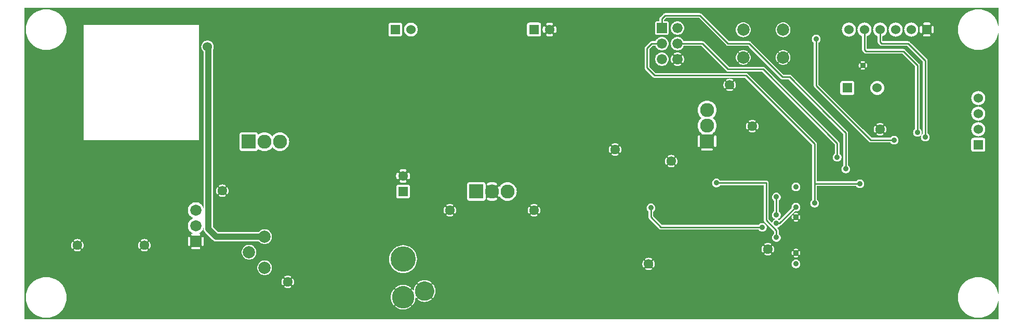
<source format=gbr>
G04 start of page 3 for group 5 layer_idx 1 *
G04 Title: (unknown), Intern *
G04 Creator: pcb-rnd 1.2.7 *
G04 CreationDate: 2018-01-15 00:32:24 UTC *
G04 For: newell *
G04 Format: Gerber/RS-274X *
G04 PCB-Dimensions: 625000 200000 *
G04 PCB-Coordinate-Origin: lower left *
%MOIN*%
%FSLAX25Y25*%
%LNGROUP5*%
%ADD69C,0.0420*%
%ADD68C,0.0460*%
%ADD67C,0.0394*%
%ADD66C,0.0320*%
%ADD65C,0.0280*%
%ADD64C,0.0984*%
%ADD63C,0.1181*%
%ADD62C,0.1378*%
%ADD61C,0.0300*%
%ADD60C,0.0200*%
%ADD59C,0.0350*%
%ADD58C,0.0360*%
%ADD57C,0.0720*%
%ADD56C,0.0660*%
%ADD55C,0.0787*%
%ADD54C,0.1230*%
%ADD53C,0.1427*%
%ADD52C,0.1624*%
%ADD51C,0.0600*%
%ADD50C,0.0900*%
%ADD49C,0.0100*%
%ADD48C,0.0400*%
%ADD47C,0.0250*%
%ADD46C,0.0001*%
G54D46*G36*
X256783Y200000D02*X262000D01*
Y22527D01*
X261978Y22532D01*
X261915Y22535D01*
X261852Y22527D01*
X261792Y22510D01*
X261735Y22484D01*
X261682Y22449D01*
X261636Y22407D01*
X261597Y22357D01*
X261566Y22303D01*
X261544Y22244D01*
X261532Y22182D01*
X261529Y22119D01*
X261536Y22057D01*
X261553Y21996D01*
X261579Y21939D01*
X261615Y21887D01*
X261937Y21447D01*
X262000Y21340D01*
Y14849D01*
X261937Y14742D01*
X261620Y14298D01*
X261585Y14247D01*
X261559Y14191D01*
X261542Y14131D01*
X261535Y14070D01*
X261538Y14008D01*
X261550Y13947D01*
X261572Y13889D01*
X261602Y13835D01*
X261640Y13786D01*
X261686Y13744D01*
X261738Y13710D01*
X261794Y13684D01*
X261854Y13668D01*
X261915Y13661D01*
X261977Y13663D01*
X262000Y13668D01*
Y0D01*
X256783D01*
Y11156D01*
X257087D01*
X257701Y11210D01*
X258307Y11319D01*
X258901Y11481D01*
X259478Y11694D01*
X260035Y11959D01*
X260565Y12271D01*
X261066Y12629D01*
X261113Y12671D01*
X261152Y12721D01*
X261183Y12776D01*
X261205Y12834D01*
X261217Y12896D01*
X261220Y12959D01*
X261212Y13022D01*
X261195Y13082D01*
X261169Y13139D01*
X261134Y13192D01*
X261092Y13238D01*
X261042Y13277D01*
X260988Y13308D01*
X260929Y13330D01*
X260867Y13342D01*
X260804Y13345D01*
X260742Y13338D01*
X260681Y13321D01*
X260624Y13295D01*
X260572Y13259D01*
X260132Y12937D01*
X259662Y12660D01*
X259170Y12426D01*
X258658Y12237D01*
X258132Y12093D01*
X257595Y11997D01*
X257052Y11949D01*
X256783D01*
Y24240D01*
X257052D01*
X257595Y24192D01*
X258132Y24096D01*
X258658Y23952D01*
X259170Y23763D01*
X259662Y23529D01*
X260132Y23252D01*
X260576Y22935D01*
X260627Y22900D01*
X260683Y22874D01*
X260743Y22857D01*
X260804Y22850D01*
X260866Y22853D01*
X260927Y22865D01*
X260985Y22886D01*
X261039Y22917D01*
X261088Y22955D01*
X261130Y23001D01*
X261164Y23053D01*
X261190Y23109D01*
X261206Y23169D01*
X261213Y23230D01*
X261211Y23292D01*
X261199Y23353D01*
X261177Y23411D01*
X261147Y23465D01*
X261108Y23513D01*
X261062Y23554D01*
X260565Y23918D01*
X260035Y24230D01*
X259478Y24495D01*
X258901Y24708D01*
X258307Y24870D01*
X257701Y24979D01*
X257087Y25033D01*
X256783D01*
Y200000D01*
G37*
G36*
X250240D02*X256783D01*
Y25033D01*
X256472D01*
X255858Y24979D01*
X255252Y24870D01*
X254658Y24708D01*
X254081Y24495D01*
X253525Y24230D01*
X252994Y23918D01*
X252493Y23560D01*
X252446Y23518D01*
X252407Y23468D01*
X252376Y23413D01*
X252355Y23354D01*
X252342Y23293D01*
X252339Y23230D01*
X252347Y23167D01*
X252364Y23107D01*
X252390Y23050D01*
X252425Y22997D01*
X252467Y22951D01*
X252517Y22912D01*
X252571Y22881D01*
X252630Y22859D01*
X252692Y22847D01*
X252755Y22844D01*
X252817Y22851D01*
X252878Y22868D01*
X252935Y22894D01*
X252987Y22930D01*
X253427Y23252D01*
X253897Y23529D01*
X254389Y23763D01*
X254901Y23952D01*
X255427Y24096D01*
X255964Y24192D01*
X256507Y24240D01*
X256783D01*
Y11949D01*
X256507D01*
X255964Y11997D01*
X255427Y12093D01*
X254901Y12237D01*
X254389Y12426D01*
X253897Y12660D01*
X253427Y12937D01*
X252983Y13254D01*
X252932Y13289D01*
X252876Y13315D01*
X252816Y13332D01*
X252755Y13339D01*
X252693Y13336D01*
X252632Y13324D01*
X252574Y13303D01*
X252520Y13272D01*
X252471Y13234D01*
X252429Y13188D01*
X252395Y13136D01*
X252369Y13080D01*
X252353Y13020D01*
X252346Y12959D01*
X252348Y12897D01*
X252360Y12836D01*
X252382Y12778D01*
X252412Y12724D01*
X252451Y12676D01*
X252497Y12635D01*
X252994Y12271D01*
X253525Y11959D01*
X254081Y11694D01*
X254658Y11481D01*
X255252Y11319D01*
X255858Y11210D01*
X256472Y11156D01*
X256783D01*
Y0D01*
X250240D01*
Y10927D01*
X250279Y11007D01*
X250534Y11680D01*
X250728Y12373D01*
X250858Y13081D01*
X250923Y13798D01*
Y14365D01*
X250956Y14309D01*
X251314Y13808D01*
X251356Y13761D01*
X251406Y13722D01*
X251461Y13691D01*
X251520Y13670D01*
X251581Y13657D01*
X251644Y13654D01*
X251707Y13662D01*
X251767Y13679D01*
X251824Y13705D01*
X251877Y13740D01*
X251923Y13782D01*
X251962Y13832D01*
X251993Y13886D01*
X252015Y13945D01*
X252027Y14007D01*
X252030Y14070D01*
X252023Y14132D01*
X252006Y14193D01*
X251980Y14250D01*
X251944Y14302D01*
X251622Y14742D01*
X251345Y15212D01*
X251111Y15704D01*
X250922Y16216D01*
X250779Y16742D01*
X250682Y17279D01*
X250634Y17822D01*
Y18367D01*
X250682Y18910D01*
X250779Y19447D01*
X250922Y19973D01*
X251111Y20485D01*
X251345Y20977D01*
X251622Y21447D01*
X251939Y21891D01*
X251974Y21942D01*
X252000Y21998D01*
X252017Y22058D01*
X252024Y22119D01*
X252021Y22181D01*
X252009Y22242D01*
X251988Y22300D01*
X251957Y22354D01*
X251919Y22403D01*
X251873Y22445D01*
X251821Y22479D01*
X251765Y22505D01*
X251705Y22521D01*
X251644Y22528D01*
X251582Y22526D01*
X251521Y22514D01*
X251463Y22492D01*
X251409Y22462D01*
X251361Y22423D01*
X251320Y22377D01*
X250956Y21880D01*
X250644Y21349D01*
X250379Y20793D01*
X250240Y20416D01*
Y33333D01*
X250961Y34511D01*
X251498Y35806D01*
X251825Y37169D01*
X251907Y38567D01*
X251825Y39965D01*
X251498Y41328D01*
X250961Y42623D01*
X250240Y43801D01*
Y182212D01*
X250594Y182429D01*
X251121Y182879D01*
X251571Y183406D01*
X251933Y183996D01*
X252198Y184636D01*
X252359Y185310D01*
X252400Y186000D01*
X252359Y186690D01*
X252198Y187364D01*
X251933Y188004D01*
X251571Y188594D01*
X251121Y189121D01*
X250594Y189571D01*
X250240Y189788D01*
Y200000D01*
G37*
G36*
Y43801D02*X250229Y43819D01*
X249318Y44885D01*
X248252Y45795D01*
X247056Y46528D01*
X246613Y46712D01*
Y77739D01*
X246638Y77749D01*
X246825Y77864D01*
X246993Y78007D01*
X247136Y78175D01*
X247251Y78362D01*
X247336Y78566D01*
X247387Y78780D01*
X247400Y79000D01*
Y85000D01*
X247387Y85220D01*
X247336Y85434D01*
X247251Y85638D01*
X247136Y85825D01*
X246993Y85993D01*
X246825Y86136D01*
X246638Y86251D01*
X246613Y86261D01*
Y89853D01*
X246656Y89860D01*
X246768Y89897D01*
X246873Y89952D01*
X246968Y90022D01*
X247051Y90106D01*
X247119Y90202D01*
X247170Y90308D01*
X247318Y90716D01*
X247422Y91137D01*
X247484Y91567D01*
X247505Y92000D01*
X247484Y92433D01*
X247422Y92863D01*
X247318Y93284D01*
X247175Y93694D01*
X247122Y93800D01*
X247053Y93896D01*
X246970Y93981D01*
X246875Y94051D01*
X246769Y94106D01*
X246657Y94143D01*
X246613Y94151D01*
Y181812D01*
X246636Y181802D01*
X247310Y181641D01*
X248000Y181586D01*
X248690Y181641D01*
X249364Y181802D01*
X250004Y182067D01*
X250240Y182212D01*
Y43801D01*
G37*
G36*
Y0D02*X246613D01*
Y7104D01*
X246797Y7194D01*
X247413Y7567D01*
X247992Y7994D01*
X248038Y8037D01*
X248077Y8088D01*
X248107Y8143D01*
X248128Y8203D01*
X248139Y8265D01*
X248141Y8328D01*
X248133Y8390D01*
X248115Y8451D01*
X248088Y8508D01*
X248052Y8560D01*
X248008Y8606D01*
X247958Y8644D01*
X247903Y8674D01*
X247843Y8695D01*
X247781Y8707D01*
X247718Y8708D01*
X247656Y8700D01*
X247595Y8682D01*
X247538Y8655D01*
X247487Y8618D01*
X246970Y8228D01*
X246613Y8012D01*
Y20303D01*
X246970Y20087D01*
X247492Y19702D01*
X247542Y19666D01*
X247598Y19640D01*
X247657Y19622D01*
X247719Y19614D01*
X247781Y19616D01*
X247841Y19627D01*
X247900Y19648D01*
X247954Y19677D01*
X248004Y19715D01*
X248046Y19760D01*
X248081Y19811D01*
X248108Y19867D01*
X248126Y19926D01*
X248134Y19988D01*
X248132Y20050D01*
X248121Y20110D01*
X248100Y20169D01*
X248071Y20223D01*
X248033Y20273D01*
X247987Y20314D01*
X247413Y20748D01*
X246797Y21121D01*
X246613Y21211D01*
Y30422D01*
X247056Y30606D01*
X248252Y31338D01*
X249318Y32249D01*
X250229Y33315D01*
X250240Y33333D01*
Y20416D01*
X250166Y20216D01*
X250004Y19622D01*
X249895Y19016D01*
X249841Y18402D01*
Y18157D01*
X249590Y18571D01*
X249163Y19150D01*
X249120Y19196D01*
X249070Y19234D01*
X249014Y19264D01*
X248955Y19285D01*
X248893Y19297D01*
X248830Y19299D01*
X248767Y19290D01*
X248707Y19272D01*
X248650Y19245D01*
X248598Y19209D01*
X248552Y19166D01*
X248513Y19116D01*
X248483Y19060D01*
X248462Y19001D01*
X248451Y18939D01*
X248449Y18876D01*
X248457Y18813D01*
X248475Y18753D01*
X248502Y18696D01*
X248539Y18644D01*
X248929Y18128D01*
X249265Y17574D01*
X249549Y16992D01*
X249779Y16387D01*
X249953Y15763D01*
X250070Y15126D01*
X250128Y14481D01*
Y13834D01*
X250070Y13189D01*
X249953Y12552D01*
X249779Y11928D01*
X249549Y11323D01*
X249265Y10741D01*
X248929Y10187D01*
X248545Y9666D01*
X248509Y9616D01*
X248482Y9560D01*
X248465Y9500D01*
X248456Y9439D01*
X248458Y9377D01*
X248469Y9316D01*
X248490Y9258D01*
X248520Y9203D01*
X248557Y9154D01*
X248602Y9111D01*
X248653Y9076D01*
X248709Y9049D01*
X248769Y9032D01*
X248830Y9024D01*
X248892Y9025D01*
X248953Y9037D01*
X249011Y9057D01*
X249066Y9087D01*
X249115Y9125D01*
X249157Y9170D01*
X249590Y9744D01*
X249963Y10360D01*
X250240Y10927D01*
Y0D01*
G37*
G36*
X246613Y200000D02*X250240D01*
Y189788D01*
X250004Y189933D01*
X249364Y190198D01*
X248690Y190359D01*
X248000Y190414D01*
X247310Y190359D01*
X246636Y190198D01*
X246613Y190188D01*
Y200000D01*
G37*
G36*
Y46712D02*X245761Y47065D01*
X244398Y47392D01*
X243000Y47502D01*
Y77600D01*
X246000D01*
X246220Y77613D01*
X246434Y77664D01*
X246613Y77739D01*
Y46712D01*
G37*
G36*
Y21211D02*X246151Y21436D01*
X245478Y21692D01*
X244785Y21886D01*
X244077Y22015D01*
X243360Y22081D01*
X243000D01*
Y29632D01*
X244398Y29742D01*
X245761Y30069D01*
X246613Y30422D01*
Y21211D01*
G37*
G36*
Y8012D02*X246417Y7893D01*
X245835Y7609D01*
X245229Y7379D01*
X244606Y7205D01*
X243969Y7088D01*
X243324Y7029D01*
X243000D01*
Y21286D01*
X243324D01*
X243969Y21227D01*
X244606Y21110D01*
X245229Y20936D01*
X245835Y20706D01*
X246417Y20422D01*
X246613Y20303D01*
Y8012D01*
G37*
G36*
Y0D02*X243000D01*
Y6234D01*
X243360D01*
X244077Y6300D01*
X244785Y6429D01*
X245478Y6623D01*
X246151Y6879D01*
X246613Y7104D01*
Y0D01*
G37*
G36*
X243000Y200000D02*X246613D01*
Y190188D01*
X245996Y189933D01*
X245406Y189571D01*
X244879Y189121D01*
X244429Y188594D01*
X244067Y188004D01*
X243802Y187364D01*
X243641Y186690D01*
X243586Y186000D01*
X243641Y185310D01*
X243802Y184636D01*
X244067Y183996D01*
X244429Y183406D01*
X244879Y182879D01*
X245406Y182429D01*
X245996Y182067D01*
X246613Y181812D01*
Y94151D01*
X246540Y94163D01*
X246421Y94164D01*
X246304Y94146D01*
X246191Y94110D01*
X246085Y94057D01*
X245988Y93988D01*
X245904Y93905D01*
X245833Y93809D01*
X245779Y93704D01*
X245741Y93592D01*
X245722Y93475D01*
X245721Y93356D01*
X245739Y93239D01*
X245777Y93126D01*
X245876Y92855D01*
X245944Y92575D01*
X245986Y92289D01*
X246000Y92000D01*
X245986Y91711D01*
X245944Y91425D01*
X245876Y91145D01*
X245780Y90872D01*
X245742Y90761D01*
X245725Y90644D01*
X245725Y90526D01*
X245745Y90409D01*
X245782Y90297D01*
X245836Y90193D01*
X245906Y90098D01*
X245991Y90015D01*
X246087Y89946D01*
X246192Y89893D01*
X246305Y89857D01*
X246421Y89840D01*
X246539Y89841D01*
X246613Y89853D01*
Y86261D01*
X246434Y86336D01*
X246220Y86387D01*
X246000Y86400D01*
X243000D01*
Y87495D01*
X243433Y87516D01*
X243863Y87578D01*
X244284Y87682D01*
X244694Y87825D01*
X244800Y87878D01*
X244896Y87947D01*
X244981Y88030D01*
X245051Y88125D01*
X245106Y88231D01*
X245143Y88343D01*
X245163Y88460D01*
X245164Y88579D01*
X245146Y88696D01*
X245110Y88809D01*
X245057Y88915D01*
X244988Y89012D01*
X244905Y89096D01*
X244809Y89167D01*
X244704Y89221D01*
X244592Y89259D01*
X244475Y89278D01*
X244356Y89279D01*
X244239Y89261D01*
X244126Y89223D01*
X243855Y89124D01*
X243575Y89056D01*
X243289Y89014D01*
X243000Y89000D01*
Y95000D01*
X243289Y94986D01*
X243575Y94944D01*
X243855Y94876D01*
X244128Y94780D01*
X244239Y94742D01*
X244356Y94725D01*
X244474Y94725D01*
X244591Y94745D01*
X244703Y94782D01*
X244807Y94836D01*
X244902Y94906D01*
X244985Y94991D01*
X245054Y95087D01*
X245107Y95192D01*
X245143Y95305D01*
X245160Y95421D01*
X245159Y95539D01*
X245140Y95656D01*
X245103Y95768D01*
X245048Y95873D01*
X244978Y95968D01*
X244894Y96051D01*
X244798Y96119D01*
X244692Y96170D01*
X244284Y96318D01*
X243863Y96422D01*
X243433Y96484D01*
X243000Y96505D01*
Y200000D01*
G37*
G36*
X239387Y7104D02*X239849Y6879D01*
X240522Y6623D01*
X241215Y6429D01*
X241923Y6300D01*
X242640Y6234D01*
X243000D01*
Y0D01*
X239387D01*
Y7104D01*
G37*
G36*
Y20303D02*X239583Y20422D01*
X240165Y20706D01*
X240771Y20936D01*
X241394Y21110D01*
X242031Y21227D01*
X242676Y21286D01*
X243000D01*
Y7029D01*
X242676D01*
X242031Y7088D01*
X241394Y7205D01*
X240771Y7379D01*
X240165Y7609D01*
X239583Y7893D01*
X239387Y8012D01*
Y20303D01*
G37*
G36*
Y30422D02*X240239Y30069D01*
X241602Y29742D01*
X243000Y29632D01*
Y22081D01*
X242640D01*
X241923Y22015D01*
X241215Y21886D01*
X240522Y21692D01*
X239849Y21436D01*
X239387Y21211D01*
Y30422D01*
G37*
G36*
Y77739D02*X239566Y77664D01*
X239780Y77613D01*
X240000Y77600D01*
X243000D01*
Y47502D01*
X241602Y47392D01*
X240239Y47065D01*
X239387Y46712D01*
Y77739D01*
G37*
G36*
Y200000D02*X243000D01*
Y96505D01*
X242567Y96484D01*
X242137Y96422D01*
X241716Y96318D01*
X241306Y96175D01*
X241200Y96122D01*
X241104Y96053D01*
X241019Y95970D01*
X240949Y95875D01*
X240894Y95769D01*
X240857Y95657D01*
X240837Y95540D01*
X240836Y95421D01*
X240854Y95304D01*
X240890Y95191D01*
X240943Y95085D01*
X241012Y94988D01*
X241095Y94904D01*
X241191Y94833D01*
X241296Y94779D01*
X241408Y94741D01*
X241525Y94722D01*
X241644Y94721D01*
X241761Y94739D01*
X241874Y94777D01*
X242145Y94876D01*
X242425Y94944D01*
X242711Y94986D01*
X243000Y95000D01*
Y89000D01*
X242711Y89014D01*
X242425Y89056D01*
X242145Y89124D01*
X241872Y89220D01*
X241761Y89258D01*
X241644Y89275D01*
X241526Y89275D01*
X241409Y89255D01*
X241297Y89218D01*
X241193Y89164D01*
X241098Y89094D01*
X241015Y89009D01*
X240946Y88913D01*
X240893Y88808D01*
X240857Y88695D01*
X240840Y88579D01*
X240841Y88461D01*
X240860Y88344D01*
X240897Y88232D01*
X240952Y88127D01*
X241022Y88032D01*
X241106Y87949D01*
X241202Y87881D01*
X241308Y87830D01*
X241716Y87682D01*
X242137Y87578D01*
X242567Y87516D01*
X243000Y87495D01*
Y86400D01*
X240000D01*
X239780Y86387D01*
X239566Y86336D01*
X239387Y86261D01*
Y89849D01*
X239460Y89837D01*
X239579Y89836D01*
X239696Y89854D01*
X239809Y89890D01*
X239915Y89943D01*
X240012Y90012D01*
X240096Y90095D01*
X240167Y90191D01*
X240221Y90296D01*
X240259Y90408D01*
X240278Y90525D01*
X240279Y90644D01*
X240261Y90761D01*
X240223Y90874D01*
X240124Y91145D01*
X240056Y91425D01*
X240014Y91711D01*
X240000Y92000D01*
X240014Y92289D01*
X240056Y92575D01*
X240124Y92855D01*
X240220Y93128D01*
X240258Y93239D01*
X240275Y93356D01*
X240275Y93474D01*
X240255Y93591D01*
X240218Y93703D01*
X240164Y93807D01*
X240094Y93902D01*
X240009Y93985D01*
X239913Y94054D01*
X239808Y94107D01*
X239695Y94143D01*
X239579Y94160D01*
X239461Y94159D01*
X239387Y94147D01*
Y181600D01*
X241000D01*
X241220Y181613D01*
X241434Y181664D01*
X241638Y181749D01*
X241825Y181864D01*
X241993Y182007D01*
X242136Y182175D01*
X242251Y182362D01*
X242336Y182566D01*
X242387Y182780D01*
X242400Y183000D01*
Y189000D01*
X242387Y189220D01*
X242336Y189434D01*
X242251Y189638D01*
X242136Y189825D01*
X241993Y189993D01*
X241825Y190136D01*
X241638Y190251D01*
X241434Y190336D01*
X241220Y190387D01*
X241000Y190400D01*
X239387D01*
Y200000D01*
G37*
G36*
X236314Y32680D02*X236682Y32249D01*
X237748Y31338D01*
X238944Y30606D01*
X239387Y30422D01*
Y21211D01*
X239203Y21121D01*
X238587Y20748D01*
X238008Y20321D01*
X237962Y20277D01*
X237923Y20227D01*
X237893Y20172D01*
X237872Y20112D01*
X237861Y20050D01*
X237859Y19987D01*
X237867Y19925D01*
X237885Y19864D01*
X237912Y19807D01*
X237948Y19755D01*
X237992Y19709D01*
X238042Y19671D01*
X238097Y19641D01*
X238157Y19620D01*
X238219Y19608D01*
X238282Y19607D01*
X238344Y19615D01*
X238405Y19633D01*
X238462Y19660D01*
X238513Y19697D01*
X239030Y20087D01*
X239387Y20303D01*
Y8012D01*
X239030Y8228D01*
X238508Y8613D01*
X238458Y8649D01*
X238402Y8675D01*
X238343Y8693D01*
X238281Y8701D01*
X238219Y8699D01*
X238159Y8688D01*
X238100Y8667D01*
X238046Y8638D01*
X237996Y8600D01*
X237954Y8555D01*
X237919Y8504D01*
X237892Y8448D01*
X237874Y8389D01*
X237866Y8327D01*
X237868Y8265D01*
X237879Y8204D01*
X237900Y8146D01*
X237929Y8092D01*
X237967Y8042D01*
X238013Y8001D01*
X238587Y7567D01*
X239203Y7194D01*
X239387Y7104D01*
Y0D01*
X236314D01*
Y9903D01*
X236410Y9744D01*
X236837Y9165D01*
X236880Y9119D01*
X236930Y9081D01*
X236986Y9051D01*
X237045Y9030D01*
X237107Y9018D01*
X237170Y9016D01*
X237233Y9025D01*
X237293Y9043D01*
X237350Y9070D01*
X237402Y9106D01*
X237448Y9149D01*
X237487Y9199D01*
X237517Y9255D01*
X237538Y9314D01*
X237549Y9376D01*
X237551Y9439D01*
X237543Y9502D01*
X237525Y9562D01*
X237498Y9619D01*
X237461Y9671D01*
X237071Y10187D01*
X236735Y10741D01*
X236451Y11323D01*
X236314Y11685D01*
Y16630D01*
X236451Y16992D01*
X236735Y17574D01*
X237071Y18128D01*
X237455Y18649D01*
X237491Y18699D01*
X237518Y18755D01*
X237535Y18815D01*
X237544Y18876D01*
X237542Y18938D01*
X237531Y18999D01*
X237510Y19057D01*
X237480Y19112D01*
X237443Y19161D01*
X237398Y19204D01*
X237347Y19239D01*
X237291Y19265D01*
X237231Y19283D01*
X237170Y19291D01*
X237108Y19290D01*
X237047Y19278D01*
X236989Y19258D01*
X236934Y19228D01*
X236885Y19190D01*
X236843Y19145D01*
X236410Y18571D01*
X236314Y18412D01*
Y32680D01*
G37*
G36*
Y181600D02*X239387D01*
Y94147D01*
X239344Y94140D01*
X239232Y94103D01*
X239127Y94048D01*
X239032Y93978D01*
X238949Y93894D01*
X238881Y93798D01*
X238830Y93692D01*
X238682Y93284D01*
X238578Y92863D01*
X238516Y92433D01*
X238495Y92000D01*
X238516Y91567D01*
X238578Y91137D01*
X238682Y90716D01*
X238825Y90306D01*
X238878Y90200D01*
X238947Y90104D01*
X239030Y90019D01*
X239125Y89949D01*
X239231Y89894D01*
X239343Y89857D01*
X239387Y89849D01*
Y86261D01*
X239362Y86251D01*
X239175Y86136D01*
X239007Y85993D01*
X238864Y85825D01*
X238749Y85638D01*
X238664Y85434D01*
X238613Y85220D01*
X238600Y85000D01*
Y79000D01*
X238613Y78780D01*
X238664Y78566D01*
X238749Y78362D01*
X238864Y78175D01*
X239007Y78007D01*
X239175Y77864D01*
X239362Y77749D01*
X239387Y77739D01*
Y46712D01*
X238944Y46528D01*
X237748Y45795D01*
X236682Y44885D01*
X236314Y44454D01*
Y181600D01*
G37*
G36*
Y200000D02*X239387D01*
Y190400D01*
X236314D01*
Y200000D01*
G37*
G36*
Y11685D02*X236221Y11928D01*
X236047Y12552D01*
X235930Y13189D01*
X235872Y13834D01*
Y14481D01*
X235930Y15126D01*
X236047Y15763D01*
X236221Y16387D01*
X236314Y16630D01*
Y11685D01*
G37*
G36*
X172284Y200000D02*X236314D01*
Y190400D01*
X235000D01*
X234780Y190387D01*
X234566Y190336D01*
X234362Y190251D01*
X234175Y190136D01*
X234007Y189993D01*
X233864Y189825D01*
X233749Y189638D01*
X233664Y189434D01*
X233613Y189220D01*
X233600Y189000D01*
Y183000D01*
X233613Y182780D01*
X233664Y182566D01*
X233749Y182362D01*
X233864Y182175D01*
X234007Y182007D01*
X234175Y181864D01*
X234362Y181749D01*
X234566Y181664D01*
X234780Y181613D01*
X235000Y181600D01*
X236314D01*
Y44454D01*
X235771Y43819D01*
X235039Y42623D01*
X234502Y41328D01*
X234175Y39965D01*
X234065Y38567D01*
X234175Y37169D01*
X234502Y35806D01*
X235039Y34511D01*
X235771Y33315D01*
X236314Y32680D01*
Y18412D01*
X236037Y17955D01*
X235721Y17308D01*
X235466Y16635D01*
X235272Y15942D01*
X235142Y15234D01*
X235077Y14517D01*
Y13798D01*
X235142Y13081D01*
X235272Y12373D01*
X235466Y11680D01*
X235721Y11007D01*
X236037Y10360D01*
X236314Y9903D01*
Y0D01*
X172284D01*
Y21869D01*
X172287Y21870D01*
X172355Y21909D01*
X172416Y21958D01*
X172469Y22017D01*
X172511Y22083D01*
X172674Y22408D01*
X172803Y22748D01*
X172901Y23098D01*
X172967Y23456D01*
X173000Y23818D01*
Y24182D01*
X172967Y24544D01*
X172901Y24902D01*
X172803Y25252D01*
X172674Y25592D01*
X172515Y25919D01*
X172472Y25985D01*
X172419Y26044D01*
X172357Y26094D01*
X172288Y26133D01*
X172284Y26135D01*
Y200000D01*
G37*
G36*
X169002D02*X172284D01*
Y26135D01*
X172214Y26161D01*
X172137Y26177D01*
X172058Y26181D01*
X171979Y26173D01*
X171903Y26152D01*
X171830Y26120D01*
X171764Y26077D01*
X171705Y26024D01*
X171656Y25962D01*
X171616Y25893D01*
X171588Y25819D01*
X171572Y25742D01*
X171568Y25663D01*
X171576Y25584D01*
X171597Y25507D01*
X171630Y25436D01*
X171753Y25193D01*
X171850Y24938D01*
X171923Y24676D01*
X171972Y24408D01*
X171997Y24136D01*
Y23864D01*
X171972Y23592D01*
X171923Y23324D01*
X171850Y23062D01*
X171753Y22807D01*
X171633Y22563D01*
X171600Y22491D01*
X171579Y22415D01*
X171571Y22337D01*
X171575Y22259D01*
X171591Y22182D01*
X171619Y22108D01*
X171658Y22040D01*
X171707Y21979D01*
X171766Y21926D01*
X171832Y21883D01*
X171904Y21851D01*
X171980Y21830D01*
X172058Y21822D01*
X172136Y21826D01*
X172213Y21842D01*
X172284Y21869D01*
Y0D01*
X169002D01*
Y20000D01*
X169182D01*
X169544Y20033D01*
X169902Y20099D01*
X170252Y20197D01*
X170592Y20326D01*
X170919Y20485D01*
X170985Y20528D01*
X171044Y20581D01*
X171094Y20643D01*
X171133Y20712D01*
X171161Y20786D01*
X171178Y20863D01*
X171181Y20942D01*
X171173Y21021D01*
X171152Y21097D01*
X171120Y21170D01*
X171077Y21236D01*
X171024Y21295D01*
X170962Y21344D01*
X170893Y21384D01*
X170819Y21412D01*
X170742Y21428D01*
X170663Y21432D01*
X170584Y21424D01*
X170507Y21403D01*
X170436Y21370D01*
X170193Y21247D01*
X169938Y21150D01*
X169676Y21077D01*
X169408Y21028D01*
X169136Y21003D01*
X169002D01*
Y26997D01*
X169136D01*
X169408Y26972D01*
X169676Y26923D01*
X169938Y26850D01*
X170193Y26753D01*
X170437Y26633D01*
X170509Y26600D01*
X170585Y26579D01*
X170663Y26571D01*
X170741Y26575D01*
X170818Y26591D01*
X170892Y26619D01*
X170960Y26658D01*
X171021Y26707D01*
X171074Y26766D01*
X171117Y26832D01*
X171149Y26904D01*
X171170Y26980D01*
X171178Y27058D01*
X171174Y27136D01*
X171158Y27213D01*
X171130Y27287D01*
X171091Y27355D01*
X171042Y27416D01*
X170983Y27469D01*
X170917Y27511D01*
X170592Y27674D01*
X170252Y27803D01*
X169902Y27901D01*
X169544Y27967D01*
X169182Y28000D01*
X169002D01*
Y110870D01*
X169273Y111313D01*
X169629Y112171D01*
X169845Y113074D01*
X169900Y114000D01*
X169845Y114926D01*
X169629Y115829D01*
X169273Y116687D01*
X169002Y117130D01*
Y200000D01*
G37*
G36*
X165716Y108344D02*X165829Y108371D01*
X166687Y108727D01*
X167479Y109212D01*
X168185Y109815D01*
X168788Y110521D01*
X169002Y110870D01*
Y28000D01*
X168818D01*
X168456Y27967D01*
X168098Y27901D01*
X167748Y27803D01*
X167408Y27674D01*
X167081Y27515D01*
X167015Y27472D01*
X166956Y27419D01*
X166906Y27357D01*
X166867Y27288D01*
X166839Y27214D01*
X166823Y27137D01*
X166819Y27058D01*
X166827Y26979D01*
X166848Y26903D01*
X166880Y26830D01*
X166923Y26764D01*
X166976Y26705D01*
X167038Y26656D01*
X167107Y26616D01*
X167181Y26588D01*
X167258Y26572D01*
X167337Y26568D01*
X167416Y26576D01*
X167493Y26597D01*
X167564Y26630D01*
X167807Y26753D01*
X168062Y26850D01*
X168324Y26923D01*
X168592Y26972D01*
X168864Y26997D01*
X169002D01*
Y21003D01*
X168864D01*
X168592Y21028D01*
X168324Y21077D01*
X168062Y21150D01*
X167807Y21247D01*
X167563Y21367D01*
X167491Y21400D01*
X167415Y21421D01*
X167337Y21429D01*
X167259Y21425D01*
X167182Y21409D01*
X167108Y21381D01*
X167040Y21342D01*
X166979Y21293D01*
X166926Y21234D01*
X166883Y21168D01*
X166851Y21096D01*
X166830Y21020D01*
X166822Y20942D01*
X166826Y20864D01*
X166842Y20787D01*
X166870Y20713D01*
X166909Y20645D01*
X166958Y20584D01*
X167017Y20531D01*
X167083Y20489D01*
X167408Y20326D01*
X167748Y20197D01*
X168098Y20099D01*
X168456Y20033D01*
X168818Y20000D01*
X169002D01*
Y0D01*
X165716D01*
Y21865D01*
X165786Y21839D01*
X165863Y21823D01*
X165942Y21819D01*
X166021Y21827D01*
X166097Y21848D01*
X166170Y21880D01*
X166236Y21923D01*
X166295Y21976D01*
X166344Y22038D01*
X166384Y22107D01*
X166412Y22181D01*
X166428Y22258D01*
X166432Y22337D01*
X166424Y22416D01*
X166403Y22493D01*
X166370Y22564D01*
X166247Y22807D01*
X166150Y23062D01*
X166077Y23324D01*
X166028Y23592D01*
X166003Y23864D01*
Y24136D01*
X166028Y24408D01*
X166077Y24676D01*
X166150Y24938D01*
X166247Y25193D01*
X166367Y25437D01*
X166400Y25509D01*
X166421Y25585D01*
X166429Y25663D01*
X166425Y25741D01*
X166409Y25818D01*
X166381Y25892D01*
X166342Y25960D01*
X166293Y26021D01*
X166234Y26074D01*
X166168Y26117D01*
X166096Y26149D01*
X166020Y26170D01*
X165942Y26178D01*
X165864Y26174D01*
X165787Y26158D01*
X165716Y26131D01*
Y108344D01*
G37*
G36*
Y200000D02*X169002D01*
Y117130D01*
X168788Y117479D01*
X168185Y118185D01*
X167479Y118788D01*
X166687Y119273D01*
X165829Y119629D01*
X165716Y119656D01*
Y200000D01*
G37*
G36*
X154131Y107891D02*X154957Y107957D01*
X155891Y108181D01*
X156778Y108548D01*
X157597Y109050D01*
X158327Y109673D01*
X158950Y110403D01*
X159117Y110676D01*
X159212Y110521D01*
X159815Y109815D01*
X160521Y109212D01*
X161313Y108727D01*
X162171Y108371D01*
X163074Y108155D01*
X164000Y108082D01*
X164926Y108155D01*
X165716Y108344D01*
Y26131D01*
X165713Y26130D01*
X165645Y26091D01*
X165584Y26042D01*
X165531Y25983D01*
X165489Y25917D01*
X165326Y25592D01*
X165197Y25252D01*
X165099Y24902D01*
X165033Y24544D01*
X165000Y24182D01*
Y23818D01*
X165033Y23456D01*
X165099Y23098D01*
X165197Y22748D01*
X165326Y22408D01*
X165485Y22081D01*
X165528Y22015D01*
X165581Y21956D01*
X165643Y21906D01*
X165712Y21867D01*
X165716Y21865D01*
Y0D01*
X154131D01*
Y28262D01*
X154138Y28261D01*
X154879Y28319D01*
X155602Y28493D01*
X156289Y28778D01*
X156923Y29166D01*
X157489Y29649D01*
X157972Y30214D01*
X158360Y30849D01*
X158645Y31536D01*
X158818Y32259D01*
X158862Y33000D01*
X158818Y33741D01*
X158645Y34464D01*
X158360Y35151D01*
X157972Y35786D01*
X157489Y36351D01*
X156923Y36834D01*
X156289Y37222D01*
X155602Y37507D01*
X154879Y37681D01*
X154138Y37739D01*
X154131Y37738D01*
Y48262D01*
X154138Y48261D01*
X154879Y48319D01*
X155602Y48493D01*
X156289Y48778D01*
X156923Y49166D01*
X157489Y49649D01*
X157972Y50214D01*
X158360Y50849D01*
X158645Y51536D01*
X158818Y52259D01*
X158862Y53000D01*
X158818Y53741D01*
X158645Y54464D01*
X158360Y55151D01*
X157972Y55786D01*
X157489Y56351D01*
X156923Y56834D01*
X156289Y57222D01*
X155602Y57507D01*
X154879Y57681D01*
X154138Y57739D01*
X154131Y57738D01*
Y107891D01*
G37*
G36*
Y200000D02*X165716D01*
Y119656D01*
X164926Y119845D01*
X164000Y119918D01*
X163074Y119845D01*
X162171Y119629D01*
X161313Y119273D01*
X160521Y118788D01*
X159815Y118185D01*
X159212Y117479D01*
X159117Y117324D01*
X158950Y117597D01*
X158327Y118327D01*
X157597Y118950D01*
X156778Y119452D01*
X155891Y119819D01*
X154957Y120043D01*
X154131Y120109D01*
Y200000D01*
G37*
G36*
Y0D02*X144131D01*
Y38262D01*
X144138Y38261D01*
X144879Y38319D01*
X145602Y38493D01*
X146289Y38778D01*
X146923Y39166D01*
X147489Y39649D01*
X147972Y40214D01*
X148360Y40849D01*
X148645Y41536D01*
X148818Y42259D01*
X148862Y43000D01*
X148818Y43741D01*
X148645Y44464D01*
X148360Y45151D01*
X147972Y45786D01*
X147489Y46351D01*
X146923Y46834D01*
X146289Y47222D01*
X145602Y47507D01*
X144879Y47681D01*
X144138Y47739D01*
X144131Y47738D01*
Y50000D01*
X150487D01*
X150787Y49649D01*
X151352Y49166D01*
X151986Y48778D01*
X152673Y48493D01*
X153396Y48319D01*
X154131Y48262D01*
Y37738D01*
X153396Y37681D01*
X152673Y37507D01*
X151986Y37222D01*
X151352Y36834D01*
X150787Y36351D01*
X150304Y35786D01*
X149915Y35151D01*
X149631Y34464D01*
X149457Y33741D01*
X149399Y33000D01*
X149457Y32259D01*
X149631Y31536D01*
X149915Y30849D01*
X150304Y30214D01*
X150787Y29649D01*
X151352Y29166D01*
X151986Y28778D01*
X152673Y28493D01*
X153396Y28319D01*
X154131Y28262D01*
Y0D01*
G37*
G36*
X144131D02*X131873D01*
Y50000D01*
X144131D01*
Y47738D01*
X143396Y47681D01*
X142673Y47507D01*
X141986Y47222D01*
X141352Y46834D01*
X140787Y46351D01*
X140304Y45786D01*
X139915Y45151D01*
X139631Y44464D01*
X139457Y43741D01*
X139399Y43000D01*
X139457Y42259D01*
X139631Y41536D01*
X139915Y40849D01*
X140304Y40214D01*
X140787Y39649D01*
X141352Y39166D01*
X141986Y38778D01*
X142673Y38493D01*
X143396Y38319D01*
X144131Y38262D01*
Y0D01*
G37*
G36*
X131873Y200000D02*X154131D01*
Y120109D01*
X154000Y120119D01*
X153043Y120043D01*
X152109Y119819D01*
X151222Y119452D01*
X150403Y118950D01*
X149899Y118519D01*
X149887Y118720D01*
X149836Y118934D01*
X149751Y119138D01*
X149636Y119325D01*
X149493Y119493D01*
X149325Y119636D01*
X149138Y119751D01*
X148934Y119836D01*
X148720Y119887D01*
X148500Y119900D01*
X139500D01*
X139280Y119887D01*
X139066Y119836D01*
X138862Y119751D01*
X138675Y119636D01*
X138507Y119493D01*
X138364Y119325D01*
X138249Y119138D01*
X138164Y118934D01*
X138113Y118720D01*
X138100Y118500D01*
Y109500D01*
X138113Y109280D01*
X138164Y109066D01*
X138249Y108862D01*
X138364Y108675D01*
X138507Y108507D01*
X138675Y108364D01*
X138862Y108249D01*
X139066Y108164D01*
X139280Y108113D01*
X139500Y108100D01*
X148500D01*
X148720Y108113D01*
X148934Y108164D01*
X149138Y108249D01*
X149325Y108364D01*
X149493Y108507D01*
X149636Y108675D01*
X149751Y108862D01*
X149836Y109066D01*
X149887Y109280D01*
X149899Y109481D01*
X150403Y109050D01*
X151222Y108548D01*
X152109Y108181D01*
X153043Y107957D01*
X154000Y107881D01*
X154131Y107891D01*
Y57738D01*
X153396Y57681D01*
X152673Y57507D01*
X151986Y57222D01*
X151352Y56834D01*
X150787Y56351D01*
X150487Y56000D01*
X131873D01*
Y200000D01*
G37*
G36*
X127002Y50000D02*X131873D01*
Y0D01*
X127002D01*
Y50000D01*
G37*
G36*
X130284Y200000D02*X131873D01*
Y56000D01*
X130284D01*
Y80369D01*
X130287Y80370D01*
X130355Y80409D01*
X130416Y80458D01*
X130469Y80517D01*
X130511Y80583D01*
X130674Y80908D01*
X130803Y81248D01*
X130901Y81598D01*
X130967Y81956D01*
X131000Y82318D01*
Y82682D01*
X130967Y83044D01*
X130901Y83402D01*
X130803Y83752D01*
X130674Y84092D01*
X130515Y84419D01*
X130472Y84485D01*
X130419Y84544D01*
X130357Y84594D01*
X130288Y84633D01*
X130284Y84635D01*
Y200000D01*
G37*
G36*
X127002D02*X130284D01*
Y84635D01*
X130214Y84661D01*
X130137Y84678D01*
X130058Y84681D01*
X129979Y84673D01*
X129903Y84652D01*
X129830Y84620D01*
X129764Y84577D01*
X129705Y84524D01*
X129656Y84462D01*
X129616Y84393D01*
X129588Y84319D01*
X129572Y84242D01*
X129568Y84163D01*
X129576Y84084D01*
X129597Y84007D01*
X129630Y83936D01*
X129753Y83693D01*
X129850Y83438D01*
X129923Y83176D01*
X129972Y82908D01*
X129997Y82636D01*
Y82364D01*
X129972Y82092D01*
X129923Y81824D01*
X129850Y81562D01*
X129753Y81307D01*
X129633Y81063D01*
X129600Y80991D01*
X129579Y80915D01*
X129571Y80837D01*
X129575Y80759D01*
X129591Y80682D01*
X129619Y80608D01*
X129658Y80540D01*
X129707Y80479D01*
X129766Y80426D01*
X129832Y80383D01*
X129904Y80351D01*
X129980Y80330D01*
X130058Y80322D01*
X130136Y80326D01*
X130213Y80342D01*
X130284Y80369D01*
Y56000D01*
X127002D01*
Y78500D01*
X127182D01*
X127544Y78533D01*
X127902Y78599D01*
X128252Y78697D01*
X128592Y78826D01*
X128919Y78985D01*
X128985Y79028D01*
X129044Y79081D01*
X129094Y79143D01*
X129133Y79212D01*
X129161Y79286D01*
X129178Y79363D01*
X129181Y79442D01*
X129173Y79521D01*
X129152Y79597D01*
X129120Y79670D01*
X129077Y79736D01*
X129024Y79795D01*
X128962Y79844D01*
X128893Y79884D01*
X128819Y79912D01*
X128742Y79928D01*
X128663Y79932D01*
X128584Y79924D01*
X128507Y79903D01*
X128436Y79870D01*
X128193Y79747D01*
X127938Y79650D01*
X127676Y79577D01*
X127408Y79528D01*
X127136Y79503D01*
X127002D01*
Y85497D01*
X127136D01*
X127408Y85472D01*
X127676Y85423D01*
X127938Y85350D01*
X128193Y85253D01*
X128437Y85133D01*
X128509Y85100D01*
X128585Y85079D01*
X128663Y85071D01*
X128741Y85075D01*
X128818Y85091D01*
X128892Y85119D01*
X128960Y85158D01*
X129021Y85207D01*
X129074Y85266D01*
X129117Y85332D01*
X129149Y85404D01*
X129170Y85480D01*
X129178Y85558D01*
X129174Y85636D01*
X129158Y85713D01*
X129130Y85787D01*
X129091Y85855D01*
X129042Y85916D01*
X128983Y85969D01*
X128917Y86011D01*
X128592Y86174D01*
X128252Y86303D01*
X127902Y86401D01*
X127544Y86467D01*
X127182Y86500D01*
X127002D01*
Y200000D01*
G37*
G36*
X123716Y50000D02*X127002D01*
Y0D01*
X123716D01*
Y50000D01*
G37*
G36*
Y200000D02*X127002D01*
Y86500D01*
X126818D01*
X126456Y86467D01*
X126098Y86401D01*
X125748Y86303D01*
X125408Y86174D01*
X125081Y86015D01*
X125015Y85972D01*
X124956Y85919D01*
X124906Y85857D01*
X124867Y85788D01*
X124839Y85714D01*
X124823Y85637D01*
X124819Y85558D01*
X124827Y85479D01*
X124848Y85403D01*
X124880Y85330D01*
X124923Y85264D01*
X124976Y85205D01*
X125038Y85156D01*
X125107Y85116D01*
X125181Y85088D01*
X125258Y85072D01*
X125337Y85068D01*
X125416Y85076D01*
X125493Y85097D01*
X125564Y85130D01*
X125807Y85253D01*
X126062Y85350D01*
X126324Y85423D01*
X126592Y85472D01*
X126864Y85497D01*
X127002D01*
Y79503D01*
X126864D01*
X126592Y79528D01*
X126324Y79577D01*
X126062Y79650D01*
X125807Y79747D01*
X125563Y79867D01*
X125491Y79900D01*
X125415Y79921D01*
X125337Y79929D01*
X125259Y79925D01*
X125182Y79909D01*
X125108Y79881D01*
X125040Y79842D01*
X124979Y79793D01*
X124926Y79734D01*
X124883Y79668D01*
X124851Y79596D01*
X124830Y79520D01*
X124822Y79442D01*
X124826Y79364D01*
X124842Y79287D01*
X124870Y79213D01*
X124909Y79145D01*
X124958Y79084D01*
X125017Y79031D01*
X125083Y78989D01*
X125408Y78826D01*
X125748Y78697D01*
X126098Y78599D01*
X126456Y78533D01*
X126818Y78500D01*
X127002D01*
Y56000D01*
X124243D01*
X123716Y56526D01*
Y80365D01*
X123786Y80339D01*
X123863Y80323D01*
X123942Y80319D01*
X124021Y80327D01*
X124097Y80348D01*
X124170Y80380D01*
X124236Y80423D01*
X124295Y80476D01*
X124344Y80538D01*
X124384Y80607D01*
X124412Y80681D01*
X124428Y80758D01*
X124432Y80837D01*
X124424Y80916D01*
X124403Y80993D01*
X124370Y81064D01*
X124247Y81307D01*
X124150Y81562D01*
X124077Y81824D01*
X124028Y82092D01*
X124003Y82364D01*
Y82636D01*
X124028Y82908D01*
X124077Y83176D01*
X124150Y83438D01*
X124247Y83693D01*
X124367Y83937D01*
X124400Y84009D01*
X124421Y84085D01*
X124429Y84163D01*
X124425Y84241D01*
X124409Y84318D01*
X124381Y84392D01*
X124342Y84460D01*
X124293Y84521D01*
X124234Y84574D01*
X124168Y84617D01*
X124096Y84649D01*
X124020Y84670D01*
X123942Y84678D01*
X123864Y84674D01*
X123787Y84658D01*
X123716Y84631D01*
Y200000D01*
G37*
G36*
X114350Y57338D02*X114558Y57678D01*
X114865Y58419D01*
X115000Y58980D01*
Y58118D01*
X114991Y58000D01*
X115028Y57529D01*
Y57529D01*
X115049Y57440D01*
X115138Y57070D01*
X115319Y56634D01*
X115565Y56231D01*
X115565Y56231D01*
X115872Y55872D01*
X115962Y55796D01*
X120796Y50962D01*
X120872Y50872D01*
X121231Y50566D01*
X121231Y50565D01*
X121634Y50319D01*
X122070Y50138D01*
X122529Y50028D01*
X123000Y49991D01*
X123118Y50000D01*
X123716D01*
Y0D01*
X114350D01*
Y47148D01*
X114468Y47157D01*
X114582Y47185D01*
X114692Y47230D01*
X114792Y47291D01*
X114882Y47368D01*
X114959Y47458D01*
X115020Y47558D01*
X115065Y47668D01*
X115093Y47782D01*
X115100Y47900D01*
Y52100D01*
X115093Y52218D01*
X115065Y52332D01*
X115020Y52442D01*
X114959Y52542D01*
X114882Y52632D01*
X114792Y52709D01*
X114692Y52770D01*
X114582Y52815D01*
X114468Y52843D01*
X114350Y52852D01*
Y57338D01*
G37*
G36*
X110000Y53600D02*X112100D01*
X112218Y53607D01*
X112332Y53635D01*
X112442Y53680D01*
X112542Y53741D01*
X112632Y53818D01*
X112709Y53908D01*
X112770Y54008D01*
X112815Y54118D01*
X112843Y54232D01*
X112852Y54350D01*
X112843Y54468D01*
X112815Y54582D01*
X112770Y54692D01*
X112709Y54792D01*
X112632Y54882D01*
X112542Y54959D01*
X112442Y55020D01*
X112332Y55065D01*
X112218Y55093D01*
X112100Y55100D01*
X111437D01*
X111581Y55135D01*
X112322Y55442D01*
X113007Y55861D01*
X113617Y56383D01*
X114139Y56993D01*
X114350Y57338D01*
Y52852D01*
X114232Y52843D01*
X114118Y52815D01*
X114008Y52770D01*
X113908Y52709D01*
X113818Y52632D01*
X113741Y52542D01*
X113680Y52442D01*
X113635Y52332D01*
X113607Y52218D01*
X113600Y52100D01*
Y47900D01*
X113607Y47782D01*
X113635Y47668D01*
X113680Y47558D01*
X113741Y47458D01*
X113818Y47368D01*
X113908Y47291D01*
X114008Y47230D01*
X114118Y47185D01*
X114232Y47157D01*
X114350Y47148D01*
Y0D01*
X110000D01*
Y44900D01*
X112100D01*
X112218Y44907D01*
X112332Y44935D01*
X112442Y44980D01*
X112542Y45041D01*
X112632Y45118D01*
X112709Y45208D01*
X112770Y45308D01*
X112815Y45418D01*
X112843Y45532D01*
X112852Y45650D01*
X112843Y45768D01*
X112815Y45882D01*
X112770Y45992D01*
X112709Y46092D01*
X112632Y46182D01*
X112542Y46259D01*
X112442Y46320D01*
X112332Y46365D01*
X112218Y46393D01*
X112100Y46400D01*
X110000D01*
Y53600D01*
G37*
G36*
Y200000D02*X123716D01*
Y84631D01*
X123713Y84630D01*
X123645Y84591D01*
X123584Y84542D01*
X123531Y84483D01*
X123489Y84417D01*
X123326Y84092D01*
X123197Y83752D01*
X123099Y83402D01*
X123033Y83044D01*
X123000Y82682D01*
Y82318D01*
X123033Y81956D01*
X123099Y81598D01*
X123197Y81248D01*
X123326Y80908D01*
X123485Y80581D01*
X123528Y80515D01*
X123581Y80456D01*
X123643Y80406D01*
X123712Y80367D01*
X123716Y80365D01*
Y56526D01*
X121000Y59243D01*
Y173056D01*
X121075Y173178D01*
X121316Y173760D01*
X121463Y174372D01*
X121500Y175000D01*
X121463Y175628D01*
X121316Y176240D01*
X121075Y176822D01*
X120746Y177358D01*
X120337Y177837D01*
X119858Y178246D01*
X119322Y178575D01*
X118740Y178816D01*
X118128Y178963D01*
X117500Y179012D01*
X116872Y178963D01*
X116260Y178816D01*
X115678Y178575D01*
X115142Y178246D01*
X114663Y177837D01*
X114254Y177358D01*
X113925Y176822D01*
X113684Y176240D01*
X113537Y175628D01*
X113488Y175000D01*
X113537Y174372D01*
X113684Y173760D01*
X113925Y173178D01*
X114254Y172642D01*
X114663Y172163D01*
X115000Y171875D01*
Y71020D01*
X114865Y71581D01*
X114558Y72322D01*
X114139Y73007D01*
X113617Y73617D01*
X113007Y74139D01*
X112322Y74558D01*
X111581Y74865D01*
X110800Y75053D01*
X110000Y75116D01*
Y115000D01*
X112000D01*
Y189000D01*
X110000D01*
Y200000D01*
G37*
G36*
X105650Y57338D02*X105861Y56993D01*
X106383Y56383D01*
X106993Y55861D01*
X107678Y55442D01*
X108419Y55135D01*
X108563Y55100D01*
X107900D01*
X107782Y55093D01*
X107668Y55065D01*
X107558Y55020D01*
X107458Y54959D01*
X107368Y54882D01*
X107291Y54792D01*
X107230Y54692D01*
X107185Y54582D01*
X107157Y54468D01*
X107148Y54350D01*
X107157Y54232D01*
X107185Y54118D01*
X107230Y54008D01*
X107291Y53908D01*
X107368Y53818D01*
X107458Y53741D01*
X107558Y53680D01*
X107668Y53635D01*
X107782Y53607D01*
X107900Y53600D01*
X110000D01*
Y46400D01*
X107900D01*
X107782Y46393D01*
X107668Y46365D01*
X107558Y46320D01*
X107458Y46259D01*
X107368Y46182D01*
X107291Y46092D01*
X107230Y45992D01*
X107185Y45882D01*
X107157Y45768D01*
X107148Y45650D01*
X107157Y45532D01*
X107185Y45418D01*
X107230Y45308D01*
X107291Y45208D01*
X107368Y45118D01*
X107458Y45041D01*
X107558Y44980D01*
X107668Y44935D01*
X107782Y44907D01*
X107900Y44900D01*
X110000D01*
Y0D01*
X105650D01*
Y47148D01*
X105768Y47157D01*
X105882Y47185D01*
X105992Y47230D01*
X106092Y47291D01*
X106182Y47368D01*
X106259Y47458D01*
X106320Y47558D01*
X106365Y47668D01*
X106393Y47782D01*
X106400Y47900D01*
Y52100D01*
X106393Y52218D01*
X106365Y52332D01*
X106320Y52442D01*
X106259Y52542D01*
X106182Y52632D01*
X106092Y52709D01*
X105992Y52770D01*
X105882Y52815D01*
X105768Y52843D01*
X105650Y52852D01*
Y57338D01*
G37*
G36*
Y67338D02*X105861Y66993D01*
X106383Y66383D01*
X106993Y65861D01*
X107678Y65442D01*
X108419Y65135D01*
X108980Y65000D01*
X108419Y64865D01*
X107678Y64558D01*
X106993Y64139D01*
X106383Y63617D01*
X105861Y63007D01*
X105650Y62662D01*
Y67338D01*
G37*
G36*
X110000Y75116D02*X110000D01*
X109200Y75053D01*
X108419Y74865D01*
X107678Y74558D01*
X106993Y74139D01*
X106383Y73617D01*
X105861Y73007D01*
X105650Y72662D01*
Y115000D01*
X110000D01*
Y75116D01*
G37*
G36*
X105650Y72662D02*X105442Y72322D01*
X105135Y71581D01*
X104947Y70800D01*
X104884Y70000D01*
X104947Y69200D01*
X105135Y68419D01*
X105442Y67678D01*
X105650Y67338D01*
Y62662D01*
X105442Y62322D01*
X105135Y61581D01*
X104947Y60800D01*
X104884Y60000D01*
X104947Y59200D01*
X105135Y58419D01*
X105442Y57678D01*
X105650Y57338D01*
Y52852D01*
X105532Y52843D01*
X105418Y52815D01*
X105308Y52770D01*
X105208Y52709D01*
X105118Y52632D01*
X105041Y52542D01*
X104980Y52442D01*
X104935Y52332D01*
X104907Y52218D01*
X104900Y52100D01*
Y47900D01*
X104907Y47782D01*
X104935Y47668D01*
X104980Y47558D01*
X105041Y47458D01*
X105118Y47368D01*
X105208Y47291D01*
X105308Y47230D01*
X105418Y47185D01*
X105532Y47157D01*
X105650Y47148D01*
Y0D01*
X80284D01*
Y45369D01*
X80287Y45370D01*
X80355Y45409D01*
X80416Y45458D01*
X80469Y45517D01*
X80511Y45583D01*
X80674Y45908D01*
X80803Y46248D01*
X80901Y46598D01*
X80967Y46956D01*
X81000Y47318D01*
Y47682D01*
X80967Y48044D01*
X80901Y48402D01*
X80803Y48752D01*
X80674Y49092D01*
X80515Y49419D01*
X80472Y49485D01*
X80419Y49544D01*
X80357Y49594D01*
X80288Y49633D01*
X80284Y49635D01*
Y115000D01*
X105650D01*
Y72662D01*
G37*
G36*
X80284Y200000D02*X110000D01*
Y189000D01*
X80284D01*
Y200000D01*
G37*
G36*
Y0D02*X75000D01*
Y44046D01*
X75017Y44031D01*
X75083Y43989D01*
X75408Y43826D01*
X75748Y43697D01*
X76098Y43599D01*
X76456Y43533D01*
X76818Y43500D01*
X77182D01*
X77544Y43533D01*
X77902Y43599D01*
X78252Y43697D01*
X78592Y43826D01*
X78919Y43985D01*
X78985Y44028D01*
X79044Y44081D01*
X79094Y44143D01*
X79133Y44212D01*
X79161Y44286D01*
X79178Y44363D01*
X79181Y44442D01*
X79173Y44521D01*
X79152Y44597D01*
X79120Y44670D01*
X79077Y44736D01*
X79024Y44795D01*
X78962Y44844D01*
X78893Y44884D01*
X78819Y44912D01*
X78742Y44928D01*
X78663Y44932D01*
X78584Y44924D01*
X78507Y44903D01*
X78436Y44870D01*
X78193Y44747D01*
X77938Y44650D01*
X77676Y44577D01*
X77408Y44528D01*
X77136Y44503D01*
X76864D01*
X76592Y44528D01*
X76324Y44577D01*
X76062Y44650D01*
X75807Y44747D01*
X75563Y44867D01*
X75491Y44900D01*
X75415Y44921D01*
X75337Y44929D01*
X75259Y44925D01*
X75182Y44909D01*
X75108Y44881D01*
X75040Y44842D01*
X75000Y44810D01*
Y50186D01*
X75038Y50156D01*
X75107Y50116D01*
X75181Y50088D01*
X75258Y50072D01*
X75337Y50068D01*
X75416Y50076D01*
X75493Y50097D01*
X75564Y50130D01*
X75807Y50253D01*
X76062Y50350D01*
X76324Y50423D01*
X76592Y50472D01*
X76864Y50497D01*
X77136D01*
X77408Y50472D01*
X77676Y50423D01*
X77938Y50350D01*
X78193Y50253D01*
X78437Y50133D01*
X78509Y50100D01*
X78585Y50079D01*
X78663Y50071D01*
X78741Y50075D01*
X78818Y50091D01*
X78892Y50119D01*
X78960Y50158D01*
X79021Y50207D01*
X79074Y50266D01*
X79117Y50332D01*
X79149Y50404D01*
X79170Y50480D01*
X79178Y50558D01*
X79174Y50636D01*
X79158Y50713D01*
X79130Y50787D01*
X79091Y50855D01*
X79042Y50916D01*
X78983Y50969D01*
X78917Y51011D01*
X78592Y51174D01*
X78252Y51303D01*
X77902Y51401D01*
X77544Y51467D01*
X77182Y51500D01*
X76818D01*
X76456Y51467D01*
X76098Y51401D01*
X75748Y51303D01*
X75408Y51174D01*
X75081Y51015D01*
X75015Y50972D01*
X75000Y50958D01*
Y115000D01*
X80284D01*
Y49635D01*
X80214Y49661D01*
X80137Y49678D01*
X80058Y49681D01*
X79979Y49673D01*
X79903Y49652D01*
X79830Y49620D01*
X79764Y49577D01*
X79705Y49524D01*
X79656Y49462D01*
X79616Y49393D01*
X79588Y49319D01*
X79572Y49242D01*
X79568Y49163D01*
X79576Y49084D01*
X79597Y49007D01*
X79630Y48936D01*
X79753Y48693D01*
X79850Y48438D01*
X79923Y48176D01*
X79972Y47908D01*
X79997Y47636D01*
Y47364D01*
X79972Y47092D01*
X79923Y46824D01*
X79850Y46562D01*
X79753Y46307D01*
X79633Y46063D01*
X79600Y45991D01*
X79579Y45915D01*
X79571Y45837D01*
X79575Y45759D01*
X79591Y45682D01*
X79619Y45608D01*
X79658Y45540D01*
X79707Y45479D01*
X79766Y45426D01*
X79832Y45383D01*
X79904Y45351D01*
X79980Y45330D01*
X80058Y45322D01*
X80136Y45326D01*
X80213Y45342D01*
X80284Y45369D01*
Y0D01*
G37*
G36*
X75000Y200000D02*X80284D01*
Y189000D01*
X75000D01*
Y200000D01*
G37*
G36*
X73716Y115000D02*X75000D01*
Y50958D01*
X74956Y50919D01*
X74906Y50857D01*
X74867Y50788D01*
X74839Y50714D01*
X74823Y50637D01*
X74819Y50558D01*
X74827Y50479D01*
X74848Y50403D01*
X74880Y50330D01*
X74923Y50264D01*
X74976Y50205D01*
X75000Y50186D01*
Y44810D01*
X74979Y44793D01*
X74926Y44734D01*
X74883Y44668D01*
X74851Y44596D01*
X74830Y44520D01*
X74822Y44442D01*
X74826Y44364D01*
X74842Y44287D01*
X74870Y44213D01*
X74909Y44145D01*
X74958Y44084D01*
X75000Y44046D01*
Y0D01*
X73716D01*
Y45365D01*
X73786Y45339D01*
X73863Y45323D01*
X73942Y45319D01*
X74021Y45327D01*
X74097Y45348D01*
X74170Y45380D01*
X74236Y45423D01*
X74295Y45476D01*
X74344Y45538D01*
X74384Y45607D01*
X74412Y45681D01*
X74428Y45758D01*
X74432Y45837D01*
X74424Y45916D01*
X74403Y45993D01*
X74370Y46064D01*
X74247Y46307D01*
X74150Y46562D01*
X74077Y46824D01*
X74028Y47092D01*
X74003Y47364D01*
Y47636D01*
X74028Y47908D01*
X74077Y48176D01*
X74150Y48438D01*
X74247Y48693D01*
X74367Y48937D01*
X74400Y49009D01*
X74421Y49085D01*
X74429Y49163D01*
X74425Y49241D01*
X74409Y49318D01*
X74381Y49392D01*
X74342Y49460D01*
X74293Y49521D01*
X74234Y49574D01*
X74168Y49617D01*
X74096Y49649D01*
X74020Y49670D01*
X73942Y49678D01*
X73864Y49674D01*
X73787Y49658D01*
X73716Y49631D01*
Y115000D01*
G37*
G36*
Y200000D02*X75000D01*
Y189000D01*
X73716D01*
Y200000D01*
G37*
G36*
X37284D02*X73716D01*
Y189000D01*
X38000D01*
Y115000D01*
X73716D01*
Y49631D01*
X73713Y49630D01*
X73645Y49591D01*
X73584Y49542D01*
X73531Y49483D01*
X73489Y49417D01*
X73326Y49092D01*
X73197Y48752D01*
X73099Y48402D01*
X73033Y48044D01*
X73000Y47682D01*
Y47318D01*
X73033Y46956D01*
X73099Y46598D01*
X73197Y46248D01*
X73326Y45908D01*
X73485Y45581D01*
X73528Y45515D01*
X73581Y45456D01*
X73643Y45406D01*
X73712Y45367D01*
X73716Y45365D01*
Y0D01*
X37284D01*
Y45369D01*
X37287Y45370D01*
X37355Y45409D01*
X37416Y45458D01*
X37469Y45517D01*
X37511Y45583D01*
X37674Y45908D01*
X37803Y46248D01*
X37901Y46598D01*
X37967Y46956D01*
X38000Y47318D01*
Y47682D01*
X37967Y48044D01*
X37901Y48402D01*
X37803Y48752D01*
X37674Y49092D01*
X37515Y49419D01*
X37472Y49485D01*
X37419Y49544D01*
X37357Y49594D01*
X37288Y49633D01*
X37284Y49635D01*
Y200000D01*
G37*
G36*
X34002D02*X37284D01*
Y49635D01*
X37214Y49661D01*
X37137Y49678D01*
X37058Y49681D01*
X36979Y49673D01*
X36903Y49652D01*
X36830Y49620D01*
X36764Y49577D01*
X36705Y49524D01*
X36656Y49462D01*
X36616Y49393D01*
X36588Y49319D01*
X36572Y49242D01*
X36568Y49163D01*
X36576Y49084D01*
X36597Y49007D01*
X36630Y48936D01*
X36753Y48693D01*
X36850Y48438D01*
X36923Y48176D01*
X36972Y47908D01*
X36997Y47636D01*
Y47364D01*
X36972Y47092D01*
X36923Y46824D01*
X36850Y46562D01*
X36753Y46307D01*
X36633Y46063D01*
X36600Y45991D01*
X36579Y45915D01*
X36571Y45837D01*
X36575Y45759D01*
X36591Y45682D01*
X36619Y45608D01*
X36658Y45540D01*
X36707Y45479D01*
X36766Y45426D01*
X36832Y45383D01*
X36904Y45351D01*
X36980Y45330D01*
X37058Y45322D01*
X37136Y45326D01*
X37213Y45342D01*
X37284Y45369D01*
Y0D01*
X34002D01*
Y43500D01*
X34182D01*
X34544Y43533D01*
X34902Y43599D01*
X35252Y43697D01*
X35592Y43826D01*
X35919Y43985D01*
X35985Y44028D01*
X36044Y44081D01*
X36094Y44143D01*
X36133Y44212D01*
X36161Y44286D01*
X36178Y44363D01*
X36181Y44442D01*
X36173Y44521D01*
X36152Y44597D01*
X36120Y44670D01*
X36077Y44736D01*
X36024Y44795D01*
X35962Y44844D01*
X35893Y44884D01*
X35819Y44912D01*
X35742Y44928D01*
X35663Y44932D01*
X35584Y44924D01*
X35507Y44903D01*
X35436Y44870D01*
X35193Y44747D01*
X34938Y44650D01*
X34676Y44577D01*
X34408Y44528D01*
X34136Y44503D01*
X34002D01*
Y50497D01*
X34136D01*
X34408Y50472D01*
X34676Y50423D01*
X34938Y50350D01*
X35193Y50253D01*
X35437Y50133D01*
X35509Y50100D01*
X35585Y50079D01*
X35663Y50071D01*
X35741Y50075D01*
X35818Y50091D01*
X35892Y50119D01*
X35960Y50158D01*
X36021Y50207D01*
X36074Y50266D01*
X36117Y50332D01*
X36149Y50404D01*
X36170Y50480D01*
X36178Y50558D01*
X36174Y50636D01*
X36158Y50713D01*
X36130Y50787D01*
X36091Y50855D01*
X36042Y50916D01*
X35983Y50969D01*
X35917Y51011D01*
X35592Y51174D01*
X35252Y51303D01*
X34902Y51401D01*
X34544Y51467D01*
X34182Y51500D01*
X34002D01*
Y200000D01*
G37*
G36*
X30716D02*X34002D01*
Y51500D01*
X33818D01*
X33456Y51467D01*
X33098Y51401D01*
X32748Y51303D01*
X32408Y51174D01*
X32081Y51015D01*
X32015Y50972D01*
X31956Y50919D01*
X31906Y50857D01*
X31867Y50788D01*
X31839Y50714D01*
X31823Y50637D01*
X31819Y50558D01*
X31827Y50479D01*
X31848Y50403D01*
X31880Y50330D01*
X31923Y50264D01*
X31976Y50205D01*
X32038Y50156D01*
X32107Y50116D01*
X32181Y50088D01*
X32258Y50072D01*
X32337Y50068D01*
X32416Y50076D01*
X32493Y50097D01*
X32564Y50130D01*
X32807Y50253D01*
X33062Y50350D01*
X33324Y50423D01*
X33592Y50472D01*
X33864Y50497D01*
X34002D01*
Y44503D01*
X33864D01*
X33592Y44528D01*
X33324Y44577D01*
X33062Y44650D01*
X32807Y44747D01*
X32563Y44867D01*
X32491Y44900D01*
X32415Y44921D01*
X32337Y44929D01*
X32259Y44925D01*
X32182Y44909D01*
X32108Y44881D01*
X32040Y44842D01*
X31979Y44793D01*
X31926Y44734D01*
X31883Y44668D01*
X31851Y44596D01*
X31830Y44520D01*
X31822Y44442D01*
X31826Y44364D01*
X31842Y44287D01*
X31870Y44213D01*
X31909Y44145D01*
X31958Y44084D01*
X32017Y44031D01*
X32083Y43989D01*
X32408Y43826D01*
X32748Y43697D01*
X33098Y43599D01*
X33456Y43533D01*
X33818Y43500D01*
X34002D01*
Y0D01*
X30716D01*
Y45365D01*
X30786Y45339D01*
X30863Y45323D01*
X30942Y45319D01*
X31021Y45327D01*
X31097Y45348D01*
X31170Y45380D01*
X31236Y45423D01*
X31295Y45476D01*
X31344Y45538D01*
X31384Y45607D01*
X31412Y45681D01*
X31428Y45758D01*
X31432Y45837D01*
X31424Y45916D01*
X31403Y45993D01*
X31370Y46064D01*
X31247Y46307D01*
X31150Y46562D01*
X31077Y46824D01*
X31028Y47092D01*
X31003Y47364D01*
Y47636D01*
X31028Y47908D01*
X31077Y48176D01*
X31150Y48438D01*
X31247Y48693D01*
X31367Y48937D01*
X31400Y49009D01*
X31421Y49085D01*
X31429Y49163D01*
X31425Y49241D01*
X31409Y49318D01*
X31381Y49392D01*
X31342Y49460D01*
X31293Y49521D01*
X31234Y49574D01*
X31168Y49617D01*
X31096Y49649D01*
X31020Y49670D01*
X30942Y49678D01*
X30864Y49674D01*
X30787Y49658D01*
X30716Y49631D01*
Y200000D01*
G37*
G36*
X13980D02*X30716D01*
Y49631D01*
X30713Y49630D01*
X30645Y49591D01*
X30584Y49542D01*
X30531Y49483D01*
X30489Y49417D01*
X30326Y49092D01*
X30197Y48752D01*
X30099Y48402D01*
X30033Y48044D01*
X30000Y47682D01*
Y47318D01*
X30033Y46956D01*
X30099Y46598D01*
X30197Y46248D01*
X30326Y45908D01*
X30485Y45581D01*
X30528Y45515D01*
X30581Y45456D01*
X30643Y45406D01*
X30712Y45367D01*
X30716Y45365D01*
Y0D01*
X13980D01*
Y900D01*
X14000Y899D01*
X16049Y1060D01*
X18049Y1540D01*
X19948Y2327D01*
X21701Y3401D01*
X23264Y4736D01*
X24599Y6299D01*
X25673Y8052D01*
X26460Y9951D01*
X26940Y11951D01*
X27061Y14000D01*
X26940Y16049D01*
X26460Y18049D01*
X25673Y19948D01*
X24599Y21701D01*
X23264Y23264D01*
X21701Y24599D01*
X19948Y25673D01*
X18049Y26460D01*
X16049Y26940D01*
X14000Y27101D01*
X13980Y27100D01*
Y172900D01*
X14000Y172899D01*
X16049Y173060D01*
X18049Y173540D01*
X19948Y174327D01*
X21701Y175401D01*
X23264Y176736D01*
X24599Y178299D01*
X25673Y180052D01*
X26460Y181951D01*
X26940Y183951D01*
X27061Y186000D01*
X26940Y188049D01*
X26460Y190049D01*
X25673Y191948D01*
X24599Y193701D01*
X23264Y195264D01*
X21701Y196599D01*
X19948Y197673D01*
X18049Y198460D01*
X16049Y198940D01*
X14000Y199101D01*
X13980Y199100D01*
Y200000D01*
G37*
G36*
X0Y0D02*Y200000D01*
X13980D01*
Y199100D01*
X11951Y198940D01*
X9951Y198460D01*
X8052Y197673D01*
X6299Y196599D01*
X4736Y195264D01*
X3401Y193701D01*
X2327Y191948D01*
X1540Y190049D01*
X1060Y188049D01*
X899Y186000D01*
X1060Y183951D01*
X1540Y181951D01*
X2327Y180052D01*
X3401Y178299D01*
X4736Y176736D01*
X6299Y175401D01*
X8052Y174327D01*
X9951Y173540D01*
X11951Y173060D01*
X13980Y172900D01*
Y27100D01*
X11951Y26940D01*
X9951Y26460D01*
X8052Y25673D01*
X6299Y24599D01*
X4736Y23264D01*
X3401Y21701D01*
X2327Y19948D01*
X1540Y18049D01*
X1060Y16049D01*
X899Y14000D01*
X1060Y11951D01*
X1540Y9951D01*
X2327Y8052D01*
X3401Y6299D01*
X4736Y4736D01*
X6299Y3401D01*
X8052Y2327D01*
X9951Y1540D01*
X11951Y1060D01*
X13980Y900D01*
Y0D01*
X0D01*
G37*
G36*
X612000Y899D02*X614049Y1060D01*
X616049Y1540D01*
X617948Y2327D01*
X619701Y3401D01*
X621264Y4736D01*
X622599Y6299D01*
X623673Y8052D01*
X624460Y9951D01*
X624940Y11951D01*
X625000Y12967D01*
Y0D01*
X612000D01*
Y899D01*
G37*
G36*
Y172899D02*X614049Y173060D01*
X616049Y173540D01*
X617948Y174327D01*
X619701Y175401D01*
X621264Y176736D01*
X622599Y178299D01*
X623673Y180052D01*
X624460Y181951D01*
X624940Y183951D01*
X625000Y184967D01*
Y15033D01*
X624940Y16049D01*
X624460Y18049D01*
X623673Y19948D01*
X622599Y21701D01*
X621264Y23264D01*
X619701Y24599D01*
X617948Y25673D01*
X616049Y26460D01*
X614049Y26940D01*
X612000Y27101D01*
Y107500D01*
X615000D01*
X615235Y107514D01*
X615465Y107569D01*
X615683Y107659D01*
X615884Y107783D01*
X616064Y107936D01*
X616217Y108116D01*
X616341Y108317D01*
X616431Y108535D01*
X616486Y108765D01*
X616500Y109000D01*
Y115000D01*
X616486Y115235D01*
X616431Y115465D01*
X616341Y115683D01*
X616217Y115884D01*
X616064Y116064D01*
X615884Y116217D01*
X615683Y116341D01*
X615465Y116431D01*
X615235Y116486D01*
X615000Y116500D01*
X612000D01*
Y117486D01*
X612706Y117542D01*
X613395Y117707D01*
X614049Y117978D01*
X614653Y118348D01*
X615192Y118808D01*
X615652Y119347D01*
X616022Y119951D01*
X616293Y120605D01*
X616458Y121294D01*
X616500Y122000D01*
X616458Y122706D01*
X616293Y123395D01*
X616022Y124049D01*
X615652Y124653D01*
X615192Y125192D01*
X614653Y125652D01*
X614049Y126022D01*
X613395Y126293D01*
X612706Y126458D01*
X612000Y126514D01*
Y127486D01*
X612706Y127542D01*
X613395Y127707D01*
X614049Y127978D01*
X614653Y128348D01*
X615192Y128808D01*
X615652Y129347D01*
X616022Y129951D01*
X616293Y130605D01*
X616458Y131294D01*
X616500Y132000D01*
X616458Y132706D01*
X616293Y133395D01*
X616022Y134049D01*
X615652Y134653D01*
X615192Y135192D01*
X614653Y135652D01*
X614049Y136022D01*
X613395Y136293D01*
X612706Y136458D01*
X612000Y136514D01*
Y137486D01*
X612706Y137542D01*
X613395Y137707D01*
X614049Y137978D01*
X614653Y138348D01*
X615192Y138808D01*
X615652Y139347D01*
X616022Y139951D01*
X616293Y140605D01*
X616458Y141294D01*
X616500Y142000D01*
X616458Y142706D01*
X616293Y143395D01*
X616022Y144049D01*
X615652Y144653D01*
X615192Y145192D01*
X614653Y145652D01*
X614049Y146022D01*
X613395Y146293D01*
X612706Y146458D01*
X612000Y146514D01*
Y172899D01*
G37*
G36*
Y200000D02*X625000D01*
Y187033D01*
X624940Y188049D01*
X624460Y190049D01*
X623673Y191948D01*
X622599Y193701D01*
X621264Y195264D01*
X619701Y196599D01*
X617948Y197673D01*
X616049Y198460D01*
X614049Y198940D01*
X612000Y199101D01*
Y200000D01*
G37*
G36*
X582750D02*X612000D01*
Y199101D01*
X609951Y198940D01*
X607951Y198460D01*
X606052Y197673D01*
X604299Y196599D01*
X602736Y195264D01*
X601401Y193701D01*
X600327Y191948D01*
X599540Y190049D01*
X599060Y188049D01*
X598899Y186000D01*
X599060Y183951D01*
X599540Y181951D01*
X600327Y180052D01*
X601401Y178299D01*
X602736Y176736D01*
X604299Y175401D01*
X606052Y174327D01*
X607951Y173540D01*
X609951Y173060D01*
X612000Y172899D01*
Y146514D01*
X611294Y146458D01*
X610605Y146293D01*
X609951Y146022D01*
X609347Y145652D01*
X608808Y145192D01*
X608348Y144653D01*
X607978Y144049D01*
X607707Y143395D01*
X607542Y142706D01*
X607486Y142000D01*
X607542Y141294D01*
X607707Y140605D01*
X607978Y139951D01*
X608348Y139347D01*
X608808Y138808D01*
X609347Y138348D01*
X609951Y137978D01*
X610605Y137707D01*
X611294Y137542D01*
X612000Y137486D01*
Y136514D01*
X611294Y136458D01*
X610605Y136293D01*
X609951Y136022D01*
X609347Y135652D01*
X608808Y135192D01*
X608348Y134653D01*
X607978Y134049D01*
X607707Y133395D01*
X607542Y132706D01*
X607486Y132000D01*
X607542Y131294D01*
X607707Y130605D01*
X607978Y129951D01*
X608348Y129347D01*
X608808Y128808D01*
X609347Y128348D01*
X609951Y127978D01*
X610605Y127707D01*
X611294Y127542D01*
X612000Y127486D01*
Y126514D01*
X611294Y126458D01*
X610605Y126293D01*
X609951Y126022D01*
X609347Y125652D01*
X608808Y125192D01*
X608348Y124653D01*
X607978Y124049D01*
X607707Y123395D01*
X607542Y122706D01*
X607486Y122000D01*
X607542Y121294D01*
X607707Y120605D01*
X607978Y119951D01*
X608348Y119347D01*
X608808Y118808D01*
X609347Y118348D01*
X609951Y117978D01*
X610605Y117707D01*
X611294Y117542D01*
X612000Y117486D01*
Y116500D01*
X609000D01*
X608765Y116486D01*
X608535Y116431D01*
X608317Y116341D01*
X608116Y116217D01*
X607936Y116064D01*
X607783Y115884D01*
X607659Y115683D01*
X607569Y115465D01*
X607514Y115235D01*
X607500Y115000D01*
Y109000D01*
X607514Y108765D01*
X607569Y108535D01*
X607659Y108317D01*
X607783Y108116D01*
X607936Y107936D01*
X608116Y107783D01*
X608317Y107659D01*
X608535Y107569D01*
X608765Y107514D01*
X609000Y107500D01*
X612000D01*
Y27101D01*
X609951Y26940D01*
X607951Y26460D01*
X606052Y25673D01*
X604299Y24599D01*
X602736Y23264D01*
X601401Y21701D01*
X600327Y19948D01*
X599540Y18049D01*
X599060Y16049D01*
X598899Y14000D01*
X599060Y11951D01*
X599540Y9951D01*
X600327Y8052D01*
X601401Y6299D01*
X602736Y4736D01*
X604299Y3401D01*
X606052Y2327D01*
X607951Y1540D01*
X609951Y1060D01*
X612000Y899D01*
Y0D01*
X582750D01*
Y183748D01*
X582868Y183757D01*
X582982Y183785D01*
X583092Y183830D01*
X583192Y183891D01*
X583282Y183968D01*
X583359Y184058D01*
X583420Y184158D01*
X583465Y184268D01*
X583493Y184382D01*
X583500Y184500D01*
Y187500D01*
X583493Y187618D01*
X583465Y187732D01*
X583420Y187842D01*
X583359Y187942D01*
X583282Y188032D01*
X583192Y188109D01*
X583092Y188170D01*
X582982Y188215D01*
X582868Y188243D01*
X582750Y188252D01*
Y200000D01*
G37*
G36*
X579000D02*X582750D01*
Y188252D01*
X582632Y188243D01*
X582518Y188215D01*
X582408Y188170D01*
X582308Y188109D01*
X582218Y188032D01*
X582141Y187942D01*
X582080Y187842D01*
X582035Y187732D01*
X582007Y187618D01*
X582000Y187500D01*
Y184500D01*
X582007Y184382D01*
X582035Y184268D01*
X582080Y184158D01*
X582141Y184058D01*
X582218Y183968D01*
X582308Y183891D01*
X582408Y183830D01*
X582518Y183785D01*
X582632Y183757D01*
X582750Y183748D01*
Y0D01*
X579000D01*
Y114384D01*
X579275Y114497D01*
X579651Y114728D01*
X579986Y115014D01*
X580272Y115349D01*
X580503Y115725D01*
X580671Y116132D01*
X580774Y116561D01*
X580800Y117000D01*
X580774Y117439D01*
X580671Y117868D01*
X580503Y118275D01*
X580272Y118651D01*
X579986Y118986D01*
X579651Y119272D01*
X579500Y119365D01*
Y165941D01*
X579505Y166000D01*
X579486Y166235D01*
X579486Y166235D01*
X579431Y166465D01*
X579341Y166683D01*
X579217Y166884D01*
X579064Y167064D01*
X579019Y167102D01*
X579000Y167121D01*
Y181500D01*
X580500D01*
X580618Y181507D01*
X580732Y181535D01*
X580842Y181580D01*
X580942Y181641D01*
X581032Y181718D01*
X581109Y181808D01*
X581170Y181908D01*
X581215Y182018D01*
X581243Y182132D01*
X581252Y182250D01*
X581243Y182368D01*
X581215Y182482D01*
X581170Y182592D01*
X581109Y182692D01*
X581032Y182782D01*
X580942Y182859D01*
X580842Y182920D01*
X580732Y182965D01*
X580618Y182993D01*
X580500Y183000D01*
X579000D01*
Y189000D01*
X580500D01*
X580618Y189007D01*
X580732Y189035D01*
X580842Y189080D01*
X580942Y189141D01*
X581032Y189218D01*
X581109Y189308D01*
X581170Y189408D01*
X581215Y189518D01*
X581243Y189632D01*
X581252Y189750D01*
X581243Y189868D01*
X581215Y189982D01*
X581170Y190092D01*
X581109Y190192D01*
X581032Y190282D01*
X580942Y190359D01*
X580842Y190420D01*
X580732Y190465D01*
X580618Y190493D01*
X580500Y190500D01*
X579000D01*
Y200000D01*
G37*
G36*
Y0D02*X562643D01*
Y170500D01*
X563379D01*
X571500Y162379D01*
Y122365D01*
X571349Y122272D01*
X571014Y121986D01*
X570728Y121651D01*
X570497Y121275D01*
X570329Y120868D01*
X570226Y120439D01*
X570191Y120000D01*
X570226Y119561D01*
X570329Y119132D01*
X570497Y118725D01*
X570728Y118349D01*
X571014Y118014D01*
X571349Y117728D01*
X571725Y117497D01*
X572132Y117329D01*
X572561Y117226D01*
X573000Y117191D01*
X573439Y117226D01*
X573868Y117329D01*
X574275Y117497D01*
X574651Y117728D01*
X574986Y118014D01*
X575272Y118349D01*
X575503Y118725D01*
X575671Y119132D01*
X575774Y119561D01*
X575800Y120000D01*
X575774Y120439D01*
X575671Y120868D01*
X575503Y121275D01*
X575272Y121651D01*
X574986Y121986D01*
X574651Y122272D01*
X574500Y122365D01*
Y162941D01*
X574505Y163000D01*
X574486Y163235D01*
X574486Y163235D01*
X574431Y163465D01*
X574341Y163683D01*
X574217Y163884D01*
X574064Y164064D01*
X574019Y164102D01*
X565102Y173019D01*
X565064Y173064D01*
X564884Y173217D01*
X564683Y173341D01*
X564465Y173431D01*
X564235Y173486D01*
X564235Y173486D01*
X564000Y173505D01*
X563941Y173500D01*
X562643D01*
Y175500D01*
X566379D01*
X576500Y165379D01*
Y119365D01*
X576349Y119272D01*
X576014Y118986D01*
X575728Y118651D01*
X575497Y118275D01*
X575329Y117868D01*
X575226Y117439D01*
X575191Y117000D01*
X575226Y116561D01*
X575329Y116132D01*
X575497Y115725D01*
X575728Y115349D01*
X576014Y115014D01*
X576349Y114728D01*
X576725Y114497D01*
X577132Y114329D01*
X577561Y114226D01*
X578000Y114191D01*
X578439Y114226D01*
X578868Y114329D01*
X579000Y114384D01*
Y0D01*
G37*
G36*
X575250Y200000D02*X579000D01*
Y190500D01*
X577500D01*
X577382Y190493D01*
X577268Y190465D01*
X577158Y190420D01*
X577058Y190359D01*
X576968Y190282D01*
X576891Y190192D01*
X576830Y190092D01*
X576785Y189982D01*
X576757Y189868D01*
X576748Y189750D01*
X576757Y189632D01*
X576785Y189518D01*
X576830Y189408D01*
X576891Y189308D01*
X576968Y189218D01*
X577058Y189141D01*
X577158Y189080D01*
X577268Y189035D01*
X577382Y189007D01*
X577500Y189000D01*
X579000D01*
Y183000D01*
X577500D01*
X577382Y182993D01*
X577268Y182965D01*
X577158Y182920D01*
X577058Y182859D01*
X576968Y182782D01*
X576891Y182692D01*
X576830Y182592D01*
X576785Y182482D01*
X576757Y182368D01*
X576748Y182250D01*
X576757Y182132D01*
X576785Y182018D01*
X576830Y181908D01*
X576891Y181808D01*
X576968Y181718D01*
X577058Y181641D01*
X577158Y181580D01*
X577268Y181535D01*
X577382Y181507D01*
X577500Y181500D01*
X579000D01*
Y167121D01*
X575250Y170871D01*
Y183748D01*
X575368Y183757D01*
X575482Y183785D01*
X575592Y183830D01*
X575692Y183891D01*
X575782Y183968D01*
X575859Y184058D01*
X575920Y184158D01*
X575965Y184268D01*
X575993Y184382D01*
X576000Y184500D01*
Y187500D01*
X575993Y187618D01*
X575965Y187732D01*
X575920Y187842D01*
X575859Y187942D01*
X575782Y188032D01*
X575692Y188109D01*
X575592Y188170D01*
X575482Y188215D01*
X575368Y188243D01*
X575250Y188252D01*
Y200000D01*
G37*
G36*
X568993D02*X575250D01*
Y188252D01*
X575132Y188243D01*
X575018Y188215D01*
X574908Y188170D01*
X574808Y188109D01*
X574718Y188032D01*
X574641Y187942D01*
X574580Y187842D01*
X574535Y187732D01*
X574507Y187618D01*
X574500Y187500D01*
Y184500D01*
X574507Y184382D01*
X574535Y184268D01*
X574580Y184158D01*
X574641Y184058D01*
X574718Y183968D01*
X574808Y183891D01*
X574908Y183830D01*
X575018Y183785D01*
X575132Y183757D01*
X575250Y183748D01*
Y170871D01*
X568993Y177128D01*
Y181487D01*
X569000Y181486D01*
X569706Y181542D01*
X570395Y181707D01*
X571049Y181978D01*
X571653Y182348D01*
X572192Y182808D01*
X572652Y183347D01*
X573022Y183951D01*
X573293Y184605D01*
X573458Y185294D01*
X573500Y186000D01*
X573458Y186706D01*
X573293Y187395D01*
X573022Y188049D01*
X572652Y188653D01*
X572192Y189192D01*
X571653Y189652D01*
X571049Y190022D01*
X570395Y190293D01*
X569706Y190458D01*
X569000Y190514D01*
X568993Y190513D01*
Y200000D01*
G37*
G36*
X562643D02*X568993D01*
Y190513D01*
X568294Y190458D01*
X567605Y190293D01*
X566951Y190022D01*
X566347Y189652D01*
X565808Y189192D01*
X565348Y188653D01*
X564978Y188049D01*
X564707Y187395D01*
X564542Y186706D01*
X564486Y186000D01*
X564542Y185294D01*
X564707Y184605D01*
X564978Y183951D01*
X565348Y183347D01*
X565808Y182808D01*
X566347Y182348D01*
X566951Y181978D01*
X567605Y181707D01*
X568294Y181542D01*
X568993Y181487D01*
Y177128D01*
X568102Y178019D01*
X568064Y178064D01*
X567884Y178217D01*
X567683Y178341D01*
X567465Y178431D01*
X567235Y178486D01*
X567000Y178505D01*
X566941Y178500D01*
X562643D01*
Y183337D01*
X562652Y183347D01*
X563022Y183951D01*
X563293Y184605D01*
X563458Y185294D01*
X563500Y186000D01*
X563458Y186706D01*
X563293Y187395D01*
X563022Y188049D01*
X562652Y188653D01*
X562643Y188663D01*
Y200000D01*
G37*
G36*
X552284Y170500D02*X562643D01*
Y0D01*
X552284D01*
Y113500D01*
X555635D01*
X555728Y113349D01*
X556014Y113014D01*
X556349Y112728D01*
X556725Y112497D01*
X557132Y112329D01*
X557561Y112226D01*
X558000Y112191D01*
X558439Y112226D01*
X558868Y112329D01*
X559275Y112497D01*
X559651Y112728D01*
X559986Y113014D01*
X560272Y113349D01*
X560503Y113725D01*
X560671Y114132D01*
X560774Y114561D01*
X560800Y115000D01*
X560774Y115439D01*
X560671Y115868D01*
X560503Y116275D01*
X560272Y116651D01*
X559986Y116986D01*
X559651Y117272D01*
X559275Y117503D01*
X558868Y117671D01*
X558439Y117774D01*
X558000Y117809D01*
X557561Y117774D01*
X557132Y117671D01*
X556725Y117503D01*
X556349Y117272D01*
X556014Y116986D01*
X555728Y116651D01*
X555635Y116500D01*
X552284D01*
Y119869D01*
X552287Y119870D01*
X552355Y119909D01*
X552416Y119958D01*
X552469Y120017D01*
X552511Y120083D01*
X552674Y120408D01*
X552803Y120748D01*
X552901Y121098D01*
X552967Y121456D01*
X553000Y121818D01*
Y122182D01*
X552967Y122544D01*
X552901Y122902D01*
X552803Y123252D01*
X552674Y123592D01*
X552515Y123919D01*
X552472Y123985D01*
X552419Y124044D01*
X552357Y124094D01*
X552288Y124133D01*
X552284Y124135D01*
Y170500D01*
G37*
G36*
Y0D02*X549002D01*
Y113500D01*
X552284D01*
Y0D01*
G37*
G36*
X549002Y170500D02*X552284D01*
Y124135D01*
X552214Y124161D01*
X552137Y124178D01*
X552058Y124181D01*
X551979Y124173D01*
X551903Y124152D01*
X551830Y124120D01*
X551764Y124077D01*
X551705Y124024D01*
X551656Y123962D01*
X551616Y123893D01*
X551588Y123819D01*
X551572Y123742D01*
X551568Y123663D01*
X551576Y123584D01*
X551597Y123507D01*
X551630Y123436D01*
X551753Y123193D01*
X551850Y122938D01*
X551923Y122676D01*
X551972Y122408D01*
X551997Y122136D01*
Y121864D01*
X551972Y121592D01*
X551923Y121324D01*
X551850Y121062D01*
X551753Y120807D01*
X551633Y120563D01*
X551600Y120491D01*
X551579Y120415D01*
X551571Y120337D01*
X551575Y120259D01*
X551591Y120182D01*
X551619Y120108D01*
X551658Y120040D01*
X551707Y119979D01*
X551766Y119926D01*
X551832Y119883D01*
X551904Y119851D01*
X551980Y119830D01*
X552058Y119822D01*
X552136Y119826D01*
X552213Y119842D01*
X552284Y119869D01*
Y116500D01*
X549002D01*
Y118000D01*
X549182D01*
X549544Y118033D01*
X549902Y118099D01*
X550252Y118197D01*
X550592Y118326D01*
X550919Y118485D01*
X550985Y118528D01*
X551044Y118581D01*
X551094Y118643D01*
X551133Y118712D01*
X551161Y118786D01*
X551178Y118863D01*
X551181Y118942D01*
X551173Y119021D01*
X551152Y119097D01*
X551120Y119170D01*
X551077Y119236D01*
X551024Y119295D01*
X550962Y119344D01*
X550893Y119384D01*
X550819Y119412D01*
X550742Y119428D01*
X550663Y119432D01*
X550584Y119424D01*
X550507Y119403D01*
X550436Y119370D01*
X550193Y119247D01*
X549938Y119150D01*
X549676Y119077D01*
X549408Y119028D01*
X549136Y119003D01*
X549002D01*
Y124997D01*
X549136D01*
X549408Y124972D01*
X549676Y124923D01*
X549938Y124850D01*
X550193Y124753D01*
X550437Y124633D01*
X550509Y124600D01*
X550585Y124579D01*
X550663Y124571D01*
X550741Y124575D01*
X550818Y124591D01*
X550892Y124619D01*
X550960Y124658D01*
X551021Y124707D01*
X551074Y124766D01*
X551117Y124832D01*
X551149Y124904D01*
X551170Y124980D01*
X551178Y125058D01*
X551174Y125136D01*
X551158Y125213D01*
X551130Y125287D01*
X551091Y125355D01*
X551042Y125416D01*
X550983Y125469D01*
X550917Y125511D01*
X550592Y125674D01*
X550252Y125803D01*
X549902Y125901D01*
X549544Y125967D01*
X549182Y126000D01*
X549002D01*
Y144376D01*
X549249Y144478D01*
X549853Y144848D01*
X550392Y145308D01*
X550852Y145847D01*
X551222Y146451D01*
X551493Y147105D01*
X551658Y147794D01*
X551700Y148500D01*
X551658Y149206D01*
X551493Y149895D01*
X551222Y150549D01*
X550852Y151153D01*
X550392Y151692D01*
X549853Y152152D01*
X549249Y152522D01*
X549002Y152624D01*
Y170500D01*
G37*
G36*
Y0D02*X540230D01*
Y115649D01*
X541898Y113981D01*
X541936Y113936D01*
X542115Y113783D01*
X542116Y113783D01*
X542317Y113659D01*
X542535Y113569D01*
X542765Y113514D01*
X543000Y113495D01*
X543059Y113500D01*
X549002D01*
Y0D01*
G37*
G36*
X545716Y144244D02*X545805Y144207D01*
X546494Y144042D01*
X547200Y143986D01*
X547906Y144042D01*
X548595Y144207D01*
X549002Y144376D01*
Y126000D01*
X548818D01*
X548456Y125967D01*
X548098Y125901D01*
X547748Y125803D01*
X547408Y125674D01*
X547081Y125515D01*
X547015Y125472D01*
X546956Y125419D01*
X546906Y125357D01*
X546867Y125288D01*
X546839Y125214D01*
X546823Y125137D01*
X546819Y125058D01*
X546827Y124979D01*
X546848Y124903D01*
X546880Y124830D01*
X546923Y124764D01*
X546976Y124705D01*
X547038Y124656D01*
X547107Y124616D01*
X547181Y124588D01*
X547258Y124572D01*
X547337Y124568D01*
X547416Y124576D01*
X547493Y124597D01*
X547564Y124630D01*
X547807Y124753D01*
X548062Y124850D01*
X548324Y124923D01*
X548592Y124972D01*
X548864Y124997D01*
X549002D01*
Y119003D01*
X548864D01*
X548592Y119028D01*
X548324Y119077D01*
X548062Y119150D01*
X547807Y119247D01*
X547563Y119367D01*
X547491Y119400D01*
X547415Y119421D01*
X547337Y119429D01*
X547259Y119425D01*
X547182Y119409D01*
X547108Y119381D01*
X547040Y119342D01*
X546979Y119293D01*
X546926Y119234D01*
X546883Y119168D01*
X546851Y119096D01*
X546830Y119020D01*
X546822Y118942D01*
X546826Y118864D01*
X546842Y118787D01*
X546870Y118713D01*
X546909Y118645D01*
X546958Y118584D01*
X547017Y118531D01*
X547083Y118489D01*
X547408Y118326D01*
X547748Y118197D01*
X548098Y118099D01*
X548456Y118033D01*
X548818Y118000D01*
X549002D01*
Y116500D01*
X545716D01*
Y119865D01*
X545786Y119839D01*
X545863Y119823D01*
X545942Y119819D01*
X546021Y119827D01*
X546097Y119848D01*
X546170Y119880D01*
X546236Y119923D01*
X546295Y119976D01*
X546344Y120038D01*
X546384Y120107D01*
X546412Y120181D01*
X546428Y120258D01*
X546432Y120337D01*
X546424Y120416D01*
X546403Y120493D01*
X546370Y120564D01*
X546247Y120807D01*
X546150Y121062D01*
X546077Y121324D01*
X546028Y121592D01*
X546003Y121864D01*
Y122136D01*
X546028Y122408D01*
X546077Y122676D01*
X546150Y122938D01*
X546247Y123193D01*
X546367Y123437D01*
X546400Y123509D01*
X546421Y123585D01*
X546429Y123663D01*
X546425Y123741D01*
X546409Y123818D01*
X546381Y123892D01*
X546342Y123960D01*
X546293Y124021D01*
X546234Y124074D01*
X546168Y124117D01*
X546096Y124149D01*
X546020Y124170D01*
X545942Y124178D01*
X545864Y124174D01*
X545787Y124158D01*
X545716Y124131D01*
Y144244D01*
G37*
G36*
Y170500D02*X549002D01*
Y152624D01*
X548595Y152793D01*
X547906Y152958D01*
X547200Y153014D01*
X546494Y152958D01*
X545805Y152793D01*
X545716Y152756D01*
Y170500D01*
G37*
G36*
X540230D02*X545716D01*
Y152756D01*
X545151Y152522D01*
X544547Y152152D01*
X544008Y151692D01*
X543548Y151153D01*
X543178Y150549D01*
X542907Y149895D01*
X542742Y149206D01*
X542686Y148500D01*
X542742Y147794D01*
X542907Y147105D01*
X543178Y146451D01*
X543548Y145847D01*
X544008Y145308D01*
X544547Y144848D01*
X545151Y144478D01*
X545716Y144244D01*
Y124131D01*
X545713Y124130D01*
X545645Y124091D01*
X545584Y124042D01*
X545531Y123983D01*
X545489Y123917D01*
X545326Y123592D01*
X545197Y123252D01*
X545099Y122902D01*
X545033Y122544D01*
X545000Y122182D01*
Y121818D01*
X545033Y121456D01*
X545099Y121098D01*
X545197Y120748D01*
X545326Y120408D01*
X545485Y120081D01*
X545528Y120015D01*
X545581Y119956D01*
X545643Y119906D01*
X545712Y119867D01*
X545716Y119865D01*
Y116500D01*
X543621D01*
X540230Y119891D01*
Y161714D01*
X540298Y161728D01*
X540371Y161755D01*
X540440Y161794D01*
X540502Y161843D01*
X540555Y161901D01*
X540598Y161966D01*
X540630Y162038D01*
X540706Y162271D01*
X540760Y162511D01*
X540792Y162755D01*
X540803Y163000D01*
X540792Y163245D01*
X540760Y163489D01*
X540706Y163729D01*
X540632Y163963D01*
X540600Y164035D01*
X540556Y164100D01*
X540503Y164159D01*
X540441Y164208D01*
X540372Y164246D01*
X540298Y164274D01*
X540230Y164288D01*
Y170500D01*
G37*
G36*
Y0D02*X538001D01*
Y85031D01*
X538272Y85349D01*
X538503Y85725D01*
X538671Y86132D01*
X538774Y86561D01*
X538800Y87000D01*
X538774Y87439D01*
X538671Y87868D01*
X538503Y88275D01*
X538272Y88651D01*
X538001Y88969D01*
Y117878D01*
X540230Y115649D01*
Y0D01*
G37*
G36*
X538001Y171878D02*X538898Y170981D01*
X538936Y170936D01*
X539116Y170783D01*
X539317Y170659D01*
X539535Y170569D01*
X539765Y170514D01*
X540000Y170495D01*
X540059Y170500D01*
X540230D01*
Y164288D01*
X540221Y164290D01*
X540142Y164293D01*
X540063Y164284D01*
X539987Y164263D01*
X539915Y164230D01*
X539850Y164186D01*
X539791Y164133D01*
X539742Y164071D01*
X539704Y164002D01*
X539676Y163928D01*
X539660Y163851D01*
X539657Y163772D01*
X539666Y163693D01*
X539689Y163618D01*
X539738Y163468D01*
X539772Y163314D01*
X539793Y163158D01*
X539800Y163000D01*
X539793Y162842D01*
X539772Y162686D01*
X539738Y162532D01*
X539690Y162382D01*
X539668Y162306D01*
X539659Y162228D01*
X539662Y162150D01*
X539678Y162073D01*
X539705Y161999D01*
X539744Y161930D01*
X539793Y161869D01*
X539851Y161815D01*
X539916Y161772D01*
X539988Y161739D01*
X540064Y161718D01*
X540142Y161709D01*
X540220Y161712D01*
X540230Y161714D01*
Y119891D01*
X538001Y122120D01*
Y160197D01*
X538245Y160208D01*
X538489Y160240D01*
X538729Y160294D01*
X538963Y160368D01*
X539035Y160400D01*
X539100Y160444D01*
X539159Y160497D01*
X539208Y160559D01*
X539246Y160628D01*
X539274Y160702D01*
X539290Y160779D01*
X539293Y160858D01*
X539284Y160937D01*
X539263Y161013D01*
X539230Y161085D01*
X539186Y161150D01*
X539133Y161209D01*
X539071Y161258D01*
X539002Y161296D01*
X538928Y161324D01*
X538851Y161340D01*
X538772Y161343D01*
X538693Y161334D01*
X538618Y161311D01*
X538468Y161262D01*
X538314Y161228D01*
X538158Y161207D01*
X538001Y161200D01*
Y164800D01*
X538158Y164793D01*
X538314Y164772D01*
X538468Y164738D01*
X538618Y164690D01*
X538694Y164668D01*
X538772Y164659D01*
X538850Y164662D01*
X538928Y164678D01*
X539001Y164705D01*
X539070Y164744D01*
X539131Y164793D01*
X539185Y164851D01*
X539228Y164916D01*
X539261Y164988D01*
X539282Y165064D01*
X539291Y165142D01*
X539288Y165220D01*
X539272Y165298D01*
X539245Y165371D01*
X539206Y165440D01*
X539157Y165502D01*
X539099Y165555D01*
X539034Y165598D01*
X538962Y165630D01*
X538729Y165706D01*
X538489Y165760D01*
X538245Y165792D01*
X538001Y165803D01*
Y171878D01*
G37*
G36*
Y200000D02*X562643D01*
Y188663D01*
X562192Y189192D01*
X561653Y189652D01*
X561049Y190022D01*
X560395Y190293D01*
X559706Y190458D01*
X559000Y190514D01*
X558294Y190458D01*
X557605Y190293D01*
X556951Y190022D01*
X556347Y189652D01*
X555808Y189192D01*
X555348Y188653D01*
X554978Y188049D01*
X554707Y187395D01*
X554542Y186706D01*
X554486Y186000D01*
X554542Y185294D01*
X554707Y184605D01*
X554978Y183951D01*
X555348Y183347D01*
X555808Y182808D01*
X556347Y182348D01*
X556951Y181978D01*
X557605Y181707D01*
X558294Y181542D01*
X559000Y181486D01*
X559706Y181542D01*
X560395Y181707D01*
X561049Y181978D01*
X561653Y182348D01*
X562192Y182808D01*
X562643Y183337D01*
Y178500D01*
X550621D01*
X550500Y178621D01*
Y181751D01*
X551049Y181978D01*
X551653Y182348D01*
X552192Y182808D01*
X552652Y183347D01*
X553022Y183951D01*
X553293Y184605D01*
X553458Y185294D01*
X553500Y186000D01*
X553458Y186706D01*
X553293Y187395D01*
X553022Y188049D01*
X552652Y188653D01*
X552192Y189192D01*
X551653Y189652D01*
X551049Y190022D01*
X550395Y190293D01*
X549706Y190458D01*
X549000Y190514D01*
X548294Y190458D01*
X547605Y190293D01*
X546951Y190022D01*
X546347Y189652D01*
X545808Y189192D01*
X545348Y188653D01*
X544978Y188049D01*
X544707Y187395D01*
X544542Y186706D01*
X544486Y186000D01*
X544542Y185294D01*
X544707Y184605D01*
X544978Y183951D01*
X545348Y183347D01*
X545808Y182808D01*
X546347Y182348D01*
X546951Y181978D01*
X547500Y181751D01*
Y178059D01*
X547495Y178000D01*
X547514Y177765D01*
X547569Y177535D01*
X547659Y177317D01*
X547783Y177116D01*
X547783Y177115D01*
X547936Y176936D01*
X547981Y176898D01*
X548898Y175981D01*
X548936Y175936D01*
X549115Y175783D01*
X549116Y175783D01*
X549317Y175659D01*
X549535Y175569D01*
X549765Y175514D01*
X550000Y175495D01*
X550059Y175500D01*
X562643D01*
Y173500D01*
X540621D01*
X540500Y173621D01*
Y181751D01*
X541049Y181978D01*
X541653Y182348D01*
X542192Y182808D01*
X542652Y183347D01*
X543022Y183951D01*
X543293Y184605D01*
X543458Y185294D01*
X543500Y186000D01*
X543458Y186706D01*
X543293Y187395D01*
X543022Y188049D01*
X542652Y188653D01*
X542192Y189192D01*
X541653Y189652D01*
X541049Y190022D01*
X540395Y190293D01*
X539706Y190458D01*
X539000Y190514D01*
X538294Y190458D01*
X538001Y190388D01*
Y200000D01*
G37*
G36*
Y88969D02*X537986Y88986D01*
X537651Y89272D01*
X537275Y89503D01*
X536868Y89671D01*
X536439Y89774D01*
X536000Y89809D01*
X535561Y89774D01*
X535132Y89671D01*
X534725Y89503D01*
X534349Y89272D01*
X534014Y88986D01*
X533728Y88651D01*
X533635Y88500D01*
X532996D01*
Y122883D01*
X538001Y117878D01*
Y88969D01*
G37*
G36*
Y0D02*X532996D01*
Y85500D01*
X533635D01*
X533728Y85349D01*
X534014Y85014D01*
X534349Y84728D01*
X534725Y84497D01*
X535132Y84329D01*
X535561Y84226D01*
X536000Y84191D01*
X536439Y84226D01*
X536868Y84329D01*
X537275Y84497D01*
X537651Y84728D01*
X537986Y85014D01*
X538001Y85031D01*
Y0D01*
G37*
G36*
X535770Y182853D02*X535808Y182808D01*
X536347Y182348D01*
X536951Y181978D01*
X537500Y181751D01*
Y173059D01*
X537495Y173000D01*
X537514Y172765D01*
X537569Y172535D01*
X537659Y172317D01*
X537783Y172116D01*
X537783Y172115D01*
X537936Y171936D01*
X537981Y171898D01*
X538001Y171878D01*
Y165803D01*
X538000Y165803D01*
X537755Y165792D01*
X537511Y165760D01*
X537271Y165706D01*
X537037Y165632D01*
X536965Y165600D01*
X536900Y165556D01*
X536841Y165503D01*
X536792Y165441D01*
X536754Y165372D01*
X536726Y165298D01*
X536710Y165221D01*
X536707Y165142D01*
X536716Y165063D01*
X536737Y164987D01*
X536770Y164915D01*
X536814Y164850D01*
X536867Y164791D01*
X536929Y164742D01*
X536998Y164704D01*
X537072Y164676D01*
X537149Y164660D01*
X537228Y164657D01*
X537307Y164666D01*
X537382Y164689D01*
X537532Y164738D01*
X537686Y164772D01*
X537842Y164793D01*
X538000Y164800D01*
X538001Y164800D01*
Y161200D01*
X538000Y161200D01*
X537842Y161207D01*
X537686Y161228D01*
X537532Y161262D01*
X537382Y161310D01*
X537306Y161332D01*
X537228Y161341D01*
X537150Y161338D01*
X537073Y161322D01*
X536999Y161295D01*
X536930Y161256D01*
X536869Y161207D01*
X536815Y161149D01*
X536772Y161084D01*
X536739Y161012D01*
X536718Y160936D01*
X536709Y160858D01*
X536712Y160780D01*
X536728Y160702D01*
X536755Y160629D01*
X536794Y160560D01*
X536843Y160498D01*
X536901Y160445D01*
X536966Y160402D01*
X537038Y160370D01*
X537271Y160294D01*
X537511Y160240D01*
X537755Y160208D01*
X538000Y160197D01*
X538001Y160197D01*
Y122120D01*
X535770Y124351D01*
Y161712D01*
X535779Y161710D01*
X535858Y161707D01*
X535937Y161716D01*
X536013Y161737D01*
X536085Y161770D01*
X536150Y161814D01*
X536209Y161867D01*
X536258Y161929D01*
X536296Y161998D01*
X536324Y162072D01*
X536340Y162149D01*
X536343Y162228D01*
X536334Y162307D01*
X536311Y162382D01*
X536262Y162532D01*
X536228Y162686D01*
X536207Y162842D01*
X536200Y163000D01*
X536207Y163158D01*
X536228Y163314D01*
X536262Y163468D01*
X536310Y163618D01*
X536332Y163694D01*
X536341Y163772D01*
X536338Y163850D01*
X536322Y163927D01*
X536295Y164001D01*
X536256Y164070D01*
X536207Y164131D01*
X536149Y164185D01*
X536084Y164228D01*
X536012Y164261D01*
X535936Y164282D01*
X535858Y164291D01*
X535780Y164288D01*
X535770Y164286D01*
Y182853D01*
G37*
G36*
Y200000D02*X538001D01*
Y190388D01*
X537605Y190293D01*
X536951Y190022D01*
X536347Y189652D01*
X535808Y189192D01*
X535770Y189147D01*
Y200000D01*
G37*
G36*
X532996D02*X535770D01*
Y189147D01*
X535348Y188653D01*
X534978Y188049D01*
X534707Y187395D01*
X534542Y186706D01*
X534486Y186000D01*
X534542Y185294D01*
X534707Y184605D01*
X534978Y183951D01*
X535348Y183347D01*
X535770Y182853D01*
Y164286D01*
X535702Y164272D01*
X535629Y164245D01*
X535560Y164206D01*
X535498Y164157D01*
X535445Y164099D01*
X535402Y164034D01*
X535370Y163962D01*
X535294Y163729D01*
X535240Y163489D01*
X535208Y163245D01*
X535197Y163000D01*
X535208Y162755D01*
X535240Y162511D01*
X535294Y162271D01*
X535368Y162037D01*
X535400Y161965D01*
X535444Y161900D01*
X535497Y161841D01*
X535559Y161792D01*
X535628Y161754D01*
X535702Y161726D01*
X535770Y161712D01*
Y124351D01*
X532996Y127126D01*
Y183908D01*
X533022Y183951D01*
X533293Y184605D01*
X533458Y185294D01*
X533500Y186000D01*
X533458Y186706D01*
X533293Y187395D01*
X533022Y188049D01*
X532996Y188092D01*
Y200000D01*
G37*
G36*
Y0D02*X497230D01*
Y33800D01*
X497272Y33849D01*
X497503Y34225D01*
X497671Y34632D01*
X497774Y35061D01*
X497800Y35500D01*
X497774Y35939D01*
X497671Y36368D01*
X497503Y36775D01*
X497272Y37151D01*
X497230Y37200D01*
Y41214D01*
X497298Y41228D01*
X497371Y41255D01*
X497440Y41294D01*
X497502Y41343D01*
X497555Y41401D01*
X497598Y41466D01*
X497630Y41538D01*
X497706Y41771D01*
X497760Y42011D01*
X497792Y42255D01*
X497803Y42500D01*
X497792Y42745D01*
X497760Y42989D01*
X497706Y43229D01*
X497632Y43463D01*
X497600Y43535D01*
X497556Y43600D01*
X497503Y43659D01*
X497441Y43708D01*
X497372Y43746D01*
X497298Y43774D01*
X497230Y43788D01*
Y64214D01*
X497298Y64228D01*
X497371Y64255D01*
X497440Y64294D01*
X497502Y64343D01*
X497555Y64401D01*
X497598Y64466D01*
X497630Y64538D01*
X497706Y64771D01*
X497760Y65011D01*
X497792Y65255D01*
X497803Y65500D01*
X497792Y65745D01*
X497760Y65989D01*
X497706Y66229D01*
X497632Y66463D01*
X497600Y66535D01*
X497556Y66600D01*
X497503Y66659D01*
X497441Y66708D01*
X497372Y66746D01*
X497298Y66774D01*
X497230Y66788D01*
Y70300D01*
X497272Y70349D01*
X497503Y70725D01*
X497671Y71132D01*
X497774Y71561D01*
X497800Y72000D01*
X497774Y72439D01*
X497671Y72868D01*
X497503Y73275D01*
X497272Y73651D01*
X497230Y73700D01*
Y83300D01*
X497272Y83349D01*
X497503Y83725D01*
X497671Y84132D01*
X497774Y84561D01*
X497800Y85000D01*
X497774Y85439D01*
X497671Y85868D01*
X497503Y86275D01*
X497272Y86651D01*
X497230Y86700D01*
Y120149D01*
X505500Y111879D01*
Y87059D01*
X505495Y87000D01*
X505500Y86941D01*
Y76865D01*
X505349Y76772D01*
X505014Y76486D01*
X504728Y76151D01*
X504497Y75775D01*
X504329Y75368D01*
X504226Y74939D01*
X504191Y74500D01*
X504226Y74061D01*
X504329Y73632D01*
X504497Y73225D01*
X504728Y72849D01*
X505014Y72514D01*
X505349Y72228D01*
X505725Y71997D01*
X506132Y71829D01*
X506561Y71726D01*
X507000Y71691D01*
X507439Y71726D01*
X507868Y71829D01*
X508275Y71997D01*
X508651Y72228D01*
X508986Y72514D01*
X509272Y72849D01*
X509503Y73225D01*
X509671Y73632D01*
X509774Y74061D01*
X509800Y74500D01*
X509774Y74939D01*
X509671Y75368D01*
X509503Y75775D01*
X509272Y76151D01*
X508986Y76486D01*
X508651Y76772D01*
X508500Y76865D01*
Y85500D01*
X532996D01*
Y0D01*
G37*
G36*
X497230Y86700D02*X496986Y86986D01*
X496651Y87272D01*
X496275Y87503D01*
X495868Y87671D01*
X495439Y87774D01*
X495001Y87809D01*
Y122378D01*
X497230Y120149D01*
Y86700D01*
G37*
G36*
Y73700D02*X496986Y73986D01*
X496651Y74272D01*
X496275Y74503D01*
X495868Y74671D01*
X495439Y74774D01*
X495001Y74809D01*
Y82191D01*
X495439Y82226D01*
X495868Y82329D01*
X496275Y82497D01*
X496651Y82728D01*
X496986Y83014D01*
X497230Y83300D01*
Y73700D01*
G37*
G36*
Y37200D02*X496986Y37486D01*
X496651Y37772D01*
X496275Y38003D01*
X495868Y38171D01*
X495439Y38274D01*
X495001Y38309D01*
Y39697D01*
X495245Y39708D01*
X495489Y39740D01*
X495729Y39794D01*
X495963Y39868D01*
X496035Y39900D01*
X496100Y39944D01*
X496159Y39997D01*
X496208Y40059D01*
X496246Y40128D01*
X496274Y40202D01*
X496290Y40279D01*
X496293Y40358D01*
X496284Y40437D01*
X496263Y40513D01*
X496230Y40585D01*
X496186Y40650D01*
X496133Y40709D01*
X496071Y40758D01*
X496002Y40796D01*
X495928Y40824D01*
X495851Y40840D01*
X495772Y40843D01*
X495693Y40834D01*
X495618Y40811D01*
X495468Y40762D01*
X495314Y40728D01*
X495158Y40707D01*
X495001Y40700D01*
Y44300D01*
X495158Y44293D01*
X495314Y44272D01*
X495468Y44238D01*
X495618Y44190D01*
X495694Y44168D01*
X495772Y44159D01*
X495850Y44162D01*
X495927Y44178D01*
X496001Y44205D01*
X496070Y44244D01*
X496131Y44293D01*
X496185Y44351D01*
X496228Y44416D01*
X496261Y44488D01*
X496282Y44564D01*
X496291Y44642D01*
X496288Y44720D01*
X496272Y44798D01*
X496245Y44871D01*
X496206Y44940D01*
X496157Y45002D01*
X496099Y45055D01*
X496034Y45098D01*
X495962Y45130D01*
X495729Y45206D01*
X495489Y45260D01*
X495245Y45292D01*
X495001Y45303D01*
Y62697D01*
X495245Y62708D01*
X495489Y62740D01*
X495729Y62794D01*
X495963Y62868D01*
X496035Y62900D01*
X496100Y62944D01*
X496159Y62997D01*
X496208Y63059D01*
X496246Y63128D01*
X496274Y63202D01*
X496290Y63279D01*
X496293Y63358D01*
X496284Y63437D01*
X496263Y63513D01*
X496230Y63585D01*
X496186Y63650D01*
X496133Y63709D01*
X496071Y63758D01*
X496002Y63796D01*
X495928Y63824D01*
X495851Y63840D01*
X495772Y63843D01*
X495693Y63834D01*
X495618Y63811D01*
X495468Y63762D01*
X495314Y63728D01*
X495158Y63707D01*
X495001Y63700D01*
Y67300D01*
X495158Y67293D01*
X495314Y67272D01*
X495468Y67238D01*
X495618Y67190D01*
X495694Y67168D01*
X495772Y67159D01*
X495850Y67162D01*
X495927Y67178D01*
X496001Y67205D01*
X496070Y67244D01*
X496131Y67293D01*
X496185Y67351D01*
X496228Y67416D01*
X496261Y67488D01*
X496282Y67564D01*
X496291Y67642D01*
X496288Y67720D01*
X496272Y67798D01*
X496245Y67871D01*
X496206Y67940D01*
X496157Y68002D01*
X496099Y68055D01*
X496034Y68098D01*
X495962Y68130D01*
X495729Y68206D01*
X495489Y68260D01*
X495245Y68292D01*
X495001Y68303D01*
Y69191D01*
X495439Y69226D01*
X495868Y69329D01*
X496275Y69497D01*
X496651Y69728D01*
X496986Y70014D01*
X497230Y70300D01*
Y66788D01*
X497221Y66790D01*
X497142Y66793D01*
X497063Y66784D01*
X496987Y66763D01*
X496915Y66730D01*
X496850Y66686D01*
X496791Y66633D01*
X496742Y66571D01*
X496704Y66502D01*
X496676Y66428D01*
X496660Y66351D01*
X496657Y66272D01*
X496666Y66193D01*
X496689Y66118D01*
X496738Y65968D01*
X496772Y65814D01*
X496793Y65658D01*
X496800Y65500D01*
X496793Y65342D01*
X496772Y65186D01*
X496738Y65032D01*
X496690Y64882D01*
X496668Y64806D01*
X496659Y64728D01*
X496662Y64650D01*
X496678Y64573D01*
X496705Y64499D01*
X496744Y64430D01*
X496793Y64369D01*
X496851Y64315D01*
X496916Y64272D01*
X496988Y64239D01*
X497064Y64218D01*
X497142Y64209D01*
X497220Y64212D01*
X497230Y64214D01*
Y43788D01*
X497221Y43790D01*
X497142Y43793D01*
X497063Y43784D01*
X496987Y43763D01*
X496915Y43730D01*
X496850Y43686D01*
X496791Y43633D01*
X496742Y43571D01*
X496704Y43502D01*
X496676Y43428D01*
X496660Y43351D01*
X496657Y43272D01*
X496666Y43193D01*
X496689Y43118D01*
X496738Y42968D01*
X496772Y42814D01*
X496793Y42658D01*
X496800Y42500D01*
X496793Y42342D01*
X496772Y42186D01*
X496738Y42032D01*
X496690Y41882D01*
X496668Y41806D01*
X496659Y41728D01*
X496662Y41650D01*
X496678Y41573D01*
X496705Y41499D01*
X496744Y41430D01*
X496793Y41369D01*
X496851Y41315D01*
X496916Y41272D01*
X496988Y41239D01*
X497064Y41218D01*
X497142Y41209D01*
X497220Y41212D01*
X497230Y41214D01*
Y37200D01*
G37*
G36*
Y0D02*X495001D01*
Y32691D01*
X495439Y32726D01*
X495868Y32829D01*
X496275Y32997D01*
X496651Y33228D01*
X496986Y33514D01*
X497230Y33800D01*
Y0D01*
G37*
G36*
X495001Y74809D02*X495000Y74809D01*
X494561Y74774D01*
X494132Y74671D01*
X493725Y74503D01*
X493349Y74272D01*
X493014Y73986D01*
X492728Y73651D01*
X492497Y73275D01*
X492329Y72868D01*
X492226Y72439D01*
X492191Y72000D01*
X492226Y71561D01*
X492267Y71389D01*
X484421Y63542D01*
X484151Y63772D01*
X483775Y64003D01*
X483368Y64171D01*
X483040Y64250D01*
X483368Y64329D01*
X483775Y64497D01*
X484151Y64728D01*
X484486Y65014D01*
X484772Y65349D01*
X485003Y65725D01*
X485171Y66132D01*
X485274Y66561D01*
X485300Y67000D01*
X485274Y67439D01*
X485171Y67868D01*
X485003Y68275D01*
X484772Y68651D01*
X484486Y68986D01*
X484151Y69272D01*
X484000Y69365D01*
Y76135D01*
X484151Y76228D01*
X484486Y76514D01*
X484772Y76849D01*
X485003Y77225D01*
X485171Y77632D01*
X485274Y78061D01*
X485300Y78500D01*
X485274Y78939D01*
X485171Y79368D01*
X485003Y79775D01*
X484772Y80151D01*
X484486Y80486D01*
X484151Y80772D01*
X483775Y81003D01*
X483368Y81171D01*
X482939Y81274D01*
X482500Y81309D01*
X482061Y81274D01*
X481632Y81171D01*
X481225Y81003D01*
X480849Y80772D01*
X480514Y80486D01*
X480228Y80151D01*
X479997Y79775D01*
X479829Y79368D01*
X479726Y78939D01*
X479691Y78500D01*
X479726Y78061D01*
X479829Y77632D01*
X479997Y77225D01*
X480228Y76849D01*
X480514Y76514D01*
X480849Y76228D01*
X481000Y76135D01*
Y69365D01*
X480849Y69272D01*
X480514Y68986D01*
X480228Y68651D01*
X479997Y68275D01*
X479829Y67868D01*
X479726Y67439D01*
X479691Y67000D01*
X479726Y66561D01*
X479829Y66132D01*
X479997Y65725D01*
X480228Y65349D01*
X480514Y65014D01*
X480849Y64728D01*
X481225Y64497D01*
X481632Y64329D01*
X481960Y64250D01*
X481632Y64171D01*
X481225Y64003D01*
X480849Y63772D01*
X480514Y63486D01*
X480228Y63151D01*
X479997Y62775D01*
X479829Y62368D01*
X479726Y61939D01*
X479723Y61899D01*
X477500Y64121D01*
Y87441D01*
X477505Y87500D01*
X477486Y87735D01*
X477486Y87735D01*
X477431Y87965D01*
X477341Y88183D01*
X477217Y88384D01*
X477064Y88564D01*
X476884Y88717D01*
X476683Y88841D01*
X476465Y88931D01*
X476235Y88986D01*
X476000Y89005D01*
X475941Y89000D01*
X470284D01*
Y121869D01*
X470287Y121870D01*
X470355Y121909D01*
X470416Y121958D01*
X470469Y122017D01*
X470511Y122083D01*
X470674Y122408D01*
X470803Y122748D01*
X470901Y123098D01*
X470967Y123456D01*
X471000Y123818D01*
Y124182D01*
X470967Y124544D01*
X470901Y124902D01*
X470803Y125252D01*
X470674Y125592D01*
X470515Y125919D01*
X470472Y125985D01*
X470419Y126044D01*
X470357Y126094D01*
X470288Y126133D01*
X470284Y126135D01*
Y147095D01*
X495001Y122378D01*
Y87809D01*
X495000Y87809D01*
X494561Y87774D01*
X494132Y87671D01*
X493725Y87503D01*
X493349Y87272D01*
X493014Y86986D01*
X492728Y86651D01*
X492497Y86275D01*
X492329Y85868D01*
X492226Y85439D01*
X492191Y85000D01*
X492226Y84561D01*
X492329Y84132D01*
X492497Y83725D01*
X492728Y83349D01*
X493014Y83014D01*
X493349Y82728D01*
X493725Y82497D01*
X494132Y82329D01*
X494561Y82226D01*
X495000Y82191D01*
X495001Y82191D01*
Y74809D01*
G37*
G36*
X492770Y67649D02*X494389Y69267D01*
X494561Y69226D01*
X495000Y69191D01*
X495001Y69191D01*
Y68303D01*
X495000Y68303D01*
X494755Y68292D01*
X494511Y68260D01*
X494271Y68206D01*
X494037Y68132D01*
X493965Y68100D01*
X493900Y68056D01*
X493841Y68003D01*
X493792Y67941D01*
X493754Y67872D01*
X493726Y67798D01*
X493710Y67721D01*
X493707Y67642D01*
X493716Y67563D01*
X493737Y67487D01*
X493770Y67415D01*
X493814Y67350D01*
X493867Y67291D01*
X493929Y67242D01*
X493998Y67204D01*
X494072Y67176D01*
X494149Y67160D01*
X494228Y67157D01*
X494307Y67166D01*
X494382Y67189D01*
X494532Y67238D01*
X494686Y67272D01*
X494842Y67293D01*
X495000Y67300D01*
X495001Y67300D01*
Y63700D01*
X495000Y63700D01*
X494842Y63707D01*
X494686Y63728D01*
X494532Y63762D01*
X494382Y63810D01*
X494306Y63832D01*
X494228Y63841D01*
X494150Y63838D01*
X494073Y63822D01*
X493999Y63795D01*
X493930Y63756D01*
X493869Y63707D01*
X493815Y63649D01*
X493772Y63584D01*
X493739Y63512D01*
X493718Y63436D01*
X493709Y63358D01*
X493712Y63280D01*
X493728Y63202D01*
X493755Y63129D01*
X493794Y63060D01*
X493843Y62998D01*
X493901Y62945D01*
X493966Y62902D01*
X494038Y62870D01*
X494271Y62794D01*
X494511Y62740D01*
X494755Y62708D01*
X495000Y62697D01*
X495001Y62697D01*
Y45303D01*
X495000Y45303D01*
X494755Y45292D01*
X494511Y45260D01*
X494271Y45206D01*
X494037Y45132D01*
X493965Y45100D01*
X493900Y45056D01*
X493841Y45003D01*
X493792Y44941D01*
X493754Y44872D01*
X493726Y44798D01*
X493710Y44721D01*
X493707Y44642D01*
X493716Y44563D01*
X493737Y44487D01*
X493770Y44415D01*
X493814Y44350D01*
X493867Y44291D01*
X493929Y44242D01*
X493998Y44204D01*
X494072Y44176D01*
X494149Y44160D01*
X494228Y44157D01*
X494307Y44166D01*
X494382Y44189D01*
X494532Y44238D01*
X494686Y44272D01*
X494842Y44293D01*
X495000Y44300D01*
X495001Y44300D01*
Y40700D01*
X495000Y40700D01*
X494842Y40707D01*
X494686Y40728D01*
X494532Y40762D01*
X494382Y40810D01*
X494306Y40832D01*
X494228Y40841D01*
X494150Y40838D01*
X494073Y40822D01*
X493999Y40795D01*
X493930Y40756D01*
X493869Y40707D01*
X493815Y40649D01*
X493772Y40584D01*
X493739Y40512D01*
X493718Y40436D01*
X493709Y40358D01*
X493712Y40280D01*
X493728Y40202D01*
X493755Y40129D01*
X493794Y40060D01*
X493843Y39998D01*
X493901Y39945D01*
X493966Y39902D01*
X494038Y39870D01*
X494271Y39794D01*
X494511Y39740D01*
X494755Y39708D01*
X495000Y39697D01*
X495001Y39697D01*
Y38309D01*
X495000Y38309D01*
X494561Y38274D01*
X494132Y38171D01*
X493725Y38003D01*
X493349Y37772D01*
X493014Y37486D01*
X492770Y37200D01*
Y41212D01*
X492779Y41210D01*
X492858Y41207D01*
X492937Y41216D01*
X493013Y41237D01*
X493085Y41270D01*
X493150Y41314D01*
X493209Y41367D01*
X493258Y41429D01*
X493296Y41498D01*
X493324Y41572D01*
X493340Y41649D01*
X493343Y41728D01*
X493334Y41807D01*
X493311Y41882D01*
X493262Y42032D01*
X493228Y42186D01*
X493207Y42342D01*
X493200Y42500D01*
X493207Y42658D01*
X493228Y42814D01*
X493262Y42968D01*
X493310Y43118D01*
X493332Y43194D01*
X493341Y43272D01*
X493338Y43350D01*
X493322Y43427D01*
X493295Y43501D01*
X493256Y43570D01*
X493207Y43631D01*
X493149Y43685D01*
X493084Y43728D01*
X493012Y43761D01*
X492936Y43782D01*
X492858Y43791D01*
X492780Y43788D01*
X492770Y43786D01*
Y64212D01*
X492779Y64210D01*
X492858Y64207D01*
X492937Y64216D01*
X493013Y64237D01*
X493085Y64270D01*
X493150Y64314D01*
X493209Y64367D01*
X493258Y64429D01*
X493296Y64498D01*
X493324Y64572D01*
X493340Y64649D01*
X493343Y64728D01*
X493334Y64807D01*
X493311Y64882D01*
X493262Y65032D01*
X493228Y65186D01*
X493207Y65342D01*
X493200Y65500D01*
X493207Y65658D01*
X493228Y65814D01*
X493262Y65968D01*
X493310Y66118D01*
X493332Y66194D01*
X493341Y66272D01*
X493338Y66350D01*
X493322Y66427D01*
X493295Y66501D01*
X493256Y66570D01*
X493207Y66631D01*
X493149Y66685D01*
X493084Y66728D01*
X493012Y66761D01*
X492936Y66782D01*
X492858Y66791D01*
X492780Y66788D01*
X492770Y66786D01*
Y67649D01*
G37*
G36*
X495001Y0D02*X492770D01*
Y33800D01*
X493014Y33514D01*
X493349Y33228D01*
X493725Y32997D01*
X494132Y32829D01*
X494561Y32726D01*
X495000Y32691D01*
X495001Y32691D01*
Y0D01*
G37*
G36*
X480284Y57095D02*X481000Y56379D01*
Y54865D01*
X480849Y54772D01*
X480514Y54486D01*
X480284Y54216D01*
Y57095D01*
G37*
G36*
X492770Y0D02*X480284D01*
Y42869D01*
X480287Y42870D01*
X480355Y42909D01*
X480416Y42958D01*
X480469Y43017D01*
X480511Y43083D01*
X480674Y43408D01*
X480803Y43748D01*
X480901Y44098D01*
X480967Y44456D01*
X481000Y44818D01*
Y45182D01*
X480967Y45544D01*
X480901Y45902D01*
X480803Y46252D01*
X480674Y46592D01*
X480515Y46919D01*
X480472Y46985D01*
X480419Y47044D01*
X480357Y47094D01*
X480288Y47133D01*
X480284Y47135D01*
Y50784D01*
X480514Y50514D01*
X480849Y50228D01*
X481225Y49997D01*
X481632Y49829D01*
X482061Y49726D01*
X482500Y49691D01*
X482939Y49726D01*
X483368Y49829D01*
X483775Y49997D01*
X484151Y50228D01*
X484486Y50514D01*
X484772Y50849D01*
X485003Y51225D01*
X485171Y51632D01*
X485274Y52061D01*
X485300Y52500D01*
X485274Y52939D01*
X485171Y53368D01*
X485003Y53775D01*
X484772Y54151D01*
X484486Y54486D01*
X484151Y54772D01*
X484000Y54865D01*
Y56941D01*
X484005Y57000D01*
X483986Y57235D01*
X483931Y57465D01*
X483841Y57683D01*
X483717Y57884D01*
X483564Y58064D01*
X483519Y58102D01*
X482899Y58723D01*
X482939Y58726D01*
X483368Y58829D01*
X483775Y58997D01*
X484151Y59228D01*
X484486Y59514D01*
X484772Y59849D01*
X484897Y60053D01*
X484965Y60069D01*
X485183Y60159D01*
X485384Y60283D01*
X485564Y60436D01*
X485602Y60481D01*
X492770Y67649D01*
Y66786D01*
X492702Y66772D01*
X492629Y66745D01*
X492560Y66706D01*
X492498Y66657D01*
X492445Y66599D01*
X492402Y66534D01*
X492370Y66462D01*
X492294Y66229D01*
X492240Y65989D01*
X492208Y65745D01*
X492197Y65500D01*
X492208Y65255D01*
X492240Y65011D01*
X492294Y64771D01*
X492368Y64537D01*
X492400Y64465D01*
X492444Y64400D01*
X492497Y64341D01*
X492559Y64292D01*
X492628Y64254D01*
X492702Y64226D01*
X492770Y64212D01*
Y43786D01*
X492702Y43772D01*
X492629Y43745D01*
X492560Y43706D01*
X492498Y43657D01*
X492445Y43599D01*
X492402Y43534D01*
X492370Y43462D01*
X492294Y43229D01*
X492240Y42989D01*
X492208Y42745D01*
X492197Y42500D01*
X492208Y42255D01*
X492240Y42011D01*
X492294Y41771D01*
X492368Y41537D01*
X492400Y41465D01*
X492444Y41400D01*
X492497Y41341D01*
X492559Y41292D01*
X492628Y41254D01*
X492702Y41226D01*
X492770Y41212D01*
Y37200D01*
X492728Y37151D01*
X492497Y36775D01*
X492329Y36368D01*
X492226Y35939D01*
X492191Y35500D01*
X492226Y35061D01*
X492329Y34632D01*
X492497Y34225D01*
X492728Y33849D01*
X492770Y33800D01*
Y0D01*
G37*
G36*
X480284D02*X477002D01*
Y41000D01*
X477182D01*
X477544Y41033D01*
X477902Y41099D01*
X478252Y41197D01*
X478592Y41326D01*
X478919Y41485D01*
X478985Y41528D01*
X479044Y41581D01*
X479094Y41643D01*
X479133Y41712D01*
X479161Y41786D01*
X479177Y41863D01*
X479181Y41942D01*
X479173Y42021D01*
X479152Y42097D01*
X479120Y42170D01*
X479077Y42236D01*
X479024Y42295D01*
X478962Y42344D01*
X478893Y42384D01*
X478819Y42412D01*
X478742Y42428D01*
X478663Y42432D01*
X478584Y42424D01*
X478507Y42403D01*
X478436Y42370D01*
X478193Y42247D01*
X477938Y42150D01*
X477676Y42077D01*
X477408Y42028D01*
X477136Y42003D01*
X477002D01*
Y47997D01*
X477136D01*
X477408Y47972D01*
X477676Y47923D01*
X477938Y47850D01*
X478193Y47753D01*
X478437Y47633D01*
X478509Y47600D01*
X478585Y47579D01*
X478663Y47571D01*
X478741Y47575D01*
X478818Y47591D01*
X478892Y47619D01*
X478960Y47658D01*
X479021Y47707D01*
X479074Y47766D01*
X479117Y47832D01*
X479149Y47904D01*
X479170Y47980D01*
X479178Y48058D01*
X479174Y48136D01*
X479158Y48213D01*
X479130Y48287D01*
X479091Y48355D01*
X479042Y48416D01*
X478983Y48469D01*
X478917Y48511D01*
X478592Y48674D01*
X478252Y48803D01*
X477902Y48901D01*
X477544Y48967D01*
X477182Y49000D01*
X477002D01*
Y60377D01*
X480284Y57095D01*
Y54216D01*
X480228Y54151D01*
X479997Y53775D01*
X479829Y53368D01*
X479726Y52939D01*
X479691Y52500D01*
X479726Y52061D01*
X479829Y51632D01*
X479997Y51225D01*
X480228Y50849D01*
X480284Y50784D01*
Y47135D01*
X480214Y47161D01*
X480137Y47178D01*
X480058Y47181D01*
X479979Y47173D01*
X479903Y47152D01*
X479830Y47120D01*
X479764Y47077D01*
X479705Y47024D01*
X479656Y46962D01*
X479616Y46893D01*
X479588Y46819D01*
X479572Y46742D01*
X479568Y46663D01*
X479576Y46584D01*
X479597Y46507D01*
X479630Y46436D01*
X479753Y46193D01*
X479850Y45938D01*
X479923Y45676D01*
X479972Y45408D01*
X479997Y45136D01*
Y44864D01*
X479972Y44592D01*
X479923Y44324D01*
X479850Y44062D01*
X479753Y43807D01*
X479633Y43563D01*
X479600Y43491D01*
X479579Y43415D01*
X479571Y43337D01*
X479575Y43259D01*
X479591Y43182D01*
X479619Y43108D01*
X479658Y43040D01*
X479707Y42979D01*
X479766Y42926D01*
X479832Y42883D01*
X479904Y42851D01*
X479980Y42830D01*
X480058Y42822D01*
X480136Y42826D01*
X480213Y42842D01*
X480284Y42869D01*
Y0D01*
G37*
G36*
X477002D02*X473716D01*
Y42865D01*
X473786Y42839D01*
X473863Y42823D01*
X473942Y42819D01*
X474021Y42827D01*
X474097Y42848D01*
X474170Y42880D01*
X474236Y42923D01*
X474295Y42976D01*
X474344Y43038D01*
X474384Y43107D01*
X474412Y43181D01*
X474428Y43258D01*
X474432Y43337D01*
X474424Y43416D01*
X474403Y43493D01*
X474370Y43564D01*
X474247Y43807D01*
X474150Y44062D01*
X474077Y44324D01*
X474028Y44592D01*
X474003Y44864D01*
Y45136D01*
X474028Y45408D01*
X474077Y45676D01*
X474150Y45938D01*
X474247Y46193D01*
X474367Y46437D01*
X474400Y46509D01*
X474421Y46585D01*
X474429Y46663D01*
X474425Y46741D01*
X474409Y46818D01*
X474381Y46892D01*
X474342Y46960D01*
X474293Y47021D01*
X474234Y47074D01*
X474168Y47117D01*
X474096Y47149D01*
X474020Y47170D01*
X473942Y47178D01*
X473864Y47174D01*
X473787Y47158D01*
X473716Y47131D01*
Y56208D01*
X473939Y56226D01*
X474368Y56329D01*
X474775Y56497D01*
X475151Y56728D01*
X475486Y57014D01*
X475772Y57349D01*
X476003Y57725D01*
X476171Y58132D01*
X476274Y58561D01*
X476300Y59000D01*
X476274Y59439D01*
X476171Y59868D01*
X476003Y60275D01*
X475772Y60651D01*
X475486Y60986D01*
X475151Y61272D01*
X474775Y61503D01*
X474368Y61671D01*
X473939Y61774D01*
X473716Y61792D01*
Y86000D01*
X474500D01*
Y63559D01*
X474495Y63500D01*
X474514Y63265D01*
X474569Y63035D01*
X474659Y62817D01*
X474783Y62616D01*
X474936Y62436D01*
X474981Y62398D01*
X477002Y60377D01*
Y49000D01*
X476818D01*
X476456Y48967D01*
X476098Y48901D01*
X475748Y48803D01*
X475408Y48674D01*
X475081Y48515D01*
X475015Y48472D01*
X474956Y48419D01*
X474906Y48357D01*
X474867Y48288D01*
X474839Y48214D01*
X474823Y48137D01*
X474819Y48058D01*
X474827Y47979D01*
X474848Y47903D01*
X474880Y47830D01*
X474923Y47764D01*
X474976Y47705D01*
X475038Y47656D01*
X475107Y47616D01*
X475181Y47588D01*
X475258Y47572D01*
X475337Y47568D01*
X475416Y47576D01*
X475493Y47597D01*
X475564Y47630D01*
X475807Y47753D01*
X476062Y47850D01*
X476324Y47923D01*
X476592Y47972D01*
X476864Y47997D01*
X477002D01*
Y42003D01*
X476864D01*
X476592Y42028D01*
X476324Y42077D01*
X476062Y42150D01*
X475807Y42247D01*
X475563Y42367D01*
X475491Y42400D01*
X475415Y42421D01*
X475337Y42429D01*
X475259Y42425D01*
X475182Y42409D01*
X475108Y42381D01*
X475040Y42342D01*
X474979Y42293D01*
X474926Y42234D01*
X474883Y42168D01*
X474851Y42096D01*
X474830Y42020D01*
X474822Y41942D01*
X474826Y41864D01*
X474842Y41787D01*
X474870Y41713D01*
X474909Y41645D01*
X474958Y41584D01*
X475017Y41531D01*
X475083Y41489D01*
X475408Y41326D01*
X475748Y41197D01*
X476098Y41099D01*
X476456Y41033D01*
X476818Y41000D01*
X477002D01*
Y0D01*
G37*
G36*
X473716Y61792D02*X473500Y61809D01*
X473061Y61774D01*
X472632Y61671D01*
X472225Y61503D01*
X471849Y61272D01*
X471514Y60986D01*
X471228Y60651D01*
X471135Y60500D01*
X470284D01*
Y86000D01*
X473716D01*
Y61792D01*
G37*
G36*
Y0D02*X470284D01*
Y57500D01*
X471135D01*
X471228Y57349D01*
X471514Y57014D01*
X471849Y56728D01*
X472225Y56497D01*
X472632Y56329D01*
X473061Y56226D01*
X473500Y56191D01*
X473716Y56208D01*
Y47131D01*
X473713Y47130D01*
X473645Y47091D01*
X473584Y47042D01*
X473531Y46983D01*
X473489Y46917D01*
X473326Y46592D01*
X473197Y46252D01*
X473099Y45902D01*
X473033Y45544D01*
X473000Y45182D01*
Y44818D01*
X473033Y44456D01*
X473099Y44098D01*
X473197Y43748D01*
X473326Y43408D01*
X473485Y43081D01*
X473528Y43015D01*
X473581Y42956D01*
X473643Y42906D01*
X473712Y42867D01*
X473716Y42865D01*
Y0D01*
G37*
G36*
X470284Y89000D02*X469496D01*
Y147883D01*
X470284Y147095D01*
Y126135D01*
X470214Y126161D01*
X470137Y126178D01*
X470058Y126181D01*
X469979Y126173D01*
X469903Y126152D01*
X469830Y126120D01*
X469764Y126077D01*
X469705Y126024D01*
X469656Y125962D01*
X469616Y125893D01*
X469588Y125819D01*
X469572Y125742D01*
X469568Y125663D01*
X469576Y125584D01*
X469597Y125507D01*
X469630Y125436D01*
X469753Y125193D01*
X469850Y124938D01*
X469923Y124676D01*
X469972Y124408D01*
X469997Y124136D01*
Y123864D01*
X469972Y123592D01*
X469923Y123324D01*
X469850Y123062D01*
X469753Y122807D01*
X469633Y122563D01*
X469600Y122491D01*
X469579Y122415D01*
X469571Y122337D01*
X469575Y122259D01*
X469591Y122182D01*
X469619Y122108D01*
X469658Y122040D01*
X469707Y121979D01*
X469766Y121926D01*
X469832Y121883D01*
X469904Y121851D01*
X469980Y121830D01*
X470058Y121822D01*
X470136Y121826D01*
X470213Y121842D01*
X470284Y121869D01*
Y89000D01*
G37*
G36*
Y60500D02*X469496D01*
Y86000D01*
X470284D01*
Y60500D01*
G37*
G36*
Y0D02*X469496D01*
Y57500D01*
X470284D01*
Y0D01*
G37*
G36*
X528000Y127879D02*X532996Y122883D01*
Y88500D01*
X528000D01*
Y93884D01*
X528275Y93997D01*
X528651Y94228D01*
X528986Y94514D01*
X529272Y94849D01*
X529503Y95225D01*
X529671Y95632D01*
X529774Y96061D01*
X529800Y96500D01*
X529774Y96939D01*
X529671Y97368D01*
X529503Y97775D01*
X529272Y98151D01*
X528986Y98486D01*
X528651Y98772D01*
X528500Y98865D01*
Y119441D01*
X528505Y119500D01*
X528486Y119735D01*
X528486Y119735D01*
X528431Y119965D01*
X528341Y120183D01*
X528217Y120384D01*
X528064Y120564D01*
X528019Y120602D01*
X528000Y120621D01*
Y127879D01*
G37*
G36*
Y181612D02*X528294Y181542D01*
X529000Y181486D01*
X529706Y181542D01*
X530395Y181707D01*
X531049Y181978D01*
X531653Y182348D01*
X532192Y182808D01*
X532652Y183347D01*
X532996Y183908D01*
Y127126D01*
X528000Y132121D01*
Y144000D01*
X531000D01*
X531235Y144014D01*
X531465Y144069D01*
X531683Y144159D01*
X531884Y144283D01*
X532064Y144436D01*
X532217Y144616D01*
X532341Y144817D01*
X532431Y145035D01*
X532486Y145265D01*
X532500Y145500D01*
Y151500D01*
X532486Y151735D01*
X532431Y151965D01*
X532341Y152183D01*
X532217Y152384D01*
X532064Y152564D01*
X531884Y152717D01*
X531683Y152841D01*
X531465Y152931D01*
X531235Y152986D01*
X531000Y153000D01*
X528000D01*
Y181612D01*
G37*
G36*
Y200000D02*X532996D01*
Y188092D01*
X532652Y188653D01*
X532192Y189192D01*
X531653Y189652D01*
X531049Y190022D01*
X530395Y190293D01*
X529706Y190458D01*
X529000Y190514D01*
X528294Y190458D01*
X528000Y190388D01*
Y200000D01*
G37*
G36*
Y88500D02*X508500D01*
Y112441D01*
X508505Y112500D01*
X508486Y112735D01*
X508431Y112965D01*
X508341Y113183D01*
X508217Y113384D01*
X508064Y113564D01*
X508019Y113602D01*
X490741Y130881D01*
Y141638D01*
X520000Y112379D01*
Y106365D01*
X519849Y106272D01*
X519514Y105986D01*
X519228Y105651D01*
X518997Y105275D01*
X518829Y104868D01*
X518726Y104439D01*
X518691Y104000D01*
X518726Y103561D01*
X518829Y103132D01*
X518997Y102725D01*
X519228Y102349D01*
X519514Y102014D01*
X519849Y101728D01*
X520225Y101497D01*
X520632Y101329D01*
X521061Y101226D01*
X521500Y101191D01*
X521939Y101226D01*
X522368Y101329D01*
X522775Y101497D01*
X523151Y101728D01*
X523486Y102014D01*
X523772Y102349D01*
X524003Y102725D01*
X524171Y103132D01*
X524274Y103561D01*
X524300Y104000D01*
X524274Y104439D01*
X524171Y104868D01*
X524003Y105275D01*
X523772Y105651D01*
X523486Y105986D01*
X523151Y106272D01*
X523000Y106365D01*
Y112941D01*
X523005Y113000D01*
X522986Y113235D01*
X522986Y113235D01*
X522931Y113465D01*
X522841Y113683D01*
X522717Y113884D01*
X522564Y114064D01*
X522519Y114102D01*
X490741Y145881D01*
Y153638D01*
X525500Y118879D01*
Y98865D01*
X525349Y98772D01*
X525014Y98486D01*
X524728Y98151D01*
X524497Y97775D01*
X524329Y97368D01*
X524226Y96939D01*
X524191Y96500D01*
X524226Y96061D01*
X524329Y95632D01*
X524497Y95225D01*
X524728Y94849D01*
X525014Y94514D01*
X525349Y94228D01*
X525725Y93997D01*
X526132Y93829D01*
X526561Y93726D01*
X527000Y93691D01*
X527439Y93726D01*
X527868Y93829D01*
X528000Y93884D01*
Y88500D01*
G37*
G36*
X490741Y200000D02*X528000D01*
Y190388D01*
X527605Y190293D01*
X526951Y190022D01*
X526347Y189652D01*
X525808Y189192D01*
X525348Y188653D01*
X524978Y188049D01*
X524707Y187395D01*
X524542Y186706D01*
X524486Y186000D01*
X524542Y185294D01*
X524707Y184605D01*
X524978Y183951D01*
X525348Y183347D01*
X525808Y182808D01*
X526347Y182348D01*
X526951Y181978D01*
X527605Y181707D01*
X528000Y181612D01*
Y153000D01*
X525000D01*
X524765Y152986D01*
X524535Y152931D01*
X524317Y152841D01*
X524116Y152717D01*
X523936Y152564D01*
X523783Y152384D01*
X523659Y152183D01*
X523569Y151965D01*
X523514Y151735D01*
X523500Y151500D01*
Y145500D01*
X523514Y145265D01*
X523569Y145035D01*
X523659Y144817D01*
X523783Y144616D01*
X523936Y144436D01*
X524116Y144283D01*
X524317Y144159D01*
X524535Y144069D01*
X524765Y144014D01*
X525000Y144000D01*
X528000D01*
Y132121D01*
X509500Y150621D01*
Y156000D01*
X509500Y156000D01*
Y177635D01*
X509651Y177728D01*
X509986Y178014D01*
X510272Y178349D01*
X510503Y178725D01*
X510671Y179132D01*
X510774Y179561D01*
X510800Y180000D01*
X510774Y180439D01*
X510671Y180868D01*
X510503Y181275D01*
X510272Y181651D01*
X509986Y181986D01*
X509651Y182272D01*
X509275Y182503D01*
X508868Y182671D01*
X508439Y182774D01*
X508000Y182809D01*
X507561Y182774D01*
X507132Y182671D01*
X506725Y182503D01*
X506349Y182272D01*
X506014Y181986D01*
X505728Y181651D01*
X505497Y181275D01*
X505329Y180868D01*
X505226Y180439D01*
X505191Y180000D01*
X505226Y179561D01*
X505329Y179132D01*
X505497Y178725D01*
X505728Y178349D01*
X506014Y178014D01*
X506349Y177728D01*
X506500Y177635D01*
Y156000D01*
X506500Y156000D01*
Y150059D01*
X506495Y150000D01*
X506514Y149765D01*
X506569Y149535D01*
X506659Y149317D01*
X506783Y149116D01*
X506936Y148936D01*
X506981Y148898D01*
X528000Y127879D01*
Y120621D01*
X492102Y156519D01*
X492064Y156564D01*
X491884Y156717D01*
X491683Y156841D01*
X491465Y156931D01*
X491235Y156986D01*
X491000Y157005D01*
X490941Y157000D01*
X490741D01*
Y165547D01*
X490921Y165830D01*
X491118Y166222D01*
X491277Y166632D01*
X491398Y167054D01*
X491479Y167485D01*
X491520Y167922D01*
Y168361D01*
X491479Y168798D01*
X491398Y169230D01*
X491277Y169652D01*
X491118Y170061D01*
X490921Y170454D01*
X490741Y170743D01*
Y183255D01*
X491018Y183707D01*
X491302Y184394D01*
X491476Y185117D01*
X491520Y185858D01*
X491476Y186600D01*
X491302Y187323D01*
X491018Y188010D01*
X490741Y188462D01*
Y200000D01*
G37*
G36*
Y157000D02*X487121D01*
X486788Y157333D01*
Y163417D01*
X487015D01*
X487452Y163458D01*
X487883Y163539D01*
X488305Y163660D01*
X488715Y163819D01*
X489107Y164016D01*
X489480Y164248D01*
X489529Y164287D01*
X489570Y164334D01*
X489604Y164386D01*
X489630Y164444D01*
X489646Y164504D01*
X489652Y164566D01*
X489649Y164629D01*
X489636Y164690D01*
X489613Y164749D01*
X489582Y164803D01*
X489543Y164851D01*
X489496Y164893D01*
X489443Y164927D01*
X489386Y164953D01*
X489326Y164969D01*
X489263Y164975D01*
X489201Y164972D01*
X489139Y164959D01*
X489081Y164936D01*
X489027Y164904D01*
X488720Y164707D01*
X488393Y164543D01*
X488052Y164411D01*
X487701Y164310D01*
X487342Y164243D01*
X486978Y164209D01*
X486788D01*
Y172074D01*
X486978D01*
X487342Y172041D01*
X487701Y171973D01*
X488052Y171873D01*
X488393Y171740D01*
X488720Y171576D01*
X489030Y171383D01*
X489083Y171351D01*
X489141Y171329D01*
X489201Y171316D01*
X489263Y171312D01*
X489325Y171319D01*
X489385Y171335D01*
X489441Y171360D01*
X489493Y171394D01*
X489539Y171435D01*
X489578Y171483D01*
X489610Y171537D01*
X489632Y171595D01*
X489645Y171655D01*
X489648Y171717D01*
X489642Y171779D01*
X489626Y171839D01*
X489601Y171895D01*
X489567Y171947D01*
X489526Y171993D01*
X489477Y172031D01*
X489107Y172268D01*
X488715Y172464D01*
X488305Y172624D01*
X487883Y172744D01*
X487452Y172825D01*
X487015Y172866D01*
X486788D01*
Y181120D01*
X486795Y181119D01*
X487537Y181178D01*
X488260Y181351D01*
X488947Y181636D01*
X489581Y182024D01*
X490146Y182507D01*
X490629Y183073D01*
X490741Y183255D01*
Y170743D01*
X490689Y170826D01*
X490650Y170875D01*
X490603Y170917D01*
X490551Y170951D01*
X490493Y170976D01*
X490433Y170992D01*
X490371Y170999D01*
X490308Y170996D01*
X490247Y170982D01*
X490188Y170960D01*
X490134Y170928D01*
X490086Y170889D01*
X490044Y170842D01*
X490010Y170790D01*
X489984Y170733D01*
X489968Y170672D01*
X489962Y170610D01*
X489965Y170547D01*
X489978Y170486D01*
X490001Y170427D01*
X490033Y170374D01*
X490230Y170066D01*
X490394Y169739D01*
X490526Y169399D01*
X490627Y169048D01*
X490694Y168688D01*
X490728Y168324D01*
Y167959D01*
X490694Y167595D01*
X490627Y167236D01*
X490526Y166885D01*
X490394Y166544D01*
X490230Y166217D01*
X490037Y165907D01*
X490005Y165854D01*
X489982Y165796D01*
X489969Y165736D01*
X489966Y165674D01*
X489972Y165612D01*
X489988Y165552D01*
X490013Y165496D01*
X490047Y165444D01*
X490089Y165398D01*
X490137Y165359D01*
X490190Y165327D01*
X490248Y165305D01*
X490309Y165292D01*
X490371Y165289D01*
X490432Y165295D01*
X490492Y165311D01*
X490549Y165336D01*
X490601Y165370D01*
X490647Y165411D01*
X490685Y165460D01*
X490741Y165547D01*
Y157000D01*
G37*
G36*
Y145881D02*X486788Y149833D01*
Y154000D01*
X490379D01*
X490741Y153638D01*
Y145881D01*
G37*
G36*
Y130881D02*X486788Y134833D01*
Y145591D01*
X490741Y141638D01*
Y130881D01*
G37*
G36*
X486788Y200000D02*X490741D01*
Y188462D01*
X490629Y188644D01*
X490146Y189209D01*
X489581Y189692D01*
X488947Y190081D01*
X488260Y190365D01*
X487537Y190539D01*
X486795Y190597D01*
X486788Y190597D01*
Y200000D01*
G37*
G36*
Y149833D02*X475102Y161519D01*
X475064Y161564D01*
X474884Y161717D01*
X474683Y161841D01*
X474465Y161931D01*
X474235Y161986D01*
X474000Y162005D01*
X473941Y162000D01*
X469496D01*
Y170383D01*
X485398Y154481D01*
X485436Y154436D01*
X485615Y154283D01*
X485616Y154283D01*
X485817Y154159D01*
X486035Y154069D01*
X486265Y154014D01*
X486500Y153995D01*
X486559Y154000D01*
X486788D01*
Y149833D01*
G37*
G36*
Y134833D02*X469496Y152126D01*
Y159000D01*
X473379D01*
X486788Y145591D01*
Y134833D01*
G37*
G36*
X482850Y183255D02*X482961Y183073D01*
X483444Y182507D01*
X484010Y182024D01*
X484644Y181636D01*
X485331Y181351D01*
X486054Y181178D01*
X486788Y181120D01*
Y172866D01*
X486576D01*
X486139Y172825D01*
X485707Y172744D01*
X485285Y172624D01*
X484876Y172464D01*
X484483Y172268D01*
X484111Y172036D01*
X484062Y171996D01*
X484020Y171950D01*
X483986Y171897D01*
X483961Y171840D01*
X483945Y171779D01*
X483938Y171717D01*
X483942Y171655D01*
X483955Y171593D01*
X483977Y171535D01*
X484009Y171481D01*
X484048Y171432D01*
X484095Y171390D01*
X484147Y171356D01*
X484204Y171331D01*
X484265Y171315D01*
X484327Y171308D01*
X484390Y171312D01*
X484451Y171325D01*
X484510Y171347D01*
X484563Y171380D01*
X484871Y171576D01*
X485198Y171740D01*
X485538Y171873D01*
X485890Y171973D01*
X486249Y172041D01*
X486613Y172074D01*
X486788D01*
Y164209D01*
X486613D01*
X486249Y164243D01*
X485890Y164310D01*
X485538Y164411D01*
X485198Y164543D01*
X484871Y164707D01*
X484561Y164900D01*
X484508Y164932D01*
X484450Y164955D01*
X484389Y164968D01*
X484327Y164971D01*
X484266Y164965D01*
X484206Y164949D01*
X484149Y164924D01*
X484097Y164890D01*
X484051Y164848D01*
X484012Y164800D01*
X483981Y164747D01*
X483959Y164689D01*
X483946Y164628D01*
X483942Y164566D01*
X483949Y164505D01*
X483965Y164445D01*
X483990Y164388D01*
X484024Y164336D01*
X484065Y164290D01*
X484114Y164252D01*
X484483Y164016D01*
X484876Y163819D01*
X485285Y163660D01*
X485707Y163539D01*
X486139Y163458D01*
X486576Y163417D01*
X486788D01*
Y157333D01*
X482850Y161271D01*
Y165540D01*
X482901Y165457D01*
X482941Y165408D01*
X482987Y165367D01*
X483040Y165333D01*
X483097Y165307D01*
X483158Y165291D01*
X483220Y165285D01*
X483282Y165288D01*
X483344Y165301D01*
X483402Y165324D01*
X483456Y165355D01*
X483505Y165394D01*
X483547Y165441D01*
X483581Y165494D01*
X483606Y165551D01*
X483622Y165611D01*
X483629Y165674D01*
X483625Y165736D01*
X483612Y165798D01*
X483590Y165856D01*
X483557Y165910D01*
X483361Y166217D01*
X483197Y166544D01*
X483064Y166885D01*
X482964Y167236D01*
X482896Y167595D01*
X482863Y167959D01*
Y168324D01*
X482896Y168688D01*
X482964Y169048D01*
X483064Y169399D01*
X483197Y169739D01*
X483361Y170066D01*
X483554Y170376D01*
X483586Y170429D01*
X483608Y170487D01*
X483621Y170548D01*
X483625Y170610D01*
X483618Y170671D01*
X483602Y170731D01*
X483577Y170788D01*
X483543Y170840D01*
X483502Y170886D01*
X483454Y170925D01*
X483400Y170956D01*
X483342Y170978D01*
X483282Y170991D01*
X483220Y170995D01*
X483158Y170988D01*
X483098Y170972D01*
X483042Y170947D01*
X482990Y170913D01*
X482944Y170872D01*
X482906Y170823D01*
X482850Y170736D01*
Y183255D01*
G37*
G36*
Y200000D02*X486788D01*
Y190597D01*
X486054Y190539D01*
X485331Y190365D01*
X484644Y190081D01*
X484010Y189692D01*
X483444Y189209D01*
X482961Y188644D01*
X482850Y188462D01*
Y200000D01*
G37*
G36*
X469496D02*X482850D01*
Y188462D01*
X482573Y188010D01*
X482288Y187323D01*
X482115Y186600D01*
X482056Y185858D01*
X482115Y185117D01*
X482288Y184394D01*
X482573Y183707D01*
X482850Y183255D01*
Y170736D01*
X482669Y170454D01*
X482473Y170061D01*
X482313Y169652D01*
X482193Y169230D01*
X482112Y168798D01*
X482071Y168361D01*
Y167922D01*
X482112Y167485D01*
X482193Y167054D01*
X482313Y166632D01*
X482473Y166222D01*
X482669Y165830D01*
X482850Y165540D01*
Y161271D01*
X469496Y174626D01*
Y200000D01*
G37*
G36*
X452502Y57500D02*X469496D01*
Y0D01*
X452502D01*
Y57500D01*
G37*
G36*
Y86000D02*X469496D01*
Y60500D01*
X452502D01*
Y86000D01*
G37*
G36*
X467002Y150377D02*X469496Y147883D01*
Y89000D01*
X467002D01*
Y120000D01*
X467182D01*
X467544Y120033D01*
X467902Y120099D01*
X468252Y120197D01*
X468592Y120326D01*
X468919Y120485D01*
X468985Y120528D01*
X469044Y120581D01*
X469094Y120643D01*
X469133Y120712D01*
X469161Y120786D01*
X469177Y120863D01*
X469181Y120942D01*
X469173Y121021D01*
X469152Y121097D01*
X469120Y121170D01*
X469077Y121236D01*
X469024Y121295D01*
X468962Y121344D01*
X468893Y121384D01*
X468819Y121412D01*
X468742Y121428D01*
X468663Y121432D01*
X468584Y121424D01*
X468507Y121403D01*
X468436Y121370D01*
X468193Y121247D01*
X467938Y121150D01*
X467676Y121077D01*
X467408Y121028D01*
X467136Y121003D01*
X467002D01*
Y126997D01*
X467136D01*
X467408Y126972D01*
X467676Y126923D01*
X467938Y126850D01*
X468193Y126753D01*
X468437Y126633D01*
X468509Y126600D01*
X468585Y126579D01*
X468663Y126571D01*
X468741Y126575D01*
X468818Y126591D01*
X468892Y126619D01*
X468960Y126658D01*
X469021Y126707D01*
X469074Y126766D01*
X469117Y126832D01*
X469149Y126904D01*
X469170Y126980D01*
X469178Y127058D01*
X469174Y127136D01*
X469158Y127213D01*
X469130Y127287D01*
X469091Y127355D01*
X469042Y127416D01*
X468983Y127469D01*
X468917Y127511D01*
X468592Y127674D01*
X468252Y127803D01*
X467902Y127901D01*
X467544Y127967D01*
X467182Y128000D01*
X467002D01*
Y150377D01*
G37*
G36*
X463716Y153662D02*X467002Y150377D01*
Y128000D01*
X466818D01*
X466456Y127967D01*
X466098Y127901D01*
X465748Y127803D01*
X465408Y127674D01*
X465081Y127515D01*
X465015Y127472D01*
X464956Y127419D01*
X464906Y127357D01*
X464867Y127288D01*
X464839Y127214D01*
X464823Y127137D01*
X464819Y127058D01*
X464827Y126979D01*
X464848Y126903D01*
X464880Y126830D01*
X464923Y126764D01*
X464976Y126705D01*
X465038Y126656D01*
X465107Y126616D01*
X465181Y126588D01*
X465258Y126572D01*
X465337Y126568D01*
X465416Y126576D01*
X465493Y126597D01*
X465564Y126630D01*
X465807Y126753D01*
X466062Y126850D01*
X466324Y126923D01*
X466592Y126972D01*
X466864Y126997D01*
X467002D01*
Y121003D01*
X466864D01*
X466592Y121028D01*
X466324Y121077D01*
X466062Y121150D01*
X465807Y121247D01*
X465563Y121367D01*
X465491Y121400D01*
X465415Y121421D01*
X465337Y121429D01*
X465259Y121425D01*
X465182Y121409D01*
X465108Y121381D01*
X465040Y121342D01*
X464979Y121293D01*
X464926Y121234D01*
X464883Y121168D01*
X464851Y121096D01*
X464830Y121020D01*
X464822Y120942D01*
X464826Y120864D01*
X464842Y120787D01*
X464870Y120713D01*
X464909Y120645D01*
X464958Y120584D01*
X465017Y120531D01*
X465083Y120489D01*
X465408Y120326D01*
X465748Y120197D01*
X466098Y120099D01*
X466456Y120033D01*
X466818Y120000D01*
X467002D01*
Y89000D01*
X463716D01*
Y121865D01*
X463786Y121839D01*
X463863Y121823D01*
X463942Y121819D01*
X464021Y121827D01*
X464097Y121848D01*
X464170Y121880D01*
X464236Y121923D01*
X464295Y121976D01*
X464344Y122038D01*
X464384Y122107D01*
X464412Y122181D01*
X464428Y122258D01*
X464432Y122337D01*
X464424Y122416D01*
X464403Y122493D01*
X464370Y122564D01*
X464247Y122807D01*
X464150Y123062D01*
X464077Y123324D01*
X464028Y123592D01*
X464003Y123864D01*
Y124136D01*
X464028Y124408D01*
X464077Y124676D01*
X464150Y124938D01*
X464247Y125193D01*
X464367Y125437D01*
X464400Y125509D01*
X464421Y125585D01*
X464429Y125663D01*
X464425Y125741D01*
X464409Y125818D01*
X464381Y125892D01*
X464342Y125960D01*
X464293Y126021D01*
X464234Y126074D01*
X464168Y126117D01*
X464096Y126149D01*
X464020Y126170D01*
X463942Y126178D01*
X463864Y126174D01*
X463787Y126158D01*
X463716Y126131D01*
Y153662D01*
G37*
G36*
X455784Y155000D02*X462379D01*
X463716Y153662D01*
Y126131D01*
X463713Y126130D01*
X463645Y126091D01*
X463584Y126042D01*
X463531Y125983D01*
X463489Y125917D01*
X463326Y125592D01*
X463197Y125252D01*
X463099Y124902D01*
X463033Y124544D01*
X463000Y124182D01*
Y123818D01*
X463033Y123456D01*
X463099Y123098D01*
X463197Y122748D01*
X463326Y122408D01*
X463485Y122081D01*
X463528Y122015D01*
X463581Y121956D01*
X463643Y121906D01*
X463712Y121867D01*
X463716Y121865D01*
Y89000D01*
X455784D01*
Y148369D01*
X455787Y148370D01*
X455855Y148409D01*
X455916Y148458D01*
X455969Y148517D01*
X456011Y148583D01*
X456174Y148908D01*
X456303Y149248D01*
X456401Y149598D01*
X456467Y149956D01*
X456500Y150318D01*
Y150682D01*
X456467Y151044D01*
X456401Y151402D01*
X456303Y151752D01*
X456174Y152092D01*
X456015Y152419D01*
X455972Y152485D01*
X455919Y152544D01*
X455857Y152594D01*
X455788Y152633D01*
X455784Y152635D01*
Y155000D01*
G37*
G36*
X452502D02*X455784D01*
Y152635D01*
X455714Y152661D01*
X455637Y152678D01*
X455558Y152681D01*
X455479Y152673D01*
X455403Y152652D01*
X455330Y152620D01*
X455264Y152577D01*
X455205Y152524D01*
X455156Y152462D01*
X455116Y152393D01*
X455088Y152319D01*
X455072Y152242D01*
X455068Y152163D01*
X455076Y152084D01*
X455097Y152007D01*
X455130Y151936D01*
X455253Y151693D01*
X455350Y151438D01*
X455423Y151176D01*
X455472Y150908D01*
X455497Y150636D01*
Y150364D01*
X455472Y150092D01*
X455423Y149824D01*
X455350Y149562D01*
X455253Y149307D01*
X455133Y149063D01*
X455100Y148991D01*
X455079Y148915D01*
X455071Y148837D01*
X455075Y148759D01*
X455091Y148682D01*
X455119Y148608D01*
X455158Y148540D01*
X455207Y148479D01*
X455266Y148426D01*
X455332Y148383D01*
X455404Y148351D01*
X455480Y148330D01*
X455558Y148322D01*
X455636Y148326D01*
X455713Y148342D01*
X455784Y148369D01*
Y89000D01*
X452502D01*
Y146500D01*
X452682D01*
X453044Y146533D01*
X453402Y146599D01*
X453752Y146697D01*
X454092Y146826D01*
X454419Y146985D01*
X454485Y147028D01*
X454544Y147081D01*
X454594Y147143D01*
X454633Y147212D01*
X454661Y147286D01*
X454677Y147363D01*
X454681Y147442D01*
X454673Y147521D01*
X454652Y147597D01*
X454620Y147670D01*
X454577Y147736D01*
X454524Y147795D01*
X454462Y147844D01*
X454393Y147884D01*
X454319Y147912D01*
X454242Y147928D01*
X454163Y147932D01*
X454084Y147924D01*
X454007Y147903D01*
X453936Y147870D01*
X453693Y147747D01*
X453438Y147650D01*
X453176Y147577D01*
X452908Y147528D01*
X452636Y147503D01*
X452502D01*
Y153497D01*
X452636D01*
X452908Y153472D01*
X453176Y153423D01*
X453438Y153350D01*
X453693Y153253D01*
X453937Y153133D01*
X454009Y153100D01*
X454085Y153079D01*
X454163Y153071D01*
X454241Y153075D01*
X454318Y153091D01*
X454392Y153119D01*
X454460Y153158D01*
X454521Y153207D01*
X454574Y153266D01*
X454617Y153332D01*
X454649Y153404D01*
X454670Y153480D01*
X454678Y153558D01*
X454674Y153636D01*
X454658Y153713D01*
X454630Y153787D01*
X454591Y153855D01*
X454542Y153916D01*
X454483Y153969D01*
X454417Y154011D01*
X454092Y154174D01*
X453752Y154303D01*
X453402Y154401D01*
X453044Y154467D01*
X452682Y154500D01*
X452502D01*
Y155000D01*
G37*
G36*
Y159000D02*X469496D01*
Y152126D01*
X464102Y157519D01*
X464064Y157564D01*
X463884Y157717D01*
X463683Y157841D01*
X463465Y157931D01*
X463235Y157986D01*
X463235Y157986D01*
X463000Y158005D01*
X462941Y158000D01*
X452502D01*
Y159000D01*
G37*
G36*
X465150Y174729D02*X469496Y170383D01*
Y162000D01*
X465150D01*
Y165547D01*
X465331Y165830D01*
X465527Y166222D01*
X465687Y166632D01*
X465807Y167054D01*
X465888Y167485D01*
X465929Y167922D01*
Y168361D01*
X465888Y168798D01*
X465807Y169230D01*
X465687Y169652D01*
X465527Y170061D01*
X465331Y170454D01*
X465150Y170743D01*
Y174729D01*
G37*
G36*
X461207Y175500D02*X464379D01*
X465150Y174729D01*
Y170743D01*
X465099Y170826D01*
X465059Y170875D01*
X465013Y170917D01*
X464960Y170951D01*
X464903Y170976D01*
X464842Y170992D01*
X464780Y170999D01*
X464718Y170996D01*
X464656Y170982D01*
X464598Y170960D01*
X464544Y170928D01*
X464495Y170889D01*
X464453Y170842D01*
X464419Y170790D01*
X464394Y170733D01*
X464378Y170672D01*
X464371Y170610D01*
X464375Y170547D01*
X464388Y170486D01*
X464410Y170427D01*
X464443Y170374D01*
X464639Y170066D01*
X464803Y169739D01*
X464936Y169399D01*
X465036Y169048D01*
X465104Y168688D01*
X465137Y168324D01*
Y167959D01*
X465104Y167595D01*
X465036Y167236D01*
X464936Y166885D01*
X464803Y166544D01*
X464639Y166217D01*
X464446Y165907D01*
X464414Y165854D01*
X464392Y165796D01*
X464379Y165736D01*
X464375Y165674D01*
X464382Y165612D01*
X464398Y165552D01*
X464423Y165496D01*
X464457Y165444D01*
X464498Y165398D01*
X464546Y165359D01*
X464600Y165327D01*
X464658Y165305D01*
X464718Y165292D01*
X464780Y165289D01*
X464842Y165295D01*
X464902Y165311D01*
X464958Y165336D01*
X465010Y165370D01*
X465056Y165411D01*
X465094Y165460D01*
X465150Y165547D01*
Y162000D01*
X461207D01*
Y163417D01*
X461424D01*
X461861Y163458D01*
X462293Y163539D01*
X462715Y163660D01*
X463124Y163819D01*
X463517Y164016D01*
X463889Y164248D01*
X463938Y164287D01*
X463980Y164334D01*
X464014Y164386D01*
X464039Y164444D01*
X464055Y164504D01*
X464062Y164566D01*
X464058Y164629D01*
X464045Y164690D01*
X464023Y164749D01*
X463991Y164803D01*
X463952Y164851D01*
X463905Y164893D01*
X463853Y164927D01*
X463796Y164953D01*
X463735Y164969D01*
X463673Y164975D01*
X463610Y164972D01*
X463549Y164959D01*
X463490Y164936D01*
X463437Y164904D01*
X463129Y164707D01*
X462802Y164543D01*
X462462Y164411D01*
X462110Y164310D01*
X461751Y164243D01*
X461387Y164209D01*
X461207D01*
Y172074D01*
X461387D01*
X461751Y172041D01*
X462110Y171973D01*
X462462Y171873D01*
X462802Y171740D01*
X463129Y171576D01*
X463439Y171383D01*
X463492Y171351D01*
X463550Y171329D01*
X463611Y171316D01*
X463673Y171312D01*
X463734Y171319D01*
X463794Y171335D01*
X463851Y171360D01*
X463903Y171394D01*
X463949Y171435D01*
X463988Y171483D01*
X464019Y171537D01*
X464041Y171595D01*
X464054Y171655D01*
X464058Y171717D01*
X464051Y171779D01*
X464035Y171839D01*
X464010Y171895D01*
X463976Y171947D01*
X463935Y171993D01*
X463886Y172031D01*
X463517Y172268D01*
X463124Y172464D01*
X462715Y172624D01*
X462293Y172744D01*
X461861Y172825D01*
X461424Y172866D01*
X461207D01*
Y175500D01*
G37*
G36*
X457259D02*X461207D01*
Y172866D01*
X460985D01*
X460548Y172825D01*
X460117Y172744D01*
X459695Y172624D01*
X459285Y172464D01*
X458893Y172268D01*
X458520Y172036D01*
X458471Y171996D01*
X458430Y171950D01*
X458396Y171897D01*
X458370Y171840D01*
X458354Y171779D01*
X458348Y171717D01*
X458351Y171655D01*
X458364Y171593D01*
X458387Y171535D01*
X458418Y171481D01*
X458457Y171432D01*
X458504Y171390D01*
X458557Y171356D01*
X458614Y171331D01*
X458674Y171315D01*
X458737Y171308D01*
X458799Y171312D01*
X458861Y171325D01*
X458919Y171347D01*
X458973Y171380D01*
X459280Y171576D01*
X459607Y171740D01*
X459948Y171873D01*
X460299Y171973D01*
X460658Y172041D01*
X461022Y172074D01*
X461207D01*
Y164209D01*
X461022D01*
X460658Y164243D01*
X460299Y164310D01*
X459948Y164411D01*
X459607Y164543D01*
X459280Y164707D01*
X458970Y164900D01*
X458917Y164932D01*
X458859Y164955D01*
X458799Y164968D01*
X458737Y164971D01*
X458675Y164965D01*
X458615Y164949D01*
X458559Y164924D01*
X458507Y164890D01*
X458461Y164848D01*
X458422Y164800D01*
X458390Y164747D01*
X458368Y164689D01*
X458355Y164628D01*
X458352Y164566D01*
X458358Y164505D01*
X458374Y164445D01*
X458399Y164388D01*
X458433Y164336D01*
X458474Y164290D01*
X458523Y164252D01*
X458893Y164016D01*
X459285Y163819D01*
X459695Y163660D01*
X460117Y163539D01*
X460548Y163458D01*
X460985Y163417D01*
X461207D01*
Y162000D01*
X457259D01*
Y165540D01*
X457311Y165457D01*
X457350Y165408D01*
X457397Y165367D01*
X457449Y165333D01*
X457507Y165307D01*
X457567Y165291D01*
X457629Y165285D01*
X457692Y165288D01*
X457753Y165301D01*
X457812Y165324D01*
X457866Y165355D01*
X457914Y165394D01*
X457956Y165441D01*
X457990Y165494D01*
X458016Y165551D01*
X458032Y165611D01*
X458038Y165674D01*
X458035Y165736D01*
X458022Y165798D01*
X457999Y165856D01*
X457967Y165910D01*
X457770Y166217D01*
X457606Y166544D01*
X457474Y166885D01*
X457373Y167236D01*
X457306Y167595D01*
X457272Y167959D01*
Y168324D01*
X457306Y168688D01*
X457373Y169048D01*
X457474Y169399D01*
X457606Y169739D01*
X457770Y170066D01*
X457963Y170376D01*
X457995Y170429D01*
X458018Y170487D01*
X458031Y170548D01*
X458034Y170610D01*
X458028Y170671D01*
X458012Y170731D01*
X457987Y170788D01*
X457953Y170840D01*
X457911Y170886D01*
X457863Y170925D01*
X457810Y170956D01*
X457752Y170978D01*
X457691Y170991D01*
X457629Y170995D01*
X457568Y170988D01*
X457508Y170972D01*
X457451Y170947D01*
X457399Y170913D01*
X457353Y170872D01*
X457315Y170823D01*
X457259Y170736D01*
Y175500D01*
G37*
G36*
X452502D02*X457259D01*
Y170736D01*
X457079Y170454D01*
X456882Y170061D01*
X456723Y169652D01*
X456602Y169230D01*
X456521Y168798D01*
X456480Y168361D01*
Y167922D01*
X456521Y167485D01*
X456602Y167054D01*
X456723Y166632D01*
X456882Y166222D01*
X457079Y165830D01*
X457259Y165540D01*
Y162000D01*
X452502D01*
Y175500D01*
G37*
G36*
X461197Y200000D02*X469496D01*
Y174626D01*
X466102Y178019D01*
X466064Y178064D01*
X465884Y178217D01*
X465683Y178341D01*
X465465Y178431D01*
X465235Y178486D01*
X465000Y178505D01*
X464941Y178500D01*
X461197D01*
Y181120D01*
X461205Y181119D01*
X461946Y181178D01*
X462669Y181351D01*
X463356Y181636D01*
X463990Y182024D01*
X464556Y182507D01*
X465039Y183073D01*
X465427Y183707D01*
X465712Y184394D01*
X465885Y185117D01*
X465929Y185858D01*
X465885Y186600D01*
X465712Y187323D01*
X465427Y188010D01*
X465039Y188644D01*
X464556Y189209D01*
X463990Y189692D01*
X463356Y190081D01*
X462669Y190365D01*
X461946Y190539D01*
X461205Y190597D01*
X461197Y190597D01*
Y200000D01*
G37*
G36*
X452502D02*X461197D01*
Y190597D01*
X460463Y190539D01*
X459740Y190365D01*
X459053Y190081D01*
X458419Y189692D01*
X457854Y189209D01*
X457371Y188644D01*
X456982Y188010D01*
X456698Y187323D01*
X456524Y186600D01*
X456466Y185858D01*
X456524Y185117D01*
X456698Y184394D01*
X456982Y183707D01*
X457371Y183073D01*
X457854Y182507D01*
X458419Y182024D01*
X459053Y181636D01*
X459740Y181351D01*
X460463Y181178D01*
X461197Y181120D01*
Y178500D01*
X452502D01*
Y200000D01*
G37*
G36*
X449216Y57500D02*X452502D01*
Y0D01*
X449216D01*
Y57500D01*
G37*
G36*
Y86000D02*X452502D01*
Y60500D01*
X449216D01*
Y86000D01*
G37*
G36*
Y155000D02*X452502D01*
Y154500D01*
X452318D01*
X451956Y154467D01*
X451598Y154401D01*
X451248Y154303D01*
X450908Y154174D01*
X450581Y154015D01*
X450515Y153972D01*
X450456Y153919D01*
X450406Y153857D01*
X450367Y153788D01*
X450339Y153714D01*
X450323Y153637D01*
X450319Y153558D01*
X450327Y153479D01*
X450348Y153403D01*
X450380Y153330D01*
X450423Y153264D01*
X450476Y153205D01*
X450538Y153156D01*
X450607Y153116D01*
X450681Y153088D01*
X450758Y153072D01*
X450837Y153068D01*
X450916Y153076D01*
X450993Y153097D01*
X451064Y153130D01*
X451307Y153253D01*
X451562Y153350D01*
X451824Y153423D01*
X452092Y153472D01*
X452364Y153497D01*
X452502D01*
Y147503D01*
X452364D01*
X452092Y147528D01*
X451824Y147577D01*
X451562Y147650D01*
X451307Y147747D01*
X451063Y147867D01*
X450991Y147900D01*
X450915Y147921D01*
X450837Y147929D01*
X450759Y147925D01*
X450682Y147909D01*
X450608Y147881D01*
X450540Y147842D01*
X450479Y147793D01*
X450426Y147734D01*
X450383Y147668D01*
X450351Y147596D01*
X450330Y147520D01*
X450322Y147442D01*
X450326Y147364D01*
X450342Y147287D01*
X450370Y147213D01*
X450409Y147145D01*
X450458Y147084D01*
X450517Y147031D01*
X450583Y146989D01*
X450908Y146826D01*
X451248Y146697D01*
X451598Y146599D01*
X451956Y146533D01*
X452318Y146500D01*
X452502D01*
Y89000D01*
X449216D01*
Y148365D01*
X449286Y148339D01*
X449363Y148323D01*
X449442Y148319D01*
X449521Y148327D01*
X449597Y148348D01*
X449670Y148380D01*
X449736Y148423D01*
X449795Y148476D01*
X449844Y148538D01*
X449884Y148607D01*
X449912Y148681D01*
X449928Y148758D01*
X449932Y148837D01*
X449924Y148916D01*
X449903Y148993D01*
X449870Y149064D01*
X449747Y149307D01*
X449650Y149562D01*
X449577Y149824D01*
X449528Y150092D01*
X449503Y150364D01*
Y150636D01*
X449528Y150908D01*
X449577Y151176D01*
X449650Y151438D01*
X449747Y151693D01*
X449867Y151937D01*
X449900Y152009D01*
X449921Y152085D01*
X449929Y152163D01*
X449925Y152241D01*
X449909Y152318D01*
X449881Y152392D01*
X449842Y152460D01*
X449793Y152521D01*
X449734Y152574D01*
X449668Y152617D01*
X449596Y152649D01*
X449520Y152670D01*
X449442Y152678D01*
X449364Y152674D01*
X449287Y152658D01*
X449216Y152631D01*
Y155000D01*
G37*
G36*
Y160662D02*X450398Y159481D01*
X450436Y159436D01*
X450615Y159283D01*
X450616Y159283D01*
X450817Y159159D01*
X451035Y159069D01*
X451265Y159014D01*
X451500Y158995D01*
X451559Y159000D01*
X452502D01*
Y158000D01*
X449216D01*
Y160662D01*
G37*
G36*
Y177162D02*X450398Y175981D01*
X450436Y175936D01*
X450615Y175783D01*
X450616Y175783D01*
X450817Y175659D01*
X451035Y175569D01*
X451265Y175514D01*
X451500Y175495D01*
X451559Y175500D01*
X452502D01*
Y162000D01*
X452121D01*
X449216Y164905D01*
Y177162D01*
G37*
G36*
Y200000D02*X452502D01*
Y178500D01*
X452121D01*
X449216Y181405D01*
Y200000D01*
G37*
G36*
X403784Y61595D02*X407398Y57981D01*
X407436Y57936D01*
X407616Y57783D01*
X407817Y57659D01*
X408035Y57569D01*
X408265Y57514D01*
X408500Y57495D01*
X408559Y57500D01*
X449216D01*
Y0D01*
X403784D01*
Y33369D01*
X403787Y33370D01*
X403855Y33409D01*
X403916Y33458D01*
X403969Y33517D01*
X404011Y33583D01*
X404174Y33908D01*
X404303Y34248D01*
X404401Y34598D01*
X404467Y34956D01*
X404500Y35318D01*
Y35682D01*
X404467Y36044D01*
X404401Y36402D01*
X404303Y36752D01*
X404174Y37092D01*
X404015Y37419D01*
X403972Y37485D01*
X403919Y37544D01*
X403857Y37594D01*
X403788Y37633D01*
X403784Y37635D01*
Y61595D01*
G37*
G36*
X400502Y65421D02*X400514Y65265D01*
X400569Y65035D01*
X400659Y64817D01*
X400783Y64616D01*
X400936Y64436D01*
X400981Y64398D01*
X403784Y61595D01*
Y37635D01*
X403714Y37661D01*
X403637Y37678D01*
X403558Y37681D01*
X403479Y37673D01*
X403403Y37652D01*
X403330Y37620D01*
X403264Y37577D01*
X403205Y37524D01*
X403156Y37462D01*
X403116Y37393D01*
X403088Y37319D01*
X403072Y37242D01*
X403068Y37163D01*
X403076Y37084D01*
X403097Y37007D01*
X403130Y36936D01*
X403253Y36693D01*
X403350Y36438D01*
X403423Y36176D01*
X403472Y35908D01*
X403497Y35636D01*
Y35364D01*
X403472Y35092D01*
X403423Y34824D01*
X403350Y34562D01*
X403253Y34307D01*
X403133Y34063D01*
X403100Y33991D01*
X403079Y33915D01*
X403071Y33837D01*
X403075Y33759D01*
X403091Y33682D01*
X403119Y33608D01*
X403158Y33540D01*
X403207Y33479D01*
X403266Y33426D01*
X403332Y33383D01*
X403404Y33351D01*
X403480Y33330D01*
X403558Y33322D01*
X403636Y33326D01*
X403713Y33342D01*
X403784Y33369D01*
Y0D01*
X400502D01*
Y31500D01*
X400682D01*
X401044Y31533D01*
X401402Y31599D01*
X401752Y31697D01*
X402092Y31826D01*
X402419Y31985D01*
X402485Y32028D01*
X402544Y32081D01*
X402594Y32143D01*
X402633Y32212D01*
X402661Y32286D01*
X402678Y32363D01*
X402681Y32442D01*
X402673Y32521D01*
X402652Y32597D01*
X402620Y32670D01*
X402577Y32736D01*
X402524Y32795D01*
X402462Y32844D01*
X402393Y32884D01*
X402319Y32912D01*
X402242Y32928D01*
X402163Y32932D01*
X402084Y32924D01*
X402007Y32903D01*
X401936Y32870D01*
X401693Y32747D01*
X401438Y32650D01*
X401176Y32577D01*
X400908Y32528D01*
X400636Y32503D01*
X400502D01*
Y38497D01*
X400636D01*
X400908Y38472D01*
X401176Y38423D01*
X401438Y38350D01*
X401693Y38253D01*
X401937Y38133D01*
X402009Y38100D01*
X402085Y38079D01*
X402163Y38071D01*
X402241Y38075D01*
X402318Y38091D01*
X402392Y38119D01*
X402460Y38158D01*
X402521Y38207D01*
X402574Y38266D01*
X402617Y38332D01*
X402649Y38404D01*
X402670Y38480D01*
X402678Y38558D01*
X402674Y38636D01*
X402658Y38713D01*
X402630Y38787D01*
X402591Y38855D01*
X402542Y38916D01*
X402483Y38969D01*
X402417Y39011D01*
X402092Y39174D01*
X401752Y39303D01*
X401402Y39401D01*
X401044Y39467D01*
X400682Y39500D01*
X400502D01*
Y65421D01*
G37*
G36*
X443250Y84801D02*X443561Y84726D01*
X444000Y84691D01*
X444439Y84726D01*
X444868Y84829D01*
X445275Y84997D01*
X445651Y85228D01*
X445986Y85514D01*
X446272Y85849D01*
X446365Y86000D01*
X449216D01*
Y60500D01*
X443250D01*
Y84801D01*
G37*
G36*
Y155000D02*X449216D01*
Y152631D01*
X449213Y152630D01*
X449145Y152591D01*
X449084Y152542D01*
X449031Y152483D01*
X448989Y152417D01*
X448826Y152092D01*
X448697Y151752D01*
X448599Y151402D01*
X448533Y151044D01*
X448500Y150682D01*
Y150318D01*
X448533Y149956D01*
X448599Y149598D01*
X448697Y149248D01*
X448826Y148908D01*
X448985Y148581D01*
X449028Y148515D01*
X449081Y148456D01*
X449143Y148406D01*
X449212Y148367D01*
X449216Y148365D01*
Y89000D01*
X446365D01*
X446272Y89151D01*
X445986Y89486D01*
X445651Y89772D01*
X445275Y90003D01*
X444868Y90171D01*
X444439Y90274D01*
X444000Y90309D01*
X443561Y90274D01*
X443250Y90199D01*
Y110548D01*
X443368Y110557D01*
X443482Y110585D01*
X443592Y110630D01*
X443692Y110691D01*
X443782Y110768D01*
X443859Y110858D01*
X443920Y110958D01*
X443965Y111068D01*
X443993Y111182D01*
X444000Y111300D01*
Y117300D01*
X443993Y117418D01*
X443965Y117532D01*
X443920Y117642D01*
X443859Y117742D01*
X443782Y117832D01*
X443692Y117909D01*
X443592Y117970D01*
X443482Y118015D01*
X443368Y118043D01*
X443250Y118052D01*
Y121384D01*
X443363Y121568D01*
X443724Y122440D01*
X443944Y123358D01*
X444000Y124300D01*
X443944Y125242D01*
X443724Y126160D01*
X443363Y127032D01*
X443250Y127216D01*
Y131384D01*
X443363Y131568D01*
X443724Y132440D01*
X443944Y133358D01*
X444000Y134300D01*
X443944Y135242D01*
X443724Y136160D01*
X443363Y137032D01*
X443250Y137216D01*
Y155000D01*
G37*
G36*
Y127216D02*X442869Y127838D01*
X442256Y128556D01*
X441538Y129169D01*
X441324Y129300D01*
X441538Y129431D01*
X442256Y130044D01*
X442869Y130762D01*
X443250Y131384D01*
Y127216D01*
G37*
G36*
Y90199D02*X443132Y90171D01*
X442725Y90003D01*
X442349Y89772D01*
X442014Y89486D01*
X441728Y89151D01*
X441497Y88775D01*
X441329Y88368D01*
X441226Y87939D01*
X441191Y87500D01*
X441226Y87061D01*
X441329Y86632D01*
X441497Y86225D01*
X441728Y85849D01*
X442014Y85514D01*
X442349Y85228D01*
X442725Y84997D01*
X443132Y84829D01*
X443250Y84801D01*
Y60500D01*
X438000D01*
Y108300D01*
X441000D01*
X441118Y108307D01*
X441232Y108335D01*
X441342Y108380D01*
X441442Y108441D01*
X441532Y108518D01*
X441609Y108608D01*
X441670Y108708D01*
X441715Y108818D01*
X441743Y108932D01*
X441752Y109050D01*
X441743Y109168D01*
X441715Y109282D01*
X441670Y109392D01*
X441609Y109492D01*
X441532Y109582D01*
X441442Y109659D01*
X441342Y109720D01*
X441232Y109765D01*
X441118Y109793D01*
X441000Y109800D01*
X438000D01*
Y118281D01*
X438942Y118356D01*
X439860Y118576D01*
X440400Y118800D01*
X441000D01*
X441118Y118807D01*
X441232Y118835D01*
X441342Y118880D01*
X441442Y118941D01*
X441532Y119018D01*
X441609Y119108D01*
X441670Y119208D01*
X441715Y119318D01*
X441743Y119432D01*
X441752Y119550D01*
X441748Y119610D01*
X442256Y120044D01*
X442869Y120762D01*
X443250Y121384D01*
Y118052D01*
X443132Y118043D01*
X443018Y118015D01*
X442908Y117970D01*
X442808Y117909D01*
X442718Y117832D01*
X442641Y117742D01*
X442580Y117642D01*
X442535Y117532D01*
X442507Y117418D01*
X442500Y117300D01*
Y111300D01*
X442507Y111182D01*
X442535Y111068D01*
X442580Y110958D01*
X442641Y110858D01*
X442718Y110768D01*
X442808Y110691D01*
X442908Y110630D01*
X443018Y110585D01*
X443132Y110557D01*
X443250Y110548D01*
Y90199D01*
G37*
G36*
X438000Y155000D02*X443250D01*
Y137216D01*
X442869Y137838D01*
X442256Y138556D01*
X441538Y139169D01*
X440732Y139663D01*
X439860Y140024D01*
X438942Y140244D01*
X438000Y140319D01*
Y155000D01*
G37*
G36*
X432750Y121384D02*X433131Y120762D01*
X433744Y120044D01*
X434252Y119610D01*
X434248Y119550D01*
X434257Y119432D01*
X434285Y119318D01*
X434330Y119208D01*
X434391Y119108D01*
X434468Y119018D01*
X434558Y118941D01*
X434658Y118880D01*
X434768Y118835D01*
X434882Y118807D01*
X435000Y118800D01*
X435600D01*
X436140Y118576D01*
X437058Y118356D01*
X438000Y118281D01*
X438000D01*
Y109800D01*
X435000D01*
X434882Y109793D01*
X434768Y109765D01*
X434658Y109720D01*
X434558Y109659D01*
X434468Y109582D01*
X434391Y109492D01*
X434330Y109392D01*
X434285Y109282D01*
X434257Y109168D01*
X434248Y109050D01*
X434257Y108932D01*
X434285Y108818D01*
X434330Y108708D01*
X434391Y108608D01*
X434468Y108518D01*
X434558Y108441D01*
X434658Y108380D01*
X434768Y108335D01*
X434882Y108307D01*
X435000Y108300D01*
X438000D01*
Y60500D01*
X432750D01*
Y110548D01*
X432868Y110557D01*
X432982Y110585D01*
X433092Y110630D01*
X433192Y110691D01*
X433282Y110768D01*
X433359Y110858D01*
X433420Y110958D01*
X433465Y111068D01*
X433493Y111182D01*
X433500Y111300D01*
Y117300D01*
X433493Y117418D01*
X433465Y117532D01*
X433420Y117642D01*
X433359Y117742D01*
X433282Y117832D01*
X433192Y117909D01*
X433092Y117970D01*
X432982Y118015D01*
X432868Y118043D01*
X432750Y118052D01*
Y121384D01*
G37*
G36*
Y131384D02*X433131Y130762D01*
X433744Y130044D01*
X434462Y129431D01*
X434676Y129300D01*
X434462Y129169D01*
X433744Y128556D01*
X433131Y127838D01*
X432750Y127216D01*
Y131384D01*
G37*
G36*
Y155000D02*X438000D01*
Y140319D01*
X438000D01*
X437058Y140244D01*
X436140Y140024D01*
X435268Y139663D01*
X434462Y139169D01*
X433744Y138556D01*
X433131Y137838D01*
X432750Y137216D01*
Y155000D01*
G37*
G36*
X418284D02*X432750D01*
Y137216D01*
X432637Y137032D01*
X432276Y136160D01*
X432056Y135242D01*
X431981Y134300D01*
X432056Y133358D01*
X432276Y132440D01*
X432637Y131568D01*
X432750Y131384D01*
Y127216D01*
X432637Y127032D01*
X432276Y126160D01*
X432056Y125242D01*
X431981Y124300D01*
X432056Y123358D01*
X432276Y122440D01*
X432637Y121568D01*
X432750Y121384D01*
Y118052D01*
X432632Y118043D01*
X432518Y118015D01*
X432408Y117970D01*
X432308Y117909D01*
X432218Y117832D01*
X432141Y117742D01*
X432080Y117642D01*
X432035Y117532D01*
X432007Y117418D01*
X432000Y117300D01*
Y111300D01*
X432007Y111182D01*
X432035Y111068D01*
X432080Y110958D01*
X432141Y110858D01*
X432218Y110768D01*
X432308Y110691D01*
X432408Y110630D01*
X432518Y110585D01*
X432632Y110557D01*
X432750Y110548D01*
Y60500D01*
X418284D01*
Y99369D01*
X418287Y99370D01*
X418355Y99409D01*
X418416Y99458D01*
X418469Y99517D01*
X418511Y99583D01*
X418674Y99908D01*
X418803Y100248D01*
X418901Y100598D01*
X418967Y100956D01*
X419000Y101318D01*
Y101682D01*
X418967Y102044D01*
X418901Y102402D01*
X418803Y102752D01*
X418674Y103092D01*
X418515Y103419D01*
X418472Y103485D01*
X418419Y103544D01*
X418357Y103594D01*
X418288Y103633D01*
X418284Y103635D01*
Y155000D01*
G37*
G36*
X415002D02*X418284D01*
Y103635D01*
X418214Y103661D01*
X418137Y103678D01*
X418058Y103681D01*
X417979Y103673D01*
X417903Y103652D01*
X417830Y103620D01*
X417764Y103577D01*
X417705Y103524D01*
X417656Y103462D01*
X417616Y103393D01*
X417588Y103319D01*
X417572Y103242D01*
X417568Y103163D01*
X417576Y103084D01*
X417597Y103007D01*
X417630Y102936D01*
X417753Y102693D01*
X417850Y102438D01*
X417923Y102176D01*
X417972Y101908D01*
X417997Y101636D01*
Y101364D01*
X417972Y101092D01*
X417923Y100824D01*
X417850Y100562D01*
X417753Y100307D01*
X417633Y100063D01*
X417600Y99991D01*
X417579Y99915D01*
X417571Y99837D01*
X417575Y99759D01*
X417591Y99682D01*
X417619Y99608D01*
X417658Y99540D01*
X417707Y99479D01*
X417766Y99426D01*
X417832Y99383D01*
X417904Y99351D01*
X417980Y99330D01*
X418058Y99322D01*
X418136Y99326D01*
X418213Y99342D01*
X418284Y99369D01*
Y60500D01*
X415002D01*
Y97500D01*
X415182D01*
X415544Y97533D01*
X415902Y97599D01*
X416252Y97697D01*
X416592Y97826D01*
X416919Y97985D01*
X416985Y98028D01*
X417044Y98081D01*
X417094Y98143D01*
X417133Y98212D01*
X417161Y98286D01*
X417177Y98363D01*
X417181Y98442D01*
X417173Y98521D01*
X417152Y98597D01*
X417120Y98670D01*
X417077Y98736D01*
X417024Y98795D01*
X416962Y98844D01*
X416893Y98884D01*
X416819Y98912D01*
X416742Y98928D01*
X416663Y98932D01*
X416584Y98924D01*
X416507Y98903D01*
X416436Y98870D01*
X416193Y98747D01*
X415938Y98650D01*
X415676Y98577D01*
X415408Y98528D01*
X415136Y98503D01*
X415002D01*
Y104497D01*
X415136D01*
X415408Y104472D01*
X415676Y104423D01*
X415938Y104350D01*
X416193Y104253D01*
X416437Y104133D01*
X416509Y104100D01*
X416585Y104079D01*
X416663Y104071D01*
X416741Y104075D01*
X416818Y104091D01*
X416892Y104119D01*
X416960Y104158D01*
X417021Y104207D01*
X417074Y104266D01*
X417117Y104332D01*
X417149Y104404D01*
X417170Y104480D01*
X417178Y104558D01*
X417174Y104636D01*
X417158Y104713D01*
X417130Y104787D01*
X417091Y104855D01*
X417042Y104916D01*
X416983Y104969D01*
X416917Y105011D01*
X416592Y105174D01*
X416252Y105303D01*
X415902Y105401D01*
X415544Y105467D01*
X415182Y105500D01*
X415002D01*
Y155000D01*
G37*
G36*
X411716D02*X415002D01*
Y105500D01*
X414818D01*
X414456Y105467D01*
X414098Y105401D01*
X413748Y105303D01*
X413408Y105174D01*
X413081Y105015D01*
X413015Y104972D01*
X412956Y104919D01*
X412906Y104857D01*
X412867Y104788D01*
X412839Y104714D01*
X412823Y104637D01*
X412819Y104558D01*
X412827Y104479D01*
X412848Y104403D01*
X412880Y104330D01*
X412923Y104264D01*
X412976Y104205D01*
X413038Y104156D01*
X413107Y104116D01*
X413181Y104088D01*
X413258Y104072D01*
X413337Y104068D01*
X413416Y104076D01*
X413493Y104097D01*
X413564Y104130D01*
X413807Y104253D01*
X414062Y104350D01*
X414324Y104423D01*
X414592Y104472D01*
X414864Y104497D01*
X415002D01*
Y98503D01*
X414864D01*
X414592Y98528D01*
X414324Y98577D01*
X414062Y98650D01*
X413807Y98747D01*
X413563Y98867D01*
X413491Y98900D01*
X413415Y98921D01*
X413337Y98929D01*
X413259Y98925D01*
X413182Y98909D01*
X413108Y98881D01*
X413040Y98842D01*
X412979Y98793D01*
X412926Y98734D01*
X412883Y98668D01*
X412851Y98596D01*
X412830Y98520D01*
X412822Y98442D01*
X412826Y98364D01*
X412842Y98287D01*
X412870Y98213D01*
X412909Y98145D01*
X412958Y98084D01*
X413017Y98031D01*
X413083Y97989D01*
X413408Y97826D01*
X413748Y97697D01*
X414098Y97599D01*
X414456Y97533D01*
X414818Y97500D01*
X415002D01*
Y60500D01*
X411716D01*
Y99365D01*
X411786Y99339D01*
X411863Y99323D01*
X411942Y99319D01*
X412021Y99327D01*
X412097Y99348D01*
X412170Y99380D01*
X412236Y99423D01*
X412295Y99476D01*
X412344Y99538D01*
X412384Y99607D01*
X412412Y99681D01*
X412428Y99758D01*
X412432Y99837D01*
X412424Y99916D01*
X412403Y99993D01*
X412370Y100064D01*
X412247Y100307D01*
X412150Y100562D01*
X412077Y100824D01*
X412028Y101092D01*
X412003Y101364D01*
Y101636D01*
X412028Y101908D01*
X412077Y102176D01*
X412150Y102438D01*
X412247Y102693D01*
X412367Y102937D01*
X412400Y103009D01*
X412421Y103085D01*
X412429Y103163D01*
X412425Y103241D01*
X412409Y103318D01*
X412381Y103392D01*
X412342Y103460D01*
X412293Y103521D01*
X412234Y103574D01*
X412168Y103617D01*
X412096Y103649D01*
X412020Y103670D01*
X411942Y103678D01*
X411864Y103674D01*
X411787Y103658D01*
X411716Y103631D01*
Y155000D01*
G37*
G36*
X400502Y158377D02*X403398Y155481D01*
X403436Y155436D01*
X403616Y155283D01*
X403817Y155159D01*
X404035Y155069D01*
X404265Y155014D01*
X404500Y154995D01*
X404559Y155000D01*
X411716D01*
Y103631D01*
X411713Y103630D01*
X411645Y103591D01*
X411584Y103542D01*
X411531Y103483D01*
X411489Y103417D01*
X411326Y103092D01*
X411197Y102752D01*
X411099Y102402D01*
X411033Y102044D01*
X411000Y101682D01*
Y101318D01*
X411033Y100956D01*
X411099Y100598D01*
X411197Y100248D01*
X411326Y99908D01*
X411485Y99581D01*
X411528Y99515D01*
X411581Y99456D01*
X411643Y99406D01*
X411712Y99367D01*
X411716Y99365D01*
Y60500D01*
X409121D01*
X403500Y66121D01*
Y69135D01*
X403651Y69228D01*
X403986Y69514D01*
X404272Y69849D01*
X404503Y70225D01*
X404671Y70632D01*
X404774Y71061D01*
X404800Y71500D01*
X404774Y71939D01*
X404671Y72368D01*
X404503Y72775D01*
X404272Y73151D01*
X403986Y73486D01*
X403651Y73772D01*
X403275Y74003D01*
X402868Y74171D01*
X402439Y74274D01*
X402000Y74309D01*
X401561Y74274D01*
X401132Y74171D01*
X400725Y74003D01*
X400502Y73866D01*
Y158377D01*
G37*
G36*
X422544Y174554D02*X422843Y175042D01*
X423033Y175500D01*
X434379D01*
X449216Y160662D01*
Y158000D01*
X422544D01*
Y164672D01*
X422567Y164684D01*
X422630Y164732D01*
X422684Y164789D01*
X422727Y164855D01*
X422918Y165216D01*
X423069Y165596D01*
X423184Y165988D01*
X423261Y166389D01*
X423300Y166796D01*
Y167204D01*
X423261Y167611D01*
X423184Y168012D01*
X423069Y168404D01*
X422918Y168784D01*
X422731Y169147D01*
X422687Y169213D01*
X422632Y169271D01*
X422569Y169319D01*
X422544Y169332D01*
Y174554D01*
G37*
G36*
X418993Y172687D02*X419000Y172687D01*
X419675Y172740D01*
X420333Y172898D01*
X420958Y173157D01*
X421535Y173510D01*
X422050Y173950D01*
X422490Y174465D01*
X422544Y174554D01*
Y169332D01*
X422500Y169357D01*
X422425Y169383D01*
X422347Y169398D01*
X422268Y169400D01*
X422189Y169390D01*
X422113Y169367D01*
X422041Y169333D01*
X421976Y169289D01*
X421918Y169234D01*
X421870Y169171D01*
X421832Y169102D01*
X421806Y169027D01*
X421791Y168949D01*
X421789Y168870D01*
X421799Y168791D01*
X421822Y168715D01*
X421857Y168644D01*
X422003Y168368D01*
X422119Y168077D01*
X422207Y167776D01*
X422267Y167468D01*
X422296Y167157D01*
Y166843D01*
X422267Y166532D01*
X422207Y166224D01*
X422119Y165923D01*
X422003Y165632D01*
X421860Y165354D01*
X421825Y165284D01*
X421803Y165208D01*
X421793Y165130D01*
X421795Y165051D01*
X421809Y164974D01*
X421836Y164900D01*
X421873Y164831D01*
X421921Y164768D01*
X421978Y164714D01*
X422043Y164670D01*
X422114Y164636D01*
X422190Y164614D01*
X422268Y164604D01*
X422347Y164606D01*
X422424Y164620D01*
X422498Y164647D01*
X422544Y164672D01*
Y158000D01*
X418993D01*
Y162700D01*
X419204D01*
X419611Y162739D01*
X420012Y162816D01*
X420404Y162931D01*
X420784Y163082D01*
X421147Y163269D01*
X421213Y163313D01*
X421271Y163368D01*
X421319Y163431D01*
X421357Y163500D01*
X421383Y163575D01*
X421398Y163653D01*
X421400Y163732D01*
X421390Y163811D01*
X421367Y163887D01*
X421333Y163959D01*
X421289Y164024D01*
X421234Y164082D01*
X421171Y164130D01*
X421102Y164168D01*
X421027Y164194D01*
X420949Y164209D01*
X420870Y164211D01*
X420791Y164201D01*
X420715Y164178D01*
X420644Y164143D01*
X420368Y163997D01*
X420077Y163881D01*
X419776Y163793D01*
X419468Y163733D01*
X419157Y163704D01*
X418993D01*
Y170296D01*
X419157D01*
X419468Y170267D01*
X419776Y170207D01*
X420077Y170119D01*
X420368Y170003D01*
X420646Y169860D01*
X420716Y169825D01*
X420792Y169803D01*
X420870Y169793D01*
X420949Y169795D01*
X421026Y169809D01*
X421100Y169836D01*
X421169Y169873D01*
X421232Y169921D01*
X421286Y169978D01*
X421330Y170043D01*
X421364Y170114D01*
X421386Y170190D01*
X421396Y170268D01*
X421394Y170347D01*
X421380Y170424D01*
X421353Y170498D01*
X421316Y170567D01*
X421268Y170630D01*
X421211Y170684D01*
X421145Y170727D01*
X420784Y170918D01*
X420404Y171069D01*
X420012Y171184D01*
X419611Y171261D01*
X419204Y171300D01*
X418993D01*
Y172687D01*
G37*
G36*
Y193500D02*X432879D01*
X449216Y177162D01*
Y164905D01*
X436102Y178019D01*
X436064Y178064D01*
X435884Y178217D01*
X435683Y178341D01*
X435465Y178431D01*
X435235Y178486D01*
X435000Y178505D01*
X434941Y178500D01*
X423033D01*
X422843Y178958D01*
X422490Y179535D01*
X422050Y180050D01*
X421535Y180490D01*
X420958Y180843D01*
X420333Y181102D01*
X419675Y181260D01*
X419000Y181313D01*
X418993Y181313D01*
Y182687D01*
X419000Y182687D01*
X419675Y182740D01*
X420333Y182898D01*
X420958Y183157D01*
X421535Y183510D01*
X422050Y183950D01*
X422490Y184465D01*
X422843Y185042D01*
X423102Y185667D01*
X423260Y186325D01*
X423300Y187000D01*
X423260Y187675D01*
X423102Y188333D01*
X422843Y188958D01*
X422490Y189535D01*
X422050Y190050D01*
X421535Y190490D01*
X420958Y190843D01*
X420333Y191102D01*
X419675Y191260D01*
X419000Y191313D01*
X418993Y191313D01*
Y193500D01*
G37*
G36*
X415456Y174554D02*X415510Y174465D01*
X415950Y173950D01*
X416465Y173510D01*
X417042Y173157D01*
X417667Y172898D01*
X418325Y172740D01*
X418993Y172687D01*
Y171300D01*
X418796D01*
X418389Y171261D01*
X417988Y171184D01*
X417596Y171069D01*
X417216Y170918D01*
X416853Y170731D01*
X416787Y170687D01*
X416729Y170632D01*
X416681Y170569D01*
X416643Y170500D01*
X416617Y170425D01*
X416602Y170347D01*
X416600Y170268D01*
X416610Y170189D01*
X416633Y170113D01*
X416667Y170041D01*
X416711Y169976D01*
X416766Y169918D01*
X416829Y169870D01*
X416898Y169832D01*
X416973Y169806D01*
X417051Y169791D01*
X417130Y169789D01*
X417209Y169799D01*
X417285Y169822D01*
X417356Y169857D01*
X417632Y170003D01*
X417923Y170119D01*
X418224Y170207D01*
X418532Y170267D01*
X418843Y170296D01*
X418993D01*
Y163704D01*
X418843D01*
X418532Y163733D01*
X418224Y163793D01*
X417923Y163881D01*
X417632Y163997D01*
X417354Y164140D01*
X417284Y164175D01*
X417208Y164197D01*
X417130Y164207D01*
X417051Y164205D01*
X416974Y164191D01*
X416900Y164164D01*
X416831Y164127D01*
X416768Y164079D01*
X416714Y164022D01*
X416670Y163957D01*
X416636Y163886D01*
X416614Y163810D01*
X416604Y163732D01*
X416606Y163653D01*
X416620Y163576D01*
X416647Y163502D01*
X416684Y163433D01*
X416732Y163370D01*
X416789Y163316D01*
X416855Y163273D01*
X417216Y163082D01*
X417596Y162931D01*
X417988Y162816D01*
X418389Y162739D01*
X418796Y162700D01*
X418993D01*
Y158000D01*
X415456D01*
Y164668D01*
X415500Y164643D01*
X415575Y164617D01*
X415653Y164602D01*
X415732Y164600D01*
X415811Y164610D01*
X415887Y164633D01*
X415959Y164667D01*
X416024Y164711D01*
X416082Y164766D01*
X416130Y164829D01*
X416168Y164898D01*
X416194Y164973D01*
X416209Y165051D01*
X416211Y165130D01*
X416201Y165209D01*
X416178Y165285D01*
X416143Y165356D01*
X415997Y165632D01*
X415881Y165923D01*
X415793Y166224D01*
X415733Y166532D01*
X415704Y166843D01*
Y167157D01*
X415733Y167468D01*
X415793Y167776D01*
X415881Y168077D01*
X415997Y168368D01*
X416140Y168646D01*
X416175Y168716D01*
X416197Y168792D01*
X416207Y168870D01*
X416205Y168949D01*
X416191Y169026D01*
X416164Y169100D01*
X416127Y169169D01*
X416079Y169232D01*
X416022Y169286D01*
X415957Y169330D01*
X415886Y169364D01*
X415810Y169386D01*
X415732Y169396D01*
X415653Y169394D01*
X415576Y169380D01*
X415502Y169353D01*
X415456Y169328D01*
Y174554D01*
G37*
G36*
Y184554D02*X415510Y184465D01*
X415950Y183950D01*
X416465Y183510D01*
X417042Y183157D01*
X417667Y182898D01*
X418325Y182740D01*
X418993Y182687D01*
Y181313D01*
X418325Y181260D01*
X417667Y181102D01*
X417042Y180843D01*
X416465Y180490D01*
X415950Y180050D01*
X415510Y179535D01*
X415456Y179446D01*
Y184554D01*
G37*
G36*
Y193500D02*X418993D01*
Y191313D01*
X418325Y191260D01*
X417667Y191102D01*
X417042Y190843D01*
X416465Y190490D01*
X415950Y190050D01*
X415510Y189535D01*
X415456Y189446D01*
Y193500D01*
G37*
G36*
X408993Y182700D02*X412300D01*
X412457Y182709D01*
X412610Y182746D01*
X412755Y182806D01*
X412890Y182888D01*
X413009Y182991D01*
X413112Y183110D01*
X413194Y183245D01*
X413254Y183390D01*
X413291Y183543D01*
X413300Y183700D01*
Y190300D01*
X413291Y190457D01*
X413254Y190610D01*
X413194Y190755D01*
X413112Y190890D01*
X413009Y191009D01*
X412890Y191112D01*
X412755Y191194D01*
X412610Y191254D01*
X412457Y191291D01*
X412300Y191300D01*
X410500D01*
Y192379D01*
X411621Y193500D01*
X415456D01*
Y189446D01*
X415157Y188958D01*
X414898Y188333D01*
X414740Y187675D01*
X414687Y187000D01*
X414740Y186325D01*
X414898Y185667D01*
X415157Y185042D01*
X415456Y184554D01*
Y179446D01*
X415157Y178958D01*
X414898Y178333D01*
X414740Y177675D01*
X414687Y177000D01*
X414740Y176325D01*
X414898Y175667D01*
X415157Y175042D01*
X415456Y174554D01*
Y169328D01*
X415433Y169316D01*
X415370Y169268D01*
X415316Y169211D01*
X415273Y169145D01*
X415082Y168784D01*
X414931Y168404D01*
X414816Y168012D01*
X414739Y167611D01*
X414700Y167204D01*
Y166796D01*
X414739Y166389D01*
X414816Y165988D01*
X414931Y165596D01*
X415082Y165216D01*
X415269Y164853D01*
X415313Y164787D01*
X415368Y164729D01*
X415431Y164681D01*
X415456Y164668D01*
Y158000D01*
X408993D01*
Y162687D01*
X409000Y162687D01*
X409675Y162740D01*
X410333Y162898D01*
X410958Y163157D01*
X411535Y163510D01*
X412050Y163950D01*
X412490Y164465D01*
X412843Y165042D01*
X413102Y165667D01*
X413260Y166325D01*
X413300Y167000D01*
X413260Y167675D01*
X413102Y168333D01*
X412843Y168958D01*
X412490Y169535D01*
X412050Y170050D01*
X411535Y170490D01*
X410958Y170843D01*
X410333Y171102D01*
X409675Y171260D01*
X409000Y171313D01*
X408993Y171313D01*
Y172687D01*
X409000Y172687D01*
X409675Y172740D01*
X410333Y172898D01*
X410958Y173157D01*
X411535Y173510D01*
X412050Y173950D01*
X412490Y174465D01*
X412843Y175042D01*
X413102Y175667D01*
X413260Y176325D01*
X413300Y177000D01*
X413260Y177675D01*
X413102Y178333D01*
X412843Y178958D01*
X412490Y179535D01*
X412050Y180050D01*
X411535Y180490D01*
X410958Y180843D01*
X410333Y181102D01*
X409675Y181260D01*
X409000Y181313D01*
X408993Y181313D01*
Y182700D01*
G37*
G36*
Y200000D02*X449216D01*
Y181405D01*
X434602Y196019D01*
X434564Y196064D01*
X434384Y196217D01*
X434183Y196341D01*
X433965Y196431D01*
X433735Y196486D01*
X433500Y196505D01*
X433441Y196500D01*
X411059D01*
X411000Y196505D01*
X410765Y196486D01*
X410535Y196431D01*
X410317Y196341D01*
X410116Y196217D01*
X410115Y196217D01*
X409936Y196064D01*
X409898Y196019D01*
X408993Y195115D01*
Y200000D01*
G37*
G36*
Y158000D02*X405121D01*
X401000Y162121D01*
Y173379D01*
X403121Y175500D01*
X404967D01*
X405157Y175042D01*
X405510Y174465D01*
X405950Y173950D01*
X406465Y173510D01*
X407042Y173157D01*
X407667Y172898D01*
X408325Y172740D01*
X408993Y172687D01*
Y171313D01*
X408325Y171260D01*
X407667Y171102D01*
X407042Y170843D01*
X406465Y170490D01*
X405950Y170050D01*
X405510Y169535D01*
X405157Y168958D01*
X404898Y168333D01*
X404740Y167675D01*
X404687Y167000D01*
X404740Y166325D01*
X404898Y165667D01*
X405157Y165042D01*
X405510Y164465D01*
X405950Y163950D01*
X406465Y163510D01*
X407042Y163157D01*
X407667Y162898D01*
X408325Y162740D01*
X408993Y162687D01*
Y158000D01*
G37*
G36*
X400502Y200000D02*X408993D01*
Y195115D01*
X407981Y194102D01*
X407936Y194064D01*
X407783Y193884D01*
X407659Y193683D01*
X407569Y193465D01*
X407514Y193235D01*
X407514Y193235D01*
X407495Y193000D01*
X407500Y192941D01*
Y191300D01*
X405700D01*
X405543Y191291D01*
X405390Y191254D01*
X405245Y191194D01*
X405110Y191112D01*
X404991Y191009D01*
X404888Y190890D01*
X404806Y190755D01*
X404746Y190610D01*
X404709Y190457D01*
X404700Y190300D01*
Y183700D01*
X404709Y183543D01*
X404746Y183390D01*
X404806Y183245D01*
X404888Y183110D01*
X404991Y182991D01*
X405110Y182888D01*
X405245Y182806D01*
X405390Y182746D01*
X405543Y182709D01*
X405700Y182700D01*
X408993D01*
Y181313D01*
X408325Y181260D01*
X407667Y181102D01*
X407042Y180843D01*
X406465Y180490D01*
X405950Y180050D01*
X405510Y179535D01*
X405157Y178958D01*
X404967Y178500D01*
X402559D01*
X402500Y178505D01*
X402265Y178486D01*
X402035Y178431D01*
X401817Y178341D01*
X401616Y178217D01*
X401615Y178217D01*
X401436Y178064D01*
X401398Y178019D01*
X400502Y177123D01*
Y200000D01*
G37*
G36*
X397216D02*X400502D01*
Y177123D01*
X398481Y175102D01*
X398436Y175064D01*
X398283Y174884D01*
X398159Y174683D01*
X398069Y174465D01*
X398014Y174235D01*
X398014Y174235D01*
X397995Y174000D01*
X398000Y173941D01*
Y161559D01*
X397995Y161500D01*
X398014Y161265D01*
X398069Y161035D01*
X398159Y160817D01*
X398283Y160616D01*
X398436Y160436D01*
X398481Y160398D01*
X400502Y158377D01*
Y73866D01*
X400349Y73772D01*
X400014Y73486D01*
X399728Y73151D01*
X399497Y72775D01*
X399329Y72368D01*
X399226Y71939D01*
X399191Y71500D01*
X399226Y71061D01*
X399329Y70632D01*
X399497Y70225D01*
X399728Y69849D01*
X400014Y69514D01*
X400349Y69228D01*
X400500Y69135D01*
Y65559D01*
X400495Y65500D01*
X400502Y65421D01*
Y39500D01*
X400318D01*
X399956Y39467D01*
X399598Y39401D01*
X399248Y39303D01*
X398908Y39174D01*
X398581Y39015D01*
X398515Y38972D01*
X398456Y38919D01*
X398406Y38857D01*
X398367Y38788D01*
X398339Y38714D01*
X398323Y38637D01*
X398319Y38558D01*
X398327Y38479D01*
X398348Y38403D01*
X398380Y38330D01*
X398423Y38264D01*
X398476Y38205D01*
X398538Y38156D01*
X398607Y38116D01*
X398681Y38088D01*
X398758Y38072D01*
X398837Y38068D01*
X398916Y38076D01*
X398993Y38097D01*
X399064Y38130D01*
X399307Y38253D01*
X399562Y38350D01*
X399824Y38423D01*
X400092Y38472D01*
X400364Y38497D01*
X400502D01*
Y32503D01*
X400364D01*
X400092Y32528D01*
X399824Y32577D01*
X399562Y32650D01*
X399307Y32747D01*
X399063Y32867D01*
X398991Y32900D01*
X398915Y32921D01*
X398837Y32929D01*
X398759Y32925D01*
X398682Y32909D01*
X398608Y32881D01*
X398540Y32842D01*
X398479Y32793D01*
X398426Y32734D01*
X398383Y32668D01*
X398351Y32596D01*
X398330Y32520D01*
X398322Y32442D01*
X398326Y32364D01*
X398342Y32287D01*
X398370Y32213D01*
X398409Y32145D01*
X398458Y32084D01*
X398517Y32031D01*
X398583Y31989D01*
X398908Y31826D01*
X399248Y31697D01*
X399598Y31599D01*
X399956Y31533D01*
X400318Y31500D01*
X400502D01*
Y0D01*
X397216D01*
Y33365D01*
X397286Y33339D01*
X397363Y33323D01*
X397442Y33319D01*
X397521Y33327D01*
X397597Y33348D01*
X397670Y33380D01*
X397736Y33423D01*
X397795Y33476D01*
X397844Y33538D01*
X397884Y33607D01*
X397912Y33681D01*
X397928Y33758D01*
X397932Y33837D01*
X397924Y33916D01*
X397903Y33993D01*
X397870Y34064D01*
X397747Y34307D01*
X397650Y34562D01*
X397577Y34824D01*
X397528Y35092D01*
X397503Y35364D01*
Y35636D01*
X397528Y35908D01*
X397577Y36176D01*
X397650Y36438D01*
X397747Y36693D01*
X397867Y36937D01*
X397900Y37009D01*
X397921Y37085D01*
X397929Y37163D01*
X397925Y37241D01*
X397909Y37318D01*
X397881Y37392D01*
X397842Y37460D01*
X397793Y37521D01*
X397734Y37574D01*
X397668Y37617D01*
X397596Y37649D01*
X397520Y37670D01*
X397442Y37678D01*
X397364Y37674D01*
X397287Y37658D01*
X397216Y37631D01*
Y200000D01*
G37*
G36*
X382284D02*X397216D01*
Y37631D01*
X397213Y37630D01*
X397145Y37591D01*
X397084Y37542D01*
X397031Y37483D01*
X396989Y37417D01*
X396826Y37092D01*
X396697Y36752D01*
X396599Y36402D01*
X396533Y36044D01*
X396500Y35682D01*
Y35318D01*
X396533Y34956D01*
X396599Y34598D01*
X396697Y34248D01*
X396826Y33908D01*
X396985Y33581D01*
X397028Y33515D01*
X397081Y33456D01*
X397143Y33406D01*
X397212Y33367D01*
X397216Y33365D01*
Y0D01*
X382284D01*
Y106869D01*
X382287Y106870D01*
X382355Y106909D01*
X382416Y106958D01*
X382469Y107017D01*
X382511Y107083D01*
X382674Y107408D01*
X382803Y107748D01*
X382901Y108098D01*
X382967Y108456D01*
X383000Y108818D01*
Y109182D01*
X382967Y109544D01*
X382901Y109902D01*
X382803Y110252D01*
X382674Y110592D01*
X382515Y110919D01*
X382472Y110985D01*
X382419Y111044D01*
X382357Y111094D01*
X382288Y111133D01*
X382284Y111135D01*
Y200000D01*
G37*
G36*
X379002D02*X382284D01*
Y111135D01*
X382214Y111161D01*
X382137Y111178D01*
X382058Y111181D01*
X381979Y111173D01*
X381903Y111152D01*
X381830Y111120D01*
X381764Y111077D01*
X381705Y111024D01*
X381656Y110962D01*
X381616Y110893D01*
X381588Y110819D01*
X381572Y110742D01*
X381568Y110663D01*
X381576Y110584D01*
X381597Y110507D01*
X381630Y110436D01*
X381753Y110193D01*
X381850Y109938D01*
X381923Y109676D01*
X381972Y109408D01*
X381997Y109136D01*
Y108864D01*
X381972Y108592D01*
X381923Y108324D01*
X381850Y108062D01*
X381753Y107807D01*
X381633Y107563D01*
X381600Y107491D01*
X381579Y107415D01*
X381571Y107337D01*
X381575Y107259D01*
X381591Y107182D01*
X381619Y107108D01*
X381658Y107040D01*
X381707Y106979D01*
X381766Y106926D01*
X381832Y106883D01*
X381904Y106851D01*
X381980Y106830D01*
X382058Y106822D01*
X382136Y106826D01*
X382213Y106842D01*
X382284Y106869D01*
Y0D01*
X379002D01*
Y105000D01*
X379182D01*
X379544Y105033D01*
X379902Y105099D01*
X380252Y105197D01*
X380592Y105326D01*
X380919Y105485D01*
X380985Y105528D01*
X381044Y105581D01*
X381094Y105643D01*
X381133Y105712D01*
X381161Y105786D01*
X381178Y105863D01*
X381181Y105942D01*
X381173Y106021D01*
X381152Y106097D01*
X381120Y106170D01*
X381077Y106236D01*
X381024Y106295D01*
X380962Y106344D01*
X380893Y106384D01*
X380819Y106412D01*
X380742Y106428D01*
X380663Y106432D01*
X380584Y106424D01*
X380507Y106403D01*
X380436Y106370D01*
X380193Y106247D01*
X379938Y106150D01*
X379676Y106077D01*
X379408Y106028D01*
X379136Y106003D01*
X379002D01*
Y111997D01*
X379136D01*
X379408Y111972D01*
X379676Y111923D01*
X379938Y111850D01*
X380193Y111753D01*
X380437Y111633D01*
X380509Y111600D01*
X380585Y111579D01*
X380663Y111571D01*
X380741Y111575D01*
X380818Y111591D01*
X380892Y111619D01*
X380960Y111658D01*
X381021Y111707D01*
X381074Y111766D01*
X381117Y111832D01*
X381149Y111904D01*
X381170Y111980D01*
X381178Y112058D01*
X381174Y112136D01*
X381158Y112213D01*
X381130Y112287D01*
X381091Y112355D01*
X381042Y112416D01*
X380983Y112469D01*
X380917Y112511D01*
X380592Y112674D01*
X380252Y112803D01*
X379902Y112901D01*
X379544Y112967D01*
X379182Y113000D01*
X379002D01*
Y200000D01*
G37*
G36*
X375716D02*X379002D01*
Y113000D01*
X378818D01*
X378456Y112967D01*
X378098Y112901D01*
X377748Y112803D01*
X377408Y112674D01*
X377081Y112515D01*
X377015Y112472D01*
X376956Y112419D01*
X376906Y112357D01*
X376867Y112288D01*
X376839Y112214D01*
X376823Y112137D01*
X376819Y112058D01*
X376827Y111979D01*
X376848Y111903D01*
X376880Y111830D01*
X376923Y111764D01*
X376976Y111705D01*
X377038Y111656D01*
X377107Y111616D01*
X377181Y111588D01*
X377258Y111572D01*
X377337Y111568D01*
X377416Y111576D01*
X377493Y111597D01*
X377564Y111630D01*
X377807Y111753D01*
X378062Y111850D01*
X378324Y111923D01*
X378592Y111972D01*
X378864Y111997D01*
X379002D01*
Y106003D01*
X378864D01*
X378592Y106028D01*
X378324Y106077D01*
X378062Y106150D01*
X377807Y106247D01*
X377563Y106367D01*
X377491Y106400D01*
X377415Y106421D01*
X377337Y106429D01*
X377259Y106425D01*
X377182Y106409D01*
X377108Y106381D01*
X377040Y106342D01*
X376979Y106293D01*
X376926Y106234D01*
X376883Y106168D01*
X376851Y106096D01*
X376830Y106020D01*
X376822Y105942D01*
X376826Y105864D01*
X376842Y105787D01*
X376870Y105713D01*
X376909Y105645D01*
X376958Y105584D01*
X377017Y105531D01*
X377083Y105489D01*
X377408Y105326D01*
X377748Y105197D01*
X378098Y105099D01*
X378456Y105033D01*
X378818Y105000D01*
X379002D01*
Y0D01*
X375716D01*
Y106865D01*
X375786Y106839D01*
X375863Y106823D01*
X375942Y106819D01*
X376021Y106827D01*
X376097Y106848D01*
X376170Y106880D01*
X376236Y106923D01*
X376295Y106976D01*
X376344Y107038D01*
X376384Y107107D01*
X376412Y107181D01*
X376428Y107258D01*
X376432Y107337D01*
X376424Y107416D01*
X376403Y107493D01*
X376370Y107564D01*
X376247Y107807D01*
X376150Y108062D01*
X376077Y108324D01*
X376028Y108592D01*
X376003Y108864D01*
Y109136D01*
X376028Y109408D01*
X376077Y109676D01*
X376150Y109938D01*
X376247Y110193D01*
X376367Y110437D01*
X376400Y110509D01*
X376421Y110585D01*
X376429Y110663D01*
X376425Y110741D01*
X376409Y110818D01*
X376381Y110892D01*
X376342Y110960D01*
X376293Y111021D01*
X376234Y111074D01*
X376168Y111117D01*
X376096Y111149D01*
X376020Y111170D01*
X375942Y111178D01*
X375864Y111174D01*
X375787Y111158D01*
X375716Y111131D01*
Y200000D01*
G37*
G36*
X340613D02*X375716D01*
Y111131D01*
X375713Y111130D01*
X375645Y111091D01*
X375584Y111042D01*
X375531Y110983D01*
X375489Y110917D01*
X375326Y110592D01*
X375197Y110252D01*
X375099Y109902D01*
X375033Y109544D01*
X375000Y109182D01*
Y108818D01*
X375033Y108456D01*
X375099Y108098D01*
X375197Y107748D01*
X375326Y107408D01*
X375485Y107081D01*
X375528Y107015D01*
X375581Y106956D01*
X375643Y106906D01*
X375712Y106867D01*
X375716Y106865D01*
Y0D01*
X340613D01*
Y183853D01*
X340656Y183860D01*
X340768Y183897D01*
X340873Y183952D01*
X340968Y184022D01*
X341051Y184106D01*
X341119Y184202D01*
X341170Y184308D01*
X341318Y184716D01*
X341422Y185137D01*
X341484Y185567D01*
X341505Y186000D01*
X341484Y186433D01*
X341422Y186863D01*
X341318Y187284D01*
X341175Y187694D01*
X341122Y187800D01*
X341053Y187896D01*
X340970Y187981D01*
X340875Y188051D01*
X340769Y188106D01*
X340657Y188143D01*
X340613Y188151D01*
Y200000D01*
G37*
G36*
X337002D02*X340613D01*
Y188151D01*
X340540Y188163D01*
X340421Y188164D01*
X340304Y188146D01*
X340191Y188110D01*
X340085Y188057D01*
X339988Y187988D01*
X339904Y187905D01*
X339833Y187809D01*
X339779Y187704D01*
X339741Y187592D01*
X339722Y187475D01*
X339721Y187356D01*
X339739Y187239D01*
X339777Y187126D01*
X339876Y186855D01*
X339944Y186575D01*
X339986Y186289D01*
X340000Y186000D01*
X339986Y185711D01*
X339944Y185425D01*
X339876Y185145D01*
X339780Y184872D01*
X339742Y184761D01*
X339725Y184644D01*
X339725Y184526D01*
X339745Y184409D01*
X339782Y184297D01*
X339836Y184193D01*
X339906Y184098D01*
X339991Y184015D01*
X340087Y183946D01*
X340192Y183893D01*
X340305Y183857D01*
X340421Y183840D01*
X340539Y183841D01*
X340613Y183853D01*
Y0D01*
X337002D01*
Y181495D01*
X337433Y181516D01*
X337863Y181578D01*
X338284Y181682D01*
X338694Y181825D01*
X338800Y181878D01*
X338896Y181947D01*
X338981Y182030D01*
X339051Y182125D01*
X339106Y182231D01*
X339143Y182343D01*
X339163Y182460D01*
X339164Y182579D01*
X339146Y182696D01*
X339110Y182809D01*
X339057Y182915D01*
X338988Y183012D01*
X338905Y183096D01*
X338809Y183167D01*
X338704Y183221D01*
X338592Y183259D01*
X338475Y183278D01*
X338356Y183279D01*
X338239Y183261D01*
X338126Y183223D01*
X337855Y183124D01*
X337575Y183056D01*
X337289Y183014D01*
X337002Y183000D01*
Y189000D01*
X337289Y188986D01*
X337575Y188944D01*
X337855Y188876D01*
X338128Y188780D01*
X338239Y188742D01*
X338356Y188725D01*
X338474Y188725D01*
X338591Y188745D01*
X338703Y188782D01*
X338807Y188836D01*
X338902Y188906D01*
X338985Y188991D01*
X339054Y189087D01*
X339107Y189192D01*
X339143Y189305D01*
X339160Y189421D01*
X339159Y189539D01*
X339140Y189656D01*
X339103Y189768D01*
X339048Y189873D01*
X338978Y189968D01*
X338894Y190051D01*
X338798Y190119D01*
X338692Y190170D01*
X338284Y190318D01*
X337863Y190422D01*
X337433Y190484D01*
X337002Y190505D01*
Y200000D01*
G37*
G36*
X333387D02*X337002D01*
Y190505D01*
X337000Y190505D01*
X336567Y190484D01*
X336137Y190422D01*
X335716Y190318D01*
X335306Y190175D01*
X335200Y190122D01*
X335104Y190053D01*
X335019Y189970D01*
X334949Y189875D01*
X334894Y189769D01*
X334857Y189657D01*
X334837Y189540D01*
X334836Y189421D01*
X334854Y189304D01*
X334890Y189191D01*
X334943Y189085D01*
X335012Y188988D01*
X335095Y188904D01*
X335191Y188833D01*
X335296Y188779D01*
X335408Y188741D01*
X335525Y188722D01*
X335644Y188721D01*
X335761Y188739D01*
X335874Y188777D01*
X336145Y188876D01*
X336425Y188944D01*
X336711Y188986D01*
X337000Y189000D01*
X337002Y189000D01*
Y183000D01*
X337000Y183000D01*
X336711Y183014D01*
X336425Y183056D01*
X336145Y183124D01*
X335872Y183220D01*
X335761Y183258D01*
X335644Y183275D01*
X335526Y183275D01*
X335409Y183255D01*
X335297Y183218D01*
X335193Y183164D01*
X335098Y183094D01*
X335015Y183009D01*
X334946Y182913D01*
X334893Y182808D01*
X334857Y182695D01*
X334840Y182579D01*
X334841Y182461D01*
X334860Y182344D01*
X334897Y182232D01*
X334952Y182127D01*
X335022Y182032D01*
X335106Y181949D01*
X335202Y181881D01*
X335308Y181830D01*
X335716Y181682D01*
X336137Y181578D01*
X336567Y181516D01*
X337000Y181495D01*
X337002Y181495D01*
Y0D01*
X333387D01*
Y183849D01*
X333460Y183837D01*
X333579Y183836D01*
X333696Y183854D01*
X333809Y183890D01*
X333915Y183943D01*
X334012Y184012D01*
X334096Y184095D01*
X334167Y184191D01*
X334221Y184296D01*
X334259Y184408D01*
X334278Y184525D01*
X334279Y184644D01*
X334261Y184761D01*
X334223Y184874D01*
X334124Y185145D01*
X334056Y185425D01*
X334014Y185711D01*
X334000Y186000D01*
X334014Y186289D01*
X334056Y186575D01*
X334124Y186855D01*
X334220Y187128D01*
X334258Y187239D01*
X334275Y187356D01*
X334275Y187474D01*
X334255Y187591D01*
X334218Y187703D01*
X334164Y187807D01*
X334094Y187902D01*
X334009Y187985D01*
X333913Y188054D01*
X333808Y188107D01*
X333695Y188143D01*
X333579Y188160D01*
X333461Y188159D01*
X333387Y188147D01*
Y200000D01*
G37*
G36*
X330284D02*X333387D01*
Y188147D01*
X333344Y188140D01*
X333232Y188103D01*
X333127Y188048D01*
X333032Y187978D01*
X332949Y187894D01*
X332881Y187798D01*
X332830Y187692D01*
X332682Y187284D01*
X332578Y186863D01*
X332516Y186433D01*
X332495Y186000D01*
X332516Y185567D01*
X332578Y185137D01*
X332682Y184716D01*
X332825Y184306D01*
X332878Y184200D01*
X332947Y184104D01*
X333030Y184019D01*
X333125Y183949D01*
X333231Y183894D01*
X333343Y183857D01*
X333387Y183849D01*
Y0D01*
X330284D01*
Y67869D01*
X330287Y67870D01*
X330355Y67909D01*
X330416Y67958D01*
X330469Y68017D01*
X330511Y68083D01*
X330674Y68408D01*
X330803Y68748D01*
X330901Y69098D01*
X330967Y69456D01*
X331000Y69818D01*
Y70182D01*
X330967Y70544D01*
X330901Y70902D01*
X330803Y71252D01*
X330674Y71592D01*
X330515Y71919D01*
X330472Y71985D01*
X330419Y72044D01*
X330357Y72094D01*
X330288Y72133D01*
X330284Y72135D01*
Y181526D01*
X330465Y181569D01*
X330683Y181659D01*
X330884Y181783D01*
X331064Y181936D01*
X331217Y182116D01*
X331341Y182317D01*
X331431Y182535D01*
X331486Y182765D01*
X331500Y183000D01*
Y189000D01*
X331486Y189235D01*
X331431Y189465D01*
X331341Y189683D01*
X331217Y189884D01*
X331064Y190064D01*
X330884Y190217D01*
X330683Y190341D01*
X330465Y190431D01*
X330284Y190474D01*
Y200000D01*
G37*
G36*
Y0D02*X327002D01*
Y66000D01*
X327182D01*
X327544Y66033D01*
X327902Y66099D01*
X328252Y66197D01*
X328592Y66326D01*
X328919Y66485D01*
X328985Y66528D01*
X329044Y66581D01*
X329094Y66643D01*
X329133Y66712D01*
X329161Y66786D01*
X329178Y66863D01*
X329181Y66942D01*
X329173Y67021D01*
X329152Y67097D01*
X329120Y67170D01*
X329077Y67236D01*
X329024Y67295D01*
X328962Y67344D01*
X328893Y67384D01*
X328819Y67412D01*
X328742Y67428D01*
X328663Y67432D01*
X328584Y67424D01*
X328507Y67403D01*
X328436Y67370D01*
X328193Y67247D01*
X327938Y67150D01*
X327676Y67077D01*
X327408Y67028D01*
X327136Y67003D01*
X327002D01*
Y72997D01*
X327136D01*
X327408Y72972D01*
X327676Y72923D01*
X327938Y72850D01*
X328193Y72753D01*
X328437Y72633D01*
X328509Y72600D01*
X328585Y72579D01*
X328663Y72571D01*
X328741Y72575D01*
X328818Y72591D01*
X328892Y72619D01*
X328960Y72658D01*
X329021Y72707D01*
X329074Y72766D01*
X329117Y72832D01*
X329149Y72904D01*
X329170Y72980D01*
X329178Y73058D01*
X329174Y73136D01*
X329158Y73213D01*
X329130Y73287D01*
X329091Y73355D01*
X329042Y73416D01*
X328983Y73469D01*
X328917Y73511D01*
X328592Y73674D01*
X328252Y73803D01*
X327902Y73901D01*
X327544Y73967D01*
X327182Y74000D01*
X327002D01*
Y181500D01*
X330000D01*
X330235Y181514D01*
X330284Y181526D01*
Y72135D01*
X330214Y72161D01*
X330137Y72178D01*
X330058Y72181D01*
X329979Y72173D01*
X329903Y72152D01*
X329830Y72120D01*
X329764Y72077D01*
X329705Y72024D01*
X329656Y71962D01*
X329616Y71893D01*
X329588Y71819D01*
X329572Y71742D01*
X329568Y71663D01*
X329576Y71584D01*
X329597Y71507D01*
X329630Y71436D01*
X329753Y71193D01*
X329850Y70938D01*
X329923Y70676D01*
X329972Y70408D01*
X329997Y70136D01*
Y69864D01*
X329972Y69592D01*
X329923Y69324D01*
X329850Y69062D01*
X329753Y68807D01*
X329633Y68563D01*
X329600Y68491D01*
X329579Y68415D01*
X329571Y68337D01*
X329575Y68259D01*
X329591Y68182D01*
X329619Y68108D01*
X329658Y68040D01*
X329707Y67979D01*
X329766Y67926D01*
X329832Y67883D01*
X329904Y67851D01*
X329980Y67830D01*
X330058Y67822D01*
X330136Y67826D01*
X330213Y67842D01*
X330284Y67869D01*
Y0D01*
G37*
G36*
X327002Y200000D02*X330284D01*
Y190474D01*
X330235Y190486D01*
X330000Y190500D01*
X327002D01*
Y200000D01*
G37*
G36*
X323716Y181526D02*X323765Y181514D01*
X324000Y181500D01*
X327002D01*
Y74000D01*
X326818D01*
X326456Y73967D01*
X326098Y73901D01*
X325748Y73803D01*
X325408Y73674D01*
X325081Y73515D01*
X325015Y73472D01*
X324956Y73419D01*
X324906Y73357D01*
X324867Y73288D01*
X324839Y73214D01*
X324823Y73137D01*
X324819Y73058D01*
X324827Y72979D01*
X324848Y72903D01*
X324880Y72830D01*
X324923Y72764D01*
X324976Y72705D01*
X325038Y72656D01*
X325107Y72616D01*
X325181Y72588D01*
X325258Y72572D01*
X325337Y72568D01*
X325416Y72576D01*
X325493Y72597D01*
X325564Y72630D01*
X325807Y72753D01*
X326062Y72850D01*
X326324Y72923D01*
X326592Y72972D01*
X326864Y72997D01*
X327002D01*
Y67003D01*
X326864D01*
X326592Y67028D01*
X326324Y67077D01*
X326062Y67150D01*
X325807Y67247D01*
X325563Y67367D01*
X325491Y67400D01*
X325415Y67421D01*
X325337Y67429D01*
X325259Y67425D01*
X325182Y67409D01*
X325108Y67381D01*
X325040Y67342D01*
X324979Y67293D01*
X324926Y67234D01*
X324883Y67168D01*
X324851Y67096D01*
X324830Y67020D01*
X324822Y66942D01*
X324826Y66864D01*
X324842Y66787D01*
X324870Y66713D01*
X324909Y66645D01*
X324958Y66584D01*
X325017Y66531D01*
X325083Y66489D01*
X325408Y66326D01*
X325748Y66197D01*
X326098Y66099D01*
X326456Y66033D01*
X326818Y66000D01*
X327002D01*
Y0D01*
X323716D01*
Y67865D01*
X323786Y67839D01*
X323863Y67823D01*
X323942Y67819D01*
X324021Y67827D01*
X324097Y67848D01*
X324170Y67880D01*
X324236Y67923D01*
X324295Y67976D01*
X324344Y68038D01*
X324384Y68107D01*
X324412Y68181D01*
X324428Y68258D01*
X324432Y68337D01*
X324424Y68416D01*
X324403Y68493D01*
X324370Y68564D01*
X324247Y68807D01*
X324150Y69062D01*
X324077Y69324D01*
X324028Y69592D01*
X324003Y69864D01*
Y70136D01*
X324028Y70408D01*
X324077Y70676D01*
X324150Y70938D01*
X324247Y71193D01*
X324367Y71437D01*
X324400Y71509D01*
X324421Y71585D01*
X324429Y71663D01*
X324425Y71741D01*
X324409Y71818D01*
X324381Y71892D01*
X324342Y71960D01*
X324293Y72021D01*
X324234Y72074D01*
X324168Y72117D01*
X324096Y72149D01*
X324020Y72170D01*
X323942Y72178D01*
X323864Y72174D01*
X323787Y72158D01*
X323716Y72131D01*
Y181526D01*
G37*
G36*
Y200000D02*X327002D01*
Y190500D01*
X324000D01*
X323765Y190486D01*
X323716Y190474D01*
Y200000D01*
G37*
G36*
X309876D02*X323716D01*
Y190474D01*
X323535Y190431D01*
X323317Y190341D01*
X323116Y190217D01*
X322936Y190064D01*
X322783Y189884D01*
X322659Y189683D01*
X322569Y189465D01*
X322514Y189235D01*
X322500Y189000D01*
Y183000D01*
X322514Y182765D01*
X322569Y182535D01*
X322659Y182317D01*
X322783Y182116D01*
X322936Y181936D01*
X323116Y181783D01*
X323317Y181659D01*
X323535Y181569D01*
X323716Y181526D01*
Y72131D01*
X323713Y72130D01*
X323645Y72091D01*
X323584Y72042D01*
X323531Y71983D01*
X323489Y71917D01*
X323326Y71592D01*
X323197Y71252D01*
X323099Y70902D01*
X323033Y70544D01*
X323000Y70182D01*
Y69818D01*
X323033Y69456D01*
X323099Y69098D01*
X323197Y68748D01*
X323326Y68408D01*
X323485Y68081D01*
X323528Y68015D01*
X323581Y67956D01*
X323643Y67906D01*
X323712Y67867D01*
X323716Y67865D01*
Y0D01*
X309876D01*
Y76092D01*
X310000Y76082D01*
X310926Y76155D01*
X311829Y76371D01*
X312687Y76727D01*
X313479Y77212D01*
X314185Y77815D01*
X314788Y78521D01*
X315273Y79313D01*
X315629Y80171D01*
X315845Y81074D01*
X315900Y82000D01*
X315845Y82926D01*
X315629Y83829D01*
X315273Y84687D01*
X314788Y85479D01*
X314185Y86185D01*
X313479Y86788D01*
X312687Y87273D01*
X311829Y87629D01*
X310926Y87845D01*
X310000Y87918D01*
X309876Y87908D01*
Y200000D01*
G37*
G36*
X300002D02*X309876D01*
Y87908D01*
X309074Y87845D01*
X308171Y87629D01*
X307313Y87273D01*
X306521Y86788D01*
X305815Y86185D01*
X305212Y85479D01*
X305013Y85153D01*
X304932Y85199D01*
X304821Y85242D01*
X304705Y85266D01*
X304587Y85272D01*
X304468Y85260D01*
X304354Y85229D01*
X304245Y85180D01*
X304146Y85115D01*
X304058Y85035D01*
X303983Y84943D01*
X303924Y84840D01*
X303882Y84729D01*
X303857Y84613D01*
X303851Y84494D01*
X303864Y84376D01*
X303895Y84261D01*
X303946Y84154D01*
X304129Y83789D01*
X304272Y83414D01*
X304155Y82926D01*
X304082Y82000D01*
X304155Y81074D01*
X304272Y80586D01*
X304129Y80211D01*
X303950Y79844D01*
X303900Y79737D01*
X303869Y79623D01*
X303856Y79506D01*
X303862Y79388D01*
X303886Y79272D01*
X303928Y79162D01*
X303987Y79060D01*
X304061Y78968D01*
X304149Y78889D01*
X304248Y78824D01*
X304355Y78776D01*
X304469Y78745D01*
X304587Y78732D01*
X304705Y78738D01*
X304820Y78763D01*
X304930Y78805D01*
X305010Y78851D01*
X305212Y78521D01*
X305815Y77815D01*
X306521Y77212D01*
X307313Y76727D01*
X308171Y76371D01*
X309074Y76155D01*
X309876Y76092D01*
Y0D01*
X300002D01*
Y76000D01*
X300273D01*
X300816Y76049D01*
X301352Y76148D01*
X301878Y76295D01*
X302388Y76489D01*
X302878Y76728D01*
X302978Y76792D01*
X303066Y76872D01*
X303140Y76965D01*
X303199Y77068D01*
X303242Y77179D01*
X303266Y77295D01*
X303272Y77413D01*
X303260Y77532D01*
X303229Y77646D01*
X303180Y77755D01*
X303115Y77854D01*
X303035Y77942D01*
X302943Y78017D01*
X302840Y78076D01*
X302729Y78118D01*
X302613Y78143D01*
X302494Y78149D01*
X302376Y78136D01*
X302261Y78105D01*
X302154Y78054D01*
X301789Y77871D01*
X301407Y77726D01*
X301013Y77616D01*
X300611Y77542D01*
X300204Y77505D01*
X300002D01*
Y86495D01*
X300204D01*
X300611Y86458D01*
X301013Y86384D01*
X301407Y86274D01*
X301789Y86129D01*
X302156Y85950D01*
X302263Y85900D01*
X302377Y85869D01*
X302494Y85856D01*
X302612Y85862D01*
X302728Y85886D01*
X302838Y85928D01*
X302940Y85987D01*
X303032Y86061D01*
X303111Y86149D01*
X303176Y86248D01*
X303224Y86355D01*
X303255Y86469D01*
X303268Y86587D01*
X303262Y86705D01*
X303237Y86820D01*
X303195Y86930D01*
X303136Y87033D01*
X303062Y87125D01*
X302975Y87204D01*
X302875Y87266D01*
X302388Y87511D01*
X301878Y87705D01*
X301352Y87852D01*
X300816Y87951D01*
X300273Y88000D01*
X300002D01*
Y200000D01*
G37*
G36*
X290124D02*X300002D01*
Y88000D01*
X299727D01*
X299184Y87951D01*
X298648Y87852D01*
X298122Y87705D01*
X297612Y87511D01*
X297122Y87272D01*
X297022Y87208D01*
X296934Y87128D01*
X296860Y87035D01*
X296801Y86932D01*
X296758Y86821D01*
X296734Y86705D01*
X296728Y86587D01*
X296740Y86468D01*
X296771Y86354D01*
X296820Y86245D01*
X296885Y86146D01*
X296965Y86058D01*
X297057Y85983D01*
X297160Y85924D01*
X297271Y85882D01*
X297387Y85857D01*
X297506Y85851D01*
X297624Y85864D01*
X297739Y85895D01*
X297846Y85946D01*
X298211Y86129D01*
X298593Y86274D01*
X298987Y86384D01*
X299389Y86458D01*
X299796Y86495D01*
X300002D01*
Y77505D01*
X299796D01*
X299389Y77542D01*
X298987Y77616D01*
X298593Y77726D01*
X298211Y77871D01*
X297844Y78050D01*
X297737Y78100D01*
X297623Y78131D01*
X297506Y78144D01*
X297388Y78138D01*
X297272Y78114D01*
X297162Y78072D01*
X297060Y78013D01*
X296968Y77939D01*
X296889Y77851D01*
X296824Y77752D01*
X296776Y77645D01*
X296745Y77531D01*
X296732Y77413D01*
X296738Y77295D01*
X296763Y77180D01*
X296805Y77070D01*
X296864Y76967D01*
X296938Y76875D01*
X297025Y76796D01*
X297125Y76734D01*
X297612Y76489D01*
X298122Y76295D01*
X298648Y76148D01*
X299184Y76049D01*
X299727Y76000D01*
X300002D01*
Y0D01*
X290124D01*
Y76100D01*
X294500D01*
X294720Y76113D01*
X294934Y76164D01*
X295138Y76249D01*
X295325Y76364D01*
X295493Y76507D01*
X295636Y76675D01*
X295751Y76862D01*
X295836Y77066D01*
X295887Y77280D01*
X295900Y77500D01*
Y78927D01*
X295942Y78965D01*
X296017Y79057D01*
X296076Y79160D01*
X296118Y79271D01*
X296143Y79387D01*
X296149Y79506D01*
X296136Y79624D01*
X296105Y79739D01*
X296054Y79846D01*
X295900Y80153D01*
Y83849D01*
X296050Y84156D01*
X296100Y84263D01*
X296131Y84377D01*
X296144Y84494D01*
X296138Y84612D01*
X296114Y84728D01*
X296072Y84838D01*
X296013Y84940D01*
X295939Y85032D01*
X295900Y85067D01*
Y86500D01*
X295887Y86720D01*
X295836Y86934D01*
X295751Y87138D01*
X295636Y87325D01*
X295493Y87493D01*
X295325Y87636D01*
X295138Y87751D01*
X294934Y87836D01*
X294720Y87887D01*
X294500Y87900D01*
X290124D01*
Y200000D01*
G37*
G36*
X276284D02*X290124D01*
Y87900D01*
X285500D01*
X285280Y87887D01*
X285066Y87836D01*
X284862Y87751D01*
X284675Y87636D01*
X284507Y87493D01*
X284364Y87325D01*
X284249Y87138D01*
X284164Y86934D01*
X284113Y86720D01*
X284100Y86500D01*
Y77500D01*
X284113Y77280D01*
X284164Y77066D01*
X284249Y76862D01*
X284364Y76675D01*
X284507Y76507D01*
X284675Y76364D01*
X284862Y76249D01*
X285066Y76164D01*
X285280Y76113D01*
X285500Y76100D01*
X290124D01*
Y0D01*
X276284D01*
Y67869D01*
X276287Y67870D01*
X276355Y67909D01*
X276416Y67958D01*
X276469Y68017D01*
X276511Y68083D01*
X276674Y68408D01*
X276803Y68748D01*
X276901Y69098D01*
X276967Y69456D01*
X277000Y69818D01*
Y70182D01*
X276967Y70544D01*
X276901Y70902D01*
X276803Y71252D01*
X276674Y71592D01*
X276515Y71919D01*
X276472Y71985D01*
X276419Y72044D01*
X276357Y72094D01*
X276288Y72133D01*
X276284Y72135D01*
Y200000D01*
G37*
G36*
X273002D02*X276284D01*
Y72135D01*
X276214Y72161D01*
X276137Y72178D01*
X276058Y72181D01*
X275979Y72173D01*
X275903Y72152D01*
X275830Y72120D01*
X275764Y72077D01*
X275705Y72024D01*
X275656Y71962D01*
X275616Y71893D01*
X275588Y71819D01*
X275572Y71742D01*
X275568Y71663D01*
X275576Y71584D01*
X275597Y71507D01*
X275630Y71436D01*
X275753Y71193D01*
X275850Y70938D01*
X275923Y70676D01*
X275972Y70408D01*
X275997Y70136D01*
Y69864D01*
X275972Y69592D01*
X275923Y69324D01*
X275850Y69062D01*
X275753Y68807D01*
X275633Y68563D01*
X275600Y68491D01*
X275579Y68415D01*
X275571Y68337D01*
X275575Y68259D01*
X275591Y68182D01*
X275619Y68108D01*
X275658Y68040D01*
X275707Y67979D01*
X275766Y67926D01*
X275832Y67883D01*
X275904Y67851D01*
X275980Y67830D01*
X276058Y67822D01*
X276136Y67826D01*
X276213Y67842D01*
X276284Y67869D01*
Y0D01*
X273002D01*
Y66000D01*
X273182D01*
X273544Y66033D01*
X273902Y66099D01*
X274252Y66197D01*
X274592Y66326D01*
X274919Y66485D01*
X274985Y66528D01*
X275044Y66581D01*
X275094Y66643D01*
X275133Y66712D01*
X275161Y66786D01*
X275178Y66863D01*
X275181Y66942D01*
X275173Y67021D01*
X275152Y67097D01*
X275120Y67170D01*
X275077Y67236D01*
X275024Y67295D01*
X274962Y67344D01*
X274893Y67384D01*
X274819Y67412D01*
X274742Y67428D01*
X274663Y67432D01*
X274584Y67424D01*
X274507Y67403D01*
X274436Y67370D01*
X274193Y67247D01*
X273938Y67150D01*
X273676Y67077D01*
X273408Y67028D01*
X273136Y67003D01*
X273002D01*
Y72997D01*
X273136D01*
X273408Y72972D01*
X273676Y72923D01*
X273938Y72850D01*
X274193Y72753D01*
X274437Y72633D01*
X274509Y72600D01*
X274585Y72579D01*
X274663Y72571D01*
X274741Y72575D01*
X274818Y72591D01*
X274892Y72619D01*
X274960Y72658D01*
X275021Y72707D01*
X275074Y72766D01*
X275117Y72832D01*
X275149Y72904D01*
X275170Y72980D01*
X275178Y73058D01*
X275174Y73136D01*
X275158Y73213D01*
X275130Y73287D01*
X275091Y73355D01*
X275042Y73416D01*
X274983Y73469D01*
X274917Y73511D01*
X274592Y73674D01*
X274252Y73803D01*
X273902Y73901D01*
X273544Y73967D01*
X273182Y74000D01*
X273002D01*
Y200000D01*
G37*
G36*
X269716D02*X273002D01*
Y74000D01*
X272818D01*
X272456Y73967D01*
X272098Y73901D01*
X271748Y73803D01*
X271408Y73674D01*
X271081Y73515D01*
X271015Y73472D01*
X270956Y73419D01*
X270906Y73357D01*
X270867Y73288D01*
X270839Y73214D01*
X270823Y73137D01*
X270819Y73058D01*
X270827Y72979D01*
X270848Y72903D01*
X270880Y72830D01*
X270923Y72764D01*
X270976Y72705D01*
X271038Y72656D01*
X271107Y72616D01*
X271181Y72588D01*
X271258Y72572D01*
X271337Y72568D01*
X271416Y72576D01*
X271493Y72597D01*
X271564Y72630D01*
X271807Y72753D01*
X272062Y72850D01*
X272324Y72923D01*
X272592Y72972D01*
X272864Y72997D01*
X273002D01*
Y67003D01*
X272864D01*
X272592Y67028D01*
X272324Y67077D01*
X272062Y67150D01*
X271807Y67247D01*
X271563Y67367D01*
X271491Y67400D01*
X271415Y67421D01*
X271337Y67429D01*
X271259Y67425D01*
X271182Y67409D01*
X271108Y67381D01*
X271040Y67342D01*
X270979Y67293D01*
X270926Y67234D01*
X270883Y67168D01*
X270851Y67096D01*
X270830Y67020D01*
X270822Y66942D01*
X270826Y66864D01*
X270842Y66787D01*
X270870Y66713D01*
X270909Y66645D01*
X270958Y66584D01*
X271017Y66531D01*
X271083Y66489D01*
X271408Y66326D01*
X271748Y66197D01*
X272098Y66099D01*
X272456Y66033D01*
X272818Y66000D01*
X273002D01*
Y0D01*
X269716D01*
Y67865D01*
X269786Y67839D01*
X269863Y67823D01*
X269942Y67819D01*
X270021Y67827D01*
X270097Y67848D01*
X270170Y67880D01*
X270236Y67923D01*
X270295Y67976D01*
X270344Y68038D01*
X270384Y68107D01*
X270412Y68181D01*
X270428Y68258D01*
X270432Y68337D01*
X270424Y68416D01*
X270403Y68493D01*
X270370Y68564D01*
X270247Y68807D01*
X270150Y69062D01*
X270077Y69324D01*
X270028Y69592D01*
X270003Y69864D01*
Y70136D01*
X270028Y70408D01*
X270077Y70676D01*
X270150Y70938D01*
X270247Y71193D01*
X270367Y71437D01*
X270400Y71509D01*
X270421Y71585D01*
X270429Y71663D01*
X270425Y71741D01*
X270409Y71818D01*
X270381Y71892D01*
X270342Y71960D01*
X270293Y72021D01*
X270234Y72074D01*
X270168Y72117D01*
X270096Y72149D01*
X270020Y72170D01*
X269942Y72178D01*
X269864Y72174D01*
X269787Y72158D01*
X269716Y72131D01*
Y200000D01*
G37*
G36*
X262624Y20010D02*X262637Y19973D01*
X262781Y19447D01*
X262877Y18910D01*
X262925Y18367D01*
Y17822D01*
X262877Y17279D01*
X262781Y16742D01*
X262637Y16216D01*
X262624Y16179D01*
Y20010D01*
G37*
G36*
Y200000D02*X269716D01*
Y72131D01*
X269713Y72130D01*
X269645Y72091D01*
X269584Y72042D01*
X269531Y71983D01*
X269489Y71917D01*
X269326Y71592D01*
X269197Y71252D01*
X269099Y70902D01*
X269033Y70544D01*
X269000Y70182D01*
Y69818D01*
X269033Y69456D01*
X269099Y69098D01*
X269197Y68748D01*
X269326Y68408D01*
X269485Y68081D01*
X269528Y68015D01*
X269581Y67956D01*
X269643Y67906D01*
X269712Y67867D01*
X269716Y67865D01*
Y0D01*
X262624D01*
Y14344D01*
X262915Y14839D01*
X263180Y15396D01*
X263393Y15973D01*
X263555Y16567D01*
X263664Y17173D01*
X263718Y17787D01*
Y18402D01*
X263664Y19016D01*
X263555Y19622D01*
X263393Y20216D01*
X263180Y20793D01*
X262915Y21349D01*
X262624Y21845D01*
Y200000D01*
G37*
G36*
X259000D02*X262624D01*
Y21845D01*
X262603Y21880D01*
X262245Y22381D01*
X262203Y22428D01*
X262153Y22467D01*
X262099Y22498D01*
X262040Y22519D01*
X261978Y22532D01*
X261915Y22535D01*
X261852Y22527D01*
X261792Y22510D01*
X261735Y22484D01*
X261682Y22449D01*
X261636Y22407D01*
X261597Y22357D01*
X261566Y22303D01*
X261544Y22244D01*
X261532Y22182D01*
X261529Y22119D01*
X261536Y22057D01*
X261553Y21996D01*
X261579Y21939D01*
X261615Y21887D01*
X261937Y21447D01*
X262214Y20977D01*
X262448Y20485D01*
X262624Y20010D01*
Y16179D01*
X262448Y15704D01*
X262214Y15212D01*
X261937Y14742D01*
X261620Y14298D01*
X261585Y14247D01*
X261559Y14191D01*
X261542Y14131D01*
X261535Y14070D01*
X261538Y14008D01*
X261550Y13947D01*
X261572Y13889D01*
X261602Y13835D01*
X261640Y13786D01*
X261686Y13744D01*
X261738Y13710D01*
X261794Y13684D01*
X261854Y13668D01*
X261915Y13661D01*
X261977Y13663D01*
X262038Y13675D01*
X262096Y13697D01*
X262150Y13727D01*
X262199Y13766D01*
X262240Y13812D01*
X262603Y14309D01*
X262624Y14344D01*
Y0D01*
X259000D01*
Y11517D01*
X259478Y11694D01*
X260035Y11959D01*
X260565Y12271D01*
X261066Y12629D01*
X261113Y12671D01*
X261152Y12721D01*
X261183Y12776D01*
X261205Y12834D01*
X261217Y12896D01*
X261220Y12959D01*
X261212Y13022D01*
X261195Y13082D01*
X261169Y13139D01*
X261134Y13192D01*
X261092Y13238D01*
X261042Y13277D01*
X260988Y13308D01*
X260929Y13330D01*
X260867Y13342D01*
X260804Y13345D01*
X260742Y13338D01*
X260681Y13321D01*
X260624Y13295D01*
X260572Y13259D01*
X260132Y12937D01*
X259662Y12660D01*
X259170Y12426D01*
X259000Y12363D01*
Y23826D01*
X259170Y23763D01*
X259662Y23529D01*
X260132Y23252D01*
X260576Y22935D01*
X260627Y22900D01*
X260683Y22874D01*
X260743Y22857D01*
X260804Y22850D01*
X260866Y22853D01*
X260927Y22865D01*
X260985Y22886D01*
X261039Y22917D01*
X261088Y22955D01*
X261130Y23001D01*
X261164Y23053D01*
X261190Y23109D01*
X261206Y23169D01*
X261213Y23230D01*
X261211Y23292D01*
X261199Y23353D01*
X261177Y23411D01*
X261147Y23465D01*
X261108Y23513D01*
X261062Y23554D01*
X260565Y23918D01*
X260035Y24230D01*
X259478Y24495D01*
X259000Y24672D01*
Y200000D01*
G37*
G54D47*X153638Y52500D02*X154138Y53000D01*
G54D48*X123000D01*
X118000Y58000D01*
Y174500D01*
X117500Y175000D01*
G54D49*X573000Y120000D02*Y163000D01*
X564000Y172000D01*
X578000Y166000D02*X567000Y177000D01*
X564000Y172000D02*X540000D01*
X567000Y177000D02*X550000D01*
X549000Y178000D01*
X539000Y173000D02*Y186000D01*
X549000Y178000D02*Y186000D01*
X558000Y115000D02*X543000D01*
X578000Y117000D02*Y166000D01*
X482500Y78500D02*Y67000D01*
Y52500D02*Y57000D01*
X476000Y63500D01*
Y87500D01*
X473500Y59000D02*X408500D01*
X402000Y65500D01*
Y71500D01*
X476000Y87500D02*X444000D01*
X482500Y61500D02*X484500D01*
X495000Y72000D01*
X536000Y87000D02*X507000D01*
Y74500D01*
X540000Y172000D02*X539000Y173000D01*
X543000Y115000D02*X508000Y150000D01*
X527000Y119500D02*X515500Y131000D01*
X521500Y107000D02*Y113000D01*
Y104000D02*Y109500D01*
X508000Y150000D02*Y180000D01*
Y150000D02*Y156000D01*
X527000Y96500D02*Y119500D01*
X521500Y113000D02*X474000Y160500D01*
X515500Y131000D02*X491000Y155500D01*
X486500D01*
X507000Y112500D02*X463000Y156500D01*
X507000Y83000D02*Y112500D01*
X435000Y177000D02*X419000D01*
X451500D02*X433500Y195000D01*
X435500Y193000D01*
X409000Y187000D02*Y193000D01*
X411000Y195000D01*
X433500D01*
X474000Y160500D02*X451500D01*
X435000Y177000D01*
X486500Y155500D02*X477500Y164500D01*
X465000Y177000D01*
X451500D01*
X463000Y156500D02*X404500D01*
X399500Y161500D01*
Y174000D01*
X402500Y177000D01*
X409000D01*
G54D46*G36*
X285500Y86500D02*Y77500D01*
X294500D01*
Y86500D01*
X285500D01*
G37*
G54D50*X300000Y82000D03*
X310000D03*
X164000Y114000D03*
G54D46*G36*
X240000Y85000D02*Y79000D01*
X246000D01*
Y85000D01*
X240000D01*
G37*
G54D51*X243000Y92000D03*
G54D52*Y38567D03*
G54D53*Y14157D03*
G54D54*X256780Y18094D03*
G54D46*G36*
X576000Y189000D02*Y183000D01*
X582000D01*
Y189000D01*
X576000D01*
G37*
G54D51*X569000Y186000D03*
X559000D03*
X549000D03*
X539000D03*
X547200Y148500D03*
G54D46*G36*
X609000Y115000D02*Y109000D01*
X615000D01*
Y115000D01*
X609000D01*
G37*
G54D51*X612000Y122000D03*
Y132000D03*
Y142000D03*
X529000Y186000D03*
G54D55*X461205Y185858D03*
X486795D03*
G54D46*G36*
X405700Y190300D02*Y183700D01*
X412300D01*
Y190300D01*
X405700D01*
G37*
G54D56*X409000Y177000D03*
Y167000D03*
X419000Y187000D03*
Y177000D03*
Y167000D03*
G54D46*G36*
X433500Y118800D02*Y109800D01*
X442500D01*
Y118800D01*
X433500D01*
G37*
G54D50*X438000Y124300D03*
Y134300D03*
G54D55*X461205Y168142D03*
X486795D03*
G54D46*G36*
X324000Y189000D02*Y183000D01*
X330000D01*
Y189000D01*
X324000D01*
G37*
G54D51*X337000Y186000D03*
G54D46*G36*
X235000Y189000D02*Y183000D01*
X241000D01*
Y189000D01*
X235000D01*
G37*
G54D51*X248000Y186000D03*
G54D46*G36*
X525000Y151500D02*Y145500D01*
X531000D01*
Y151500D01*
X525000D01*
G37*
G36*
X106400Y53600D02*Y46400D01*
X113600D01*
Y53600D01*
X106400D01*
G37*
G54D57*X110000Y60000D03*
Y70000D03*
G54D46*G36*
X139500Y118500D02*Y109500D01*
X148500D01*
Y118500D01*
X139500D01*
G37*
G54D50*X154000Y114000D03*
G54D55*X154138Y53000D03*
Y33000D03*
X144138Y43000D03*
G54D51*X117500Y175000D03*
X223000Y144000D03*
X236000D03*
Y152000D03*
Y160000D03*
X223000Y152000D03*
Y160000D03*
G54D58*X538000Y163000D03*
X508000Y180000D03*
G54D51*X452500Y150500D03*
G54D58*X573000Y120000D03*
G54D51*X549000Y122000D03*
X467000Y124000D03*
G54D58*X578000Y117000D03*
X558000Y115000D03*
G54D51*X379000Y109000D03*
X190000Y76000D03*
X199000D03*
X208000D03*
Y85000D03*
X181000Y76000D03*
X169000Y24000D03*
X77000Y47500D03*
X34000D03*
X273000Y70000D03*
X127000Y82500D03*
X327000Y70000D03*
G54D58*X402000Y71500D03*
G54D51*X400500Y35500D03*
X415000Y101500D03*
G54D58*X495000Y42500D03*
X482500Y52500D03*
G54D51*X477000Y45000D03*
G54D58*X495000Y35500D03*
Y65500D03*
Y72000D03*
X482500Y78500D03*
Y67000D03*
Y61500D03*
X507000Y74500D03*
X473500Y59000D03*
X444000Y87500D03*
X536000Y87000D03*
X495000Y85000D03*
X521500Y104000D03*
X527000Y96500D03*
G54D59*G54D60*G54D59*G54D60*G54D59*G54D60*G54D59*G54D60*G54D59*G54D60*G54D59*G54D60*G54D51*G54D61*G54D62*G54D63*G54D64*G54D65*G54D63*G54D65*G54D66*G54D63*G54D65*G54D67*G54D68*G54D51*G54D67*G54D65*G54D66*G54D69*G54D63*G54D51*G54D67*M02*

</source>
